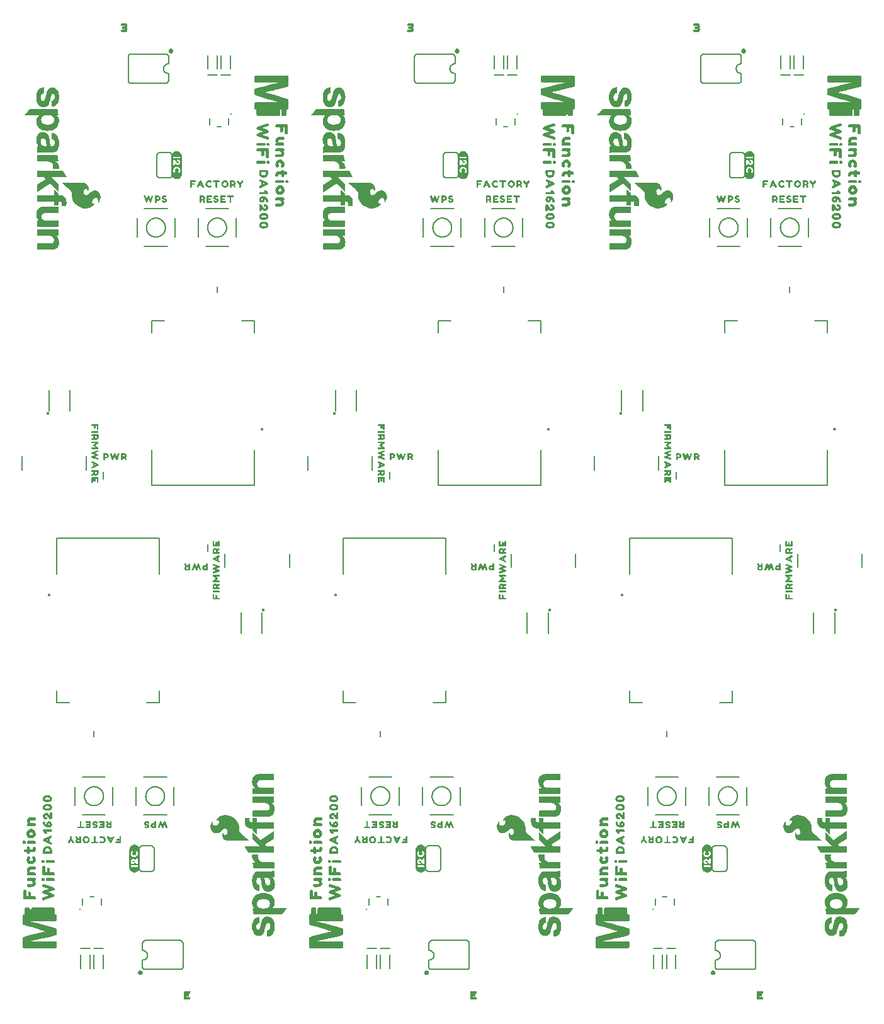
<source format=gto>
G04 EAGLE Gerber RS-274X export*
G75*
%MOMM*%
%FSLAX34Y34*%
%LPD*%
%INSilkscreen Top*%
%IPPOS*%
%AMOC8*
5,1,8,0,0,1.08239X$1,22.5*%
G01*
%ADD10R,0.640000X0.040000*%
%ADD11R,0.800000X0.040000*%
%ADD12R,0.840000X0.040000*%
%ADD13R,0.280000X0.040000*%
%ADD14R,0.600000X0.040000*%
%ADD15R,0.680000X0.040000*%
%ADD16R,0.760000X0.040000*%
%ADD17C,0.254000*%
%ADD18C,0.203200*%
%ADD19C,0.200000*%
%ADD20C,0.127000*%
%ADD21C,0.400000*%

G36*
X348672Y1213466D02*
X348672Y1213466D01*
X348712Y1213472D01*
X348729Y1213466D01*
X348759Y1213468D01*
X348798Y1213462D01*
X354613Y1213462D01*
X354617Y1213462D01*
X354621Y1213462D01*
X355150Y1213471D01*
X355191Y1213480D01*
X355255Y1213484D01*
X355768Y1213605D01*
X355807Y1213623D01*
X355898Y1213655D01*
X356357Y1213913D01*
X356390Y1213942D01*
X356468Y1213997D01*
X356838Y1214372D01*
X356862Y1214408D01*
X356921Y1214483D01*
X357174Y1214945D01*
X357187Y1214987D01*
X357223Y1215075D01*
X357338Y1215589D01*
X357339Y1215632D01*
X357350Y1215698D01*
X357358Y1221506D01*
X357368Y1221906D01*
X357486Y1222119D01*
X357709Y1222231D01*
X358545Y1222235D01*
X358783Y1222133D01*
X358907Y1221935D01*
X358925Y1221551D01*
X358931Y1215748D01*
X358938Y1215710D01*
X358940Y1215653D01*
X359041Y1215136D01*
X359058Y1215096D01*
X359086Y1215005D01*
X359326Y1214536D01*
X359353Y1214502D01*
X359406Y1214422D01*
X359765Y1214037D01*
X359801Y1214012D01*
X359873Y1213950D01*
X360326Y1213679D01*
X360366Y1213665D01*
X360456Y1213624D01*
X360966Y1213491D01*
X361009Y1213489D01*
X361078Y1213475D01*
X361606Y1213461D01*
X361612Y1213462D01*
X361620Y1213460D01*
X363734Y1213460D01*
X363750Y1213464D01*
X363770Y1213462D01*
X364296Y1213499D01*
X364339Y1213511D01*
X364428Y1213527D01*
X364924Y1213704D01*
X364962Y1213727D01*
X365047Y1213768D01*
X365475Y1214075D01*
X365504Y1214106D01*
X365513Y1214112D01*
X365516Y1214117D01*
X365576Y1214171D01*
X365903Y1214583D01*
X365923Y1214622D01*
X365973Y1214702D01*
X366175Y1215188D01*
X366183Y1215231D01*
X366210Y1215321D01*
X366271Y1215845D01*
X366269Y1215870D01*
X366274Y1215903D01*
X366276Y1221682D01*
X366324Y1222016D01*
X366465Y1222176D01*
X366789Y1222253D01*
X367282Y1222309D01*
X367287Y1222311D01*
X367293Y1222311D01*
X367452Y1222360D01*
X367920Y1222599D01*
X367926Y1222604D01*
X367933Y1222606D01*
X368063Y1222709D01*
X368415Y1223099D01*
X368420Y1223106D01*
X368426Y1223111D01*
X368511Y1223254D01*
X368700Y1223744D01*
X368703Y1223762D01*
X368733Y1223903D01*
X368755Y1224430D01*
X368754Y1224439D01*
X368756Y1224451D01*
X368756Y1234494D01*
X368755Y1234499D01*
X368756Y1234506D01*
X368743Y1235034D01*
X368736Y1235066D01*
X368716Y1235186D01*
X368543Y1235682D01*
X368539Y1235690D01*
X368537Y1235699D01*
X368452Y1235842D01*
X368111Y1236242D01*
X368104Y1236247D01*
X368100Y1236254D01*
X368057Y1236288D01*
X368051Y1236297D01*
X368032Y1236308D01*
X367969Y1236357D01*
X367508Y1236608D01*
X367470Y1236619D01*
X367419Y1236645D01*
X361368Y1238548D01*
X361367Y1238548D01*
X361366Y1238549D01*
X356821Y1239954D01*
X356819Y1239954D01*
X356817Y1239955D01*
X348719Y1242393D01*
X348638Y1242401D01*
X348597Y1242407D01*
X348584Y1242413D01*
X348479Y1242463D01*
X344926Y1243481D01*
X344923Y1243481D01*
X344920Y1243483D01*
X341355Y1244455D01*
X341350Y1244456D01*
X341344Y1244458D01*
X338271Y1245225D01*
X338265Y1245225D01*
X338259Y1245228D01*
X337808Y1245329D01*
X338405Y1245449D01*
X338409Y1245451D01*
X338415Y1245451D01*
X342021Y1246259D01*
X342025Y1246260D01*
X342029Y1246261D01*
X346136Y1247246D01*
X346137Y1247247D01*
X346139Y1247247D01*
X347676Y1247627D01*
X347681Y1247629D01*
X347688Y1247630D01*
X348707Y1247908D01*
X348732Y1247921D01*
X348771Y1247924D01*
X348785Y1247925D01*
X348787Y1247925D01*
X348789Y1247926D01*
X352373Y1248846D01*
X352375Y1248847D01*
X352378Y1248847D01*
X356466Y1249933D01*
X356467Y1249934D01*
X356469Y1249934D01*
X359019Y1250629D01*
X359021Y1250630D01*
X359023Y1250631D01*
X363094Y1251778D01*
X363097Y1251779D01*
X363100Y1251779D01*
X367158Y1252973D01*
X367170Y1252980D01*
X367186Y1252983D01*
X367682Y1253162D01*
X367695Y1253169D01*
X367824Y1253241D01*
X368235Y1253569D01*
X368242Y1253577D01*
X368251Y1253582D01*
X368357Y1253711D01*
X368618Y1254167D01*
X368621Y1254176D01*
X368628Y1254184D01*
X368637Y1254212D01*
X368642Y1254221D01*
X368646Y1254239D01*
X368679Y1254342D01*
X368756Y1254862D01*
X368754Y1254893D01*
X368761Y1254935D01*
X368766Y1266038D01*
X368759Y1266074D01*
X368758Y1266128D01*
X368664Y1266645D01*
X368661Y1266653D01*
X368661Y1266663D01*
X368598Y1266817D01*
X368323Y1267264D01*
X368318Y1267269D01*
X368315Y1267276D01*
X368202Y1267398D01*
X367786Y1267718D01*
X367778Y1267722D01*
X367772Y1267728D01*
X367623Y1267801D01*
X367119Y1267950D01*
X367077Y1267954D01*
X366978Y1267971D01*
X349001Y1267979D01*
X348958Y1267970D01*
X348883Y1267965D01*
X348769Y1267937D01*
X348755Y1267946D01*
X348746Y1267948D01*
X348739Y1267952D01*
X348575Y1267980D01*
X324761Y1267969D01*
X324724Y1267962D01*
X324615Y1267947D01*
X324112Y1267792D01*
X324105Y1267788D01*
X324096Y1267787D01*
X323950Y1267707D01*
X323537Y1267381D01*
X323532Y1267375D01*
X323525Y1267372D01*
X323417Y1267245D01*
X323148Y1266793D01*
X323145Y1266786D01*
X323140Y1266779D01*
X323085Y1266622D01*
X322996Y1266104D01*
X322997Y1266068D01*
X322988Y1266019D01*
X322988Y1260727D01*
X322992Y1260710D01*
X322990Y1260688D01*
X323031Y1260162D01*
X323032Y1260160D01*
X323032Y1260158D01*
X323074Y1259997D01*
X323289Y1259517D01*
X323294Y1259510D01*
X323296Y1259502D01*
X323393Y1259367D01*
X323767Y1258996D01*
X323774Y1258992D01*
X323779Y1258985D01*
X323918Y1258893D01*
X324400Y1258683D01*
X324401Y1258682D01*
X324402Y1258682D01*
X324563Y1258642D01*
X325089Y1258603D01*
X325106Y1258605D01*
X325126Y1258602D01*
X341002Y1258604D01*
X341004Y1258604D01*
X341005Y1258604D01*
X345239Y1258628D01*
X345241Y1258629D01*
X345243Y1258628D01*
X348416Y1258676D01*
X348417Y1258676D01*
X348418Y1258676D01*
X348511Y1258697D01*
X348611Y1258718D01*
X348612Y1258719D01*
X348634Y1258734D01*
X348655Y1258721D01*
X348672Y1258718D01*
X348686Y1258710D01*
X348851Y1258685D01*
X353080Y1258778D01*
X353082Y1258779D01*
X353084Y1258778D01*
X356255Y1258877D01*
X356258Y1258877D01*
X356262Y1258877D01*
X358040Y1258955D01*
X356159Y1258541D01*
X356157Y1258540D01*
X356153Y1258540D01*
X348944Y1256861D01*
X348930Y1256854D01*
X348910Y1256852D01*
X348575Y1256748D01*
X348509Y1256744D01*
X348466Y1256747D01*
X348443Y1256739D01*
X348412Y1256737D01*
X341743Y1255115D01*
X341742Y1255115D01*
X341740Y1255115D01*
X336106Y1253709D01*
X336105Y1253708D01*
X336103Y1253708D01*
X328943Y1251872D01*
X328942Y1251872D01*
X328939Y1251871D01*
X324346Y1250655D01*
X324307Y1250635D01*
X324235Y1250610D01*
X323775Y1250359D01*
X323767Y1250353D01*
X323759Y1250350D01*
X323632Y1250242D01*
X323294Y1249841D01*
X323291Y1249835D01*
X323286Y1249830D01*
X323205Y1249685D01*
X323031Y1249190D01*
X323026Y1249159D01*
X323003Y1249037D01*
X322989Y1248510D01*
X322990Y1248504D01*
X322989Y1248497D01*
X322989Y1243217D01*
X322993Y1243195D01*
X322991Y1243167D01*
X323045Y1242644D01*
X323046Y1242639D01*
X323046Y1242633D01*
X323094Y1242474D01*
X323326Y1242003D01*
X323331Y1241996D01*
X323334Y1241988D01*
X323436Y1241857D01*
X323822Y1241502D01*
X323827Y1241499D01*
X323830Y1241495D01*
X323971Y1241407D01*
X324458Y1241208D01*
X324479Y1241204D01*
X324503Y1241192D01*
X329559Y1239672D01*
X329561Y1239672D01*
X329563Y1239671D01*
X336660Y1237606D01*
X336662Y1237606D01*
X336664Y1237605D01*
X342255Y1236035D01*
X342257Y1236035D01*
X342260Y1236034D01*
X348374Y1234376D01*
X348409Y1234374D01*
X348442Y1234363D01*
X348508Y1234368D01*
X348573Y1234364D01*
X348585Y1234368D01*
X348611Y1234341D01*
X348684Y1234309D01*
X348722Y1234285D01*
X348741Y1234283D01*
X348763Y1234273D01*
X351831Y1233471D01*
X351833Y1233471D01*
X351835Y1233470D01*
X355936Y1232437D01*
X355938Y1232437D01*
X355941Y1232435D01*
X358511Y1231819D01*
X358514Y1231818D01*
X358517Y1231817D01*
X355151Y1231893D01*
X355149Y1231893D01*
X355147Y1231893D01*
X348805Y1231985D01*
X348751Y1231975D01*
X348696Y1231975D01*
X348654Y1231957D01*
X348609Y1231949D01*
X348563Y1231918D01*
X348513Y1231896D01*
X348511Y1231895D01*
X348303Y1231956D01*
X348260Y1231959D01*
X348167Y1231976D01*
X345002Y1232000D01*
X345000Y1232000D01*
X344998Y1232000D01*
X324950Y1232013D01*
X324915Y1232006D01*
X324865Y1232006D01*
X324348Y1231917D01*
X324341Y1231914D01*
X324334Y1231914D01*
X324257Y1231885D01*
X324228Y1231879D01*
X324211Y1231867D01*
X324178Y1231855D01*
X323727Y1231588D01*
X323721Y1231582D01*
X323714Y1231580D01*
X323590Y1231468D01*
X323264Y1231057D01*
X323260Y1231050D01*
X323254Y1231044D01*
X323178Y1230896D01*
X323022Y1230395D01*
X323018Y1230352D01*
X323000Y1230258D01*
X322988Y1229731D01*
X322989Y1229726D01*
X322988Y1229719D01*
X322988Y1224443D01*
X322990Y1224433D01*
X322989Y1224419D01*
X323014Y1223893D01*
X323020Y1223871D01*
X323048Y1223737D01*
X323237Y1223248D01*
X323241Y1223242D01*
X323243Y1223234D01*
X323247Y1223227D01*
X323249Y1223221D01*
X323266Y1223197D01*
X323332Y1223094D01*
X323684Y1222705D01*
X323690Y1222701D01*
X323694Y1222694D01*
X323828Y1222595D01*
X324295Y1222357D01*
X324301Y1222356D01*
X324306Y1222352D01*
X324466Y1222306D01*
X324988Y1222247D01*
X325005Y1222248D01*
X325027Y1222244D01*
X325428Y1222231D01*
X325635Y1222110D01*
X325744Y1221883D01*
X325761Y1215665D01*
X325770Y1215621D01*
X325775Y1215547D01*
X325901Y1215036D01*
X325919Y1214997D01*
X325952Y1214907D01*
X326214Y1214451D01*
X326243Y1214418D01*
X326299Y1214341D01*
X326676Y1213975D01*
X326713Y1213951D01*
X326787Y1213894D01*
X327249Y1213644D01*
X327290Y1213631D01*
X327381Y1213595D01*
X327894Y1213484D01*
X327936Y1213484D01*
X328000Y1213473D01*
X348039Y1213465D01*
X348557Y1213447D01*
X348574Y1213450D01*
X348592Y1213447D01*
X348672Y1213466D01*
G37*
G36*
X1118825Y1213466D02*
X1118825Y1213466D01*
X1118866Y1213472D01*
X1118883Y1213466D01*
X1118912Y1213468D01*
X1118952Y1213462D01*
X1124766Y1213462D01*
X1124770Y1213462D01*
X1124775Y1213462D01*
X1125303Y1213471D01*
X1125344Y1213480D01*
X1125409Y1213484D01*
X1125921Y1213605D01*
X1125961Y1213623D01*
X1126051Y1213655D01*
X1126511Y1213913D01*
X1126544Y1213942D01*
X1126621Y1213997D01*
X1126991Y1214372D01*
X1127015Y1214408D01*
X1127074Y1214483D01*
X1127327Y1214945D01*
X1127340Y1214987D01*
X1127376Y1215075D01*
X1127491Y1215589D01*
X1127492Y1215632D01*
X1127504Y1215698D01*
X1127512Y1221506D01*
X1127522Y1221906D01*
X1127640Y1222119D01*
X1127862Y1222231D01*
X1128698Y1222235D01*
X1128936Y1222133D01*
X1129060Y1221935D01*
X1129078Y1221551D01*
X1129084Y1215748D01*
X1129092Y1215710D01*
X1129093Y1215653D01*
X1129194Y1215136D01*
X1129211Y1215096D01*
X1129240Y1215005D01*
X1129479Y1214536D01*
X1129506Y1214502D01*
X1129559Y1214422D01*
X1129919Y1214037D01*
X1129954Y1214012D01*
X1130027Y1213950D01*
X1130479Y1213679D01*
X1130519Y1213665D01*
X1130609Y1213624D01*
X1131119Y1213491D01*
X1131163Y1213489D01*
X1131231Y1213475D01*
X1131759Y1213461D01*
X1131766Y1213462D01*
X1131773Y1213460D01*
X1133888Y1213460D01*
X1133903Y1213464D01*
X1133923Y1213462D01*
X1134449Y1213499D01*
X1134492Y1213511D01*
X1134582Y1213527D01*
X1135078Y1213704D01*
X1135115Y1213727D01*
X1135201Y1213768D01*
X1135629Y1214075D01*
X1135657Y1214106D01*
X1135666Y1214112D01*
X1135669Y1214117D01*
X1135729Y1214171D01*
X1136056Y1214583D01*
X1136076Y1214622D01*
X1136126Y1214702D01*
X1136328Y1215188D01*
X1136337Y1215231D01*
X1136363Y1215321D01*
X1136424Y1215845D01*
X1136422Y1215870D01*
X1136428Y1215903D01*
X1136430Y1221682D01*
X1136477Y1222016D01*
X1136619Y1222176D01*
X1136942Y1222253D01*
X1137435Y1222309D01*
X1137441Y1222311D01*
X1137447Y1222311D01*
X1137606Y1222360D01*
X1138073Y1222599D01*
X1138079Y1222604D01*
X1138086Y1222606D01*
X1138217Y1222709D01*
X1138569Y1223099D01*
X1138573Y1223106D01*
X1138579Y1223111D01*
X1138664Y1223254D01*
X1138853Y1223744D01*
X1138856Y1223762D01*
X1138886Y1223903D01*
X1138909Y1224430D01*
X1138907Y1224439D01*
X1138909Y1224451D01*
X1138909Y1234494D01*
X1138908Y1234499D01*
X1138909Y1234506D01*
X1138897Y1235034D01*
X1138889Y1235066D01*
X1138869Y1235186D01*
X1138697Y1235682D01*
X1138692Y1235690D01*
X1138690Y1235699D01*
X1138605Y1235842D01*
X1138264Y1236242D01*
X1138258Y1236247D01*
X1138254Y1236254D01*
X1138210Y1236288D01*
X1138204Y1236297D01*
X1138185Y1236308D01*
X1138123Y1236357D01*
X1137661Y1236608D01*
X1137624Y1236619D01*
X1137573Y1236645D01*
X1131522Y1238548D01*
X1131521Y1238548D01*
X1131519Y1238549D01*
X1126974Y1239954D01*
X1126973Y1239954D01*
X1126971Y1239955D01*
X1118872Y1242393D01*
X1118792Y1242401D01*
X1118751Y1242407D01*
X1118738Y1242413D01*
X1118632Y1242463D01*
X1115080Y1243481D01*
X1115077Y1243481D01*
X1115074Y1243483D01*
X1111508Y1244455D01*
X1111503Y1244456D01*
X1111498Y1244458D01*
X1108425Y1245225D01*
X1108419Y1245225D01*
X1108412Y1245228D01*
X1107962Y1245329D01*
X1108558Y1245449D01*
X1108563Y1245451D01*
X1108569Y1245451D01*
X1112175Y1246259D01*
X1112178Y1246260D01*
X1112182Y1246261D01*
X1116289Y1247246D01*
X1116290Y1247247D01*
X1116292Y1247247D01*
X1117830Y1247627D01*
X1117835Y1247629D01*
X1117842Y1247630D01*
X1118860Y1247908D01*
X1118886Y1247921D01*
X1118924Y1247924D01*
X1118939Y1247925D01*
X1118940Y1247925D01*
X1118942Y1247926D01*
X1122527Y1248846D01*
X1122529Y1248847D01*
X1122531Y1248847D01*
X1126619Y1249933D01*
X1126620Y1249934D01*
X1126622Y1249934D01*
X1129173Y1250629D01*
X1129174Y1250630D01*
X1129177Y1250631D01*
X1133248Y1251778D01*
X1133250Y1251779D01*
X1133253Y1251779D01*
X1137311Y1252973D01*
X1137323Y1252980D01*
X1137340Y1252983D01*
X1137836Y1253162D01*
X1137848Y1253169D01*
X1137978Y1253241D01*
X1138388Y1253569D01*
X1138395Y1253577D01*
X1138404Y1253582D01*
X1138510Y1253711D01*
X1138772Y1254167D01*
X1138775Y1254176D01*
X1138781Y1254184D01*
X1138790Y1254212D01*
X1138796Y1254221D01*
X1138799Y1254239D01*
X1138833Y1254342D01*
X1138909Y1254862D01*
X1138907Y1254893D01*
X1138915Y1254935D01*
X1138920Y1266038D01*
X1138912Y1266074D01*
X1138912Y1266128D01*
X1138818Y1266645D01*
X1138814Y1266653D01*
X1138814Y1266663D01*
X1138752Y1266817D01*
X1138476Y1267264D01*
X1138471Y1267269D01*
X1138469Y1267276D01*
X1138355Y1267398D01*
X1137939Y1267718D01*
X1137931Y1267722D01*
X1137926Y1267728D01*
X1137776Y1267801D01*
X1137272Y1267950D01*
X1137231Y1267954D01*
X1137131Y1267971D01*
X1119155Y1267979D01*
X1119111Y1267970D01*
X1119036Y1267965D01*
X1118922Y1267937D01*
X1118908Y1267946D01*
X1118900Y1267948D01*
X1118892Y1267952D01*
X1118728Y1267980D01*
X1094915Y1267969D01*
X1094877Y1267962D01*
X1094768Y1267947D01*
X1094266Y1267792D01*
X1094258Y1267788D01*
X1094249Y1267787D01*
X1094103Y1267707D01*
X1093690Y1267381D01*
X1093685Y1267375D01*
X1093679Y1267372D01*
X1093571Y1267245D01*
X1093301Y1266793D01*
X1093299Y1266786D01*
X1093294Y1266779D01*
X1093238Y1266622D01*
X1093149Y1266104D01*
X1093150Y1266068D01*
X1093142Y1266019D01*
X1093142Y1260727D01*
X1093145Y1260710D01*
X1093143Y1260688D01*
X1093185Y1260162D01*
X1093185Y1260160D01*
X1093185Y1260158D01*
X1093227Y1259997D01*
X1093443Y1259517D01*
X1093447Y1259510D01*
X1093449Y1259502D01*
X1093546Y1259367D01*
X1093920Y1258996D01*
X1093927Y1258992D01*
X1093932Y1258985D01*
X1094071Y1258893D01*
X1094554Y1258683D01*
X1094554Y1258682D01*
X1094555Y1258682D01*
X1094717Y1258642D01*
X1095243Y1258603D01*
X1095259Y1258605D01*
X1095280Y1258602D01*
X1111156Y1258604D01*
X1111157Y1258604D01*
X1111159Y1258604D01*
X1115392Y1258628D01*
X1115394Y1258629D01*
X1115397Y1258628D01*
X1118570Y1258676D01*
X1118572Y1258676D01*
X1118664Y1258697D01*
X1118764Y1258718D01*
X1118765Y1258719D01*
X1118766Y1258719D01*
X1118788Y1258734D01*
X1118809Y1258721D01*
X1118825Y1258718D01*
X1118840Y1258710D01*
X1119004Y1258685D01*
X1119005Y1258685D01*
X1123233Y1258778D01*
X1123235Y1258779D01*
X1123238Y1258778D01*
X1126408Y1258877D01*
X1126411Y1258877D01*
X1126415Y1258877D01*
X1128193Y1258955D01*
X1126313Y1258541D01*
X1126310Y1258540D01*
X1126307Y1258540D01*
X1119098Y1256861D01*
X1119083Y1256854D01*
X1119064Y1256852D01*
X1118728Y1256748D01*
X1118663Y1256744D01*
X1118620Y1256747D01*
X1118597Y1256739D01*
X1118566Y1256737D01*
X1111897Y1255115D01*
X1111896Y1255115D01*
X1111894Y1255115D01*
X1106259Y1253709D01*
X1106258Y1253708D01*
X1106256Y1253708D01*
X1099097Y1251872D01*
X1099095Y1251872D01*
X1099093Y1251871D01*
X1094500Y1250655D01*
X1094460Y1250635D01*
X1094388Y1250610D01*
X1093928Y1250359D01*
X1093921Y1250353D01*
X1093912Y1250350D01*
X1093785Y1250242D01*
X1093447Y1249841D01*
X1093444Y1249835D01*
X1093439Y1249830D01*
X1093358Y1249685D01*
X1093184Y1249190D01*
X1093180Y1249159D01*
X1093156Y1249037D01*
X1093142Y1248510D01*
X1093143Y1248504D01*
X1093142Y1248497D01*
X1093142Y1243217D01*
X1093147Y1243195D01*
X1093145Y1243167D01*
X1093198Y1242644D01*
X1093200Y1242639D01*
X1093199Y1242633D01*
X1093247Y1242474D01*
X1093479Y1242003D01*
X1093485Y1241996D01*
X1093487Y1241988D01*
X1093589Y1241857D01*
X1093976Y1241502D01*
X1093980Y1241499D01*
X1093983Y1241495D01*
X1094124Y1241407D01*
X1094611Y1241208D01*
X1094632Y1241204D01*
X1094656Y1241192D01*
X1099712Y1239672D01*
X1099714Y1239672D01*
X1099716Y1239671D01*
X1106813Y1237606D01*
X1106815Y1237606D01*
X1106818Y1237605D01*
X1112409Y1236035D01*
X1112411Y1236035D01*
X1112413Y1236034D01*
X1118528Y1234376D01*
X1118563Y1234374D01*
X1118596Y1234363D01*
X1118661Y1234368D01*
X1118726Y1234364D01*
X1118738Y1234368D01*
X1118764Y1234341D01*
X1118837Y1234309D01*
X1118876Y1234285D01*
X1118894Y1234283D01*
X1118916Y1234273D01*
X1121984Y1233471D01*
X1121986Y1233471D01*
X1121989Y1233470D01*
X1126089Y1232437D01*
X1126092Y1232437D01*
X1126095Y1232435D01*
X1128665Y1231819D01*
X1128668Y1231818D01*
X1128670Y1231817D01*
X1125304Y1231893D01*
X1125303Y1231893D01*
X1125300Y1231893D01*
X1118958Y1231985D01*
X1118904Y1231975D01*
X1118849Y1231975D01*
X1118807Y1231957D01*
X1118763Y1231949D01*
X1118717Y1231918D01*
X1118666Y1231896D01*
X1118665Y1231895D01*
X1118457Y1231956D01*
X1118413Y1231959D01*
X1118321Y1231976D01*
X1115155Y1232000D01*
X1115154Y1232000D01*
X1115152Y1232000D01*
X1095103Y1232013D01*
X1095068Y1232006D01*
X1095018Y1232006D01*
X1094501Y1231917D01*
X1094494Y1231914D01*
X1094487Y1231914D01*
X1094410Y1231885D01*
X1094381Y1231879D01*
X1094364Y1231867D01*
X1094332Y1231855D01*
X1093880Y1231588D01*
X1093874Y1231582D01*
X1093867Y1231580D01*
X1093743Y1231468D01*
X1093417Y1231057D01*
X1093413Y1231050D01*
X1093407Y1231044D01*
X1093332Y1230896D01*
X1093176Y1230395D01*
X1093171Y1230352D01*
X1093153Y1230258D01*
X1093141Y1229731D01*
X1093142Y1229726D01*
X1093141Y1229719D01*
X1093141Y1224443D01*
X1093144Y1224433D01*
X1093142Y1224419D01*
X1093168Y1223893D01*
X1093173Y1223871D01*
X1093201Y1223737D01*
X1093391Y1223248D01*
X1093395Y1223242D01*
X1093396Y1223234D01*
X1093401Y1223227D01*
X1093402Y1223221D01*
X1093420Y1223197D01*
X1093486Y1223094D01*
X1093838Y1222705D01*
X1093844Y1222701D01*
X1093848Y1222694D01*
X1093981Y1222595D01*
X1094449Y1222357D01*
X1094455Y1222356D01*
X1094459Y1222352D01*
X1094619Y1222306D01*
X1095141Y1222247D01*
X1095159Y1222248D01*
X1095181Y1222244D01*
X1095581Y1222231D01*
X1095789Y1222110D01*
X1095897Y1221883D01*
X1095914Y1215665D01*
X1095923Y1215621D01*
X1095929Y1215547D01*
X1096054Y1215036D01*
X1096073Y1214997D01*
X1096106Y1214907D01*
X1096367Y1214451D01*
X1096396Y1214418D01*
X1096452Y1214341D01*
X1096829Y1213975D01*
X1096866Y1213951D01*
X1096940Y1213894D01*
X1097402Y1213644D01*
X1097444Y1213631D01*
X1097534Y1213595D01*
X1098048Y1213484D01*
X1098089Y1213484D01*
X1098153Y1213473D01*
X1118192Y1213465D01*
X1118711Y1213447D01*
X1118728Y1213450D01*
X1118745Y1213447D01*
X1118825Y1213466D01*
G37*
G36*
X733736Y1213466D02*
X733736Y1213466D01*
X733776Y1213472D01*
X733793Y1213466D01*
X733823Y1213468D01*
X733862Y1213462D01*
X739677Y1213462D01*
X739681Y1213462D01*
X739685Y1213462D01*
X740214Y1213471D01*
X740255Y1213480D01*
X740319Y1213484D01*
X740832Y1213605D01*
X740871Y1213623D01*
X740962Y1213655D01*
X741421Y1213913D01*
X741454Y1213942D01*
X741532Y1213997D01*
X741902Y1214372D01*
X741926Y1214408D01*
X741985Y1214483D01*
X742238Y1214945D01*
X742251Y1214987D01*
X742287Y1215075D01*
X742402Y1215589D01*
X742403Y1215632D01*
X742414Y1215698D01*
X742422Y1221506D01*
X742432Y1221906D01*
X742550Y1222119D01*
X742773Y1222231D01*
X743609Y1222235D01*
X743847Y1222133D01*
X743971Y1221935D01*
X743989Y1221551D01*
X743995Y1215748D01*
X744002Y1215710D01*
X744004Y1215653D01*
X744105Y1215136D01*
X744122Y1215096D01*
X744150Y1215005D01*
X744390Y1214536D01*
X744417Y1214502D01*
X744470Y1214422D01*
X744829Y1214037D01*
X744865Y1214012D01*
X744937Y1213950D01*
X745390Y1213679D01*
X745430Y1213665D01*
X745520Y1213624D01*
X746030Y1213491D01*
X746073Y1213489D01*
X746142Y1213475D01*
X746670Y1213461D01*
X746676Y1213462D01*
X746684Y1213460D01*
X748798Y1213460D01*
X748814Y1213464D01*
X748834Y1213462D01*
X749360Y1213499D01*
X749403Y1213511D01*
X749492Y1213527D01*
X749988Y1213704D01*
X750026Y1213727D01*
X750111Y1213768D01*
X750539Y1214075D01*
X750568Y1214106D01*
X750577Y1214112D01*
X750580Y1214117D01*
X750640Y1214171D01*
X750967Y1214583D01*
X750987Y1214622D01*
X751037Y1214702D01*
X751239Y1215188D01*
X751247Y1215231D01*
X751274Y1215321D01*
X751335Y1215845D01*
X751333Y1215870D01*
X751338Y1215903D01*
X751340Y1221682D01*
X751388Y1222016D01*
X751529Y1222176D01*
X751853Y1222253D01*
X752346Y1222309D01*
X752351Y1222311D01*
X752357Y1222311D01*
X752516Y1222360D01*
X752984Y1222599D01*
X752990Y1222604D01*
X752997Y1222606D01*
X753127Y1222709D01*
X753479Y1223099D01*
X753484Y1223106D01*
X753490Y1223111D01*
X753575Y1223254D01*
X753764Y1223744D01*
X753767Y1223762D01*
X753797Y1223903D01*
X753819Y1224430D01*
X753818Y1224439D01*
X753820Y1224451D01*
X753820Y1234494D01*
X753819Y1234499D01*
X753820Y1234506D01*
X753807Y1235034D01*
X753800Y1235066D01*
X753780Y1235186D01*
X753607Y1235682D01*
X753603Y1235690D01*
X753601Y1235699D01*
X753516Y1235842D01*
X753175Y1236242D01*
X753168Y1236247D01*
X753164Y1236254D01*
X753121Y1236288D01*
X753115Y1236297D01*
X753096Y1236308D01*
X753033Y1236357D01*
X752572Y1236608D01*
X752534Y1236619D01*
X752483Y1236645D01*
X746432Y1238548D01*
X746431Y1238548D01*
X746430Y1238549D01*
X741885Y1239954D01*
X741883Y1239954D01*
X741881Y1239955D01*
X733783Y1242393D01*
X733702Y1242401D01*
X733661Y1242407D01*
X733648Y1242413D01*
X733543Y1242463D01*
X729990Y1243481D01*
X729987Y1243481D01*
X729984Y1243483D01*
X726419Y1244455D01*
X726414Y1244456D01*
X726408Y1244458D01*
X723335Y1245225D01*
X723329Y1245225D01*
X723323Y1245228D01*
X722872Y1245329D01*
X723469Y1245449D01*
X723473Y1245451D01*
X723479Y1245451D01*
X727085Y1246259D01*
X727089Y1246260D01*
X727093Y1246261D01*
X731200Y1247246D01*
X731201Y1247247D01*
X731203Y1247247D01*
X732740Y1247627D01*
X732745Y1247629D01*
X732752Y1247630D01*
X733771Y1247908D01*
X733796Y1247921D01*
X733835Y1247924D01*
X733849Y1247925D01*
X733851Y1247925D01*
X733853Y1247926D01*
X737437Y1248846D01*
X737439Y1248847D01*
X737442Y1248847D01*
X741530Y1249933D01*
X741531Y1249934D01*
X741533Y1249934D01*
X744083Y1250629D01*
X744085Y1250630D01*
X744087Y1250631D01*
X748158Y1251778D01*
X748161Y1251779D01*
X748164Y1251779D01*
X752222Y1252973D01*
X752234Y1252980D01*
X752250Y1252983D01*
X752746Y1253162D01*
X752759Y1253169D01*
X752888Y1253241D01*
X753299Y1253569D01*
X753306Y1253577D01*
X753315Y1253582D01*
X753421Y1253711D01*
X753682Y1254167D01*
X753685Y1254176D01*
X753692Y1254184D01*
X753701Y1254212D01*
X753706Y1254221D01*
X753710Y1254239D01*
X753743Y1254342D01*
X753820Y1254862D01*
X753818Y1254893D01*
X753825Y1254935D01*
X753830Y1266038D01*
X753823Y1266074D01*
X753822Y1266128D01*
X753728Y1266645D01*
X753725Y1266653D01*
X753725Y1266663D01*
X753662Y1266817D01*
X753387Y1267264D01*
X753382Y1267269D01*
X753379Y1267276D01*
X753266Y1267398D01*
X752850Y1267718D01*
X752842Y1267722D01*
X752836Y1267728D01*
X752687Y1267801D01*
X752183Y1267950D01*
X752141Y1267954D01*
X752042Y1267971D01*
X734065Y1267979D01*
X734022Y1267970D01*
X733947Y1267965D01*
X733833Y1267937D01*
X733819Y1267946D01*
X733810Y1267948D01*
X733803Y1267952D01*
X733639Y1267980D01*
X709825Y1267969D01*
X709788Y1267962D01*
X709679Y1267947D01*
X709176Y1267792D01*
X709169Y1267788D01*
X709160Y1267787D01*
X709014Y1267707D01*
X708601Y1267381D01*
X708596Y1267375D01*
X708589Y1267372D01*
X708481Y1267245D01*
X708212Y1266793D01*
X708209Y1266786D01*
X708204Y1266779D01*
X708149Y1266622D01*
X708060Y1266104D01*
X708061Y1266068D01*
X708052Y1266019D01*
X708052Y1260727D01*
X708056Y1260710D01*
X708054Y1260688D01*
X708095Y1260162D01*
X708096Y1260160D01*
X708096Y1260158D01*
X708138Y1259997D01*
X708353Y1259517D01*
X708358Y1259510D01*
X708360Y1259502D01*
X708457Y1259367D01*
X708831Y1258996D01*
X708838Y1258992D01*
X708843Y1258985D01*
X708982Y1258893D01*
X709464Y1258683D01*
X709465Y1258682D01*
X709466Y1258682D01*
X709627Y1258642D01*
X710153Y1258603D01*
X710170Y1258605D01*
X710190Y1258602D01*
X726066Y1258604D01*
X726068Y1258604D01*
X726069Y1258604D01*
X730303Y1258628D01*
X730305Y1258629D01*
X730307Y1258628D01*
X733480Y1258676D01*
X733481Y1258676D01*
X733482Y1258676D01*
X733575Y1258697D01*
X733675Y1258718D01*
X733676Y1258719D01*
X733698Y1258734D01*
X733719Y1258721D01*
X733736Y1258718D01*
X733750Y1258710D01*
X733915Y1258685D01*
X738144Y1258778D01*
X738146Y1258779D01*
X738148Y1258778D01*
X741319Y1258877D01*
X741322Y1258877D01*
X741326Y1258877D01*
X743104Y1258955D01*
X741223Y1258541D01*
X741221Y1258540D01*
X741217Y1258540D01*
X734008Y1256861D01*
X733994Y1256854D01*
X733974Y1256852D01*
X733639Y1256748D01*
X733573Y1256744D01*
X733530Y1256747D01*
X733507Y1256739D01*
X733476Y1256737D01*
X726807Y1255115D01*
X726806Y1255115D01*
X726804Y1255115D01*
X721170Y1253709D01*
X721169Y1253708D01*
X721167Y1253708D01*
X714007Y1251872D01*
X714006Y1251872D01*
X714003Y1251871D01*
X709410Y1250655D01*
X709371Y1250635D01*
X709299Y1250610D01*
X708839Y1250359D01*
X708831Y1250353D01*
X708823Y1250350D01*
X708696Y1250242D01*
X708358Y1249841D01*
X708355Y1249835D01*
X708350Y1249830D01*
X708269Y1249685D01*
X708095Y1249190D01*
X708090Y1249159D01*
X708067Y1249037D01*
X708053Y1248510D01*
X708054Y1248504D01*
X708053Y1248497D01*
X708053Y1243217D01*
X708057Y1243195D01*
X708055Y1243167D01*
X708109Y1242644D01*
X708110Y1242639D01*
X708110Y1242633D01*
X708158Y1242474D01*
X708390Y1242003D01*
X708395Y1241996D01*
X708398Y1241988D01*
X708500Y1241857D01*
X708886Y1241502D01*
X708891Y1241499D01*
X708894Y1241495D01*
X709035Y1241407D01*
X709522Y1241208D01*
X709543Y1241204D01*
X709567Y1241192D01*
X714623Y1239672D01*
X714625Y1239672D01*
X714627Y1239671D01*
X721724Y1237606D01*
X721726Y1237606D01*
X721728Y1237605D01*
X727319Y1236035D01*
X727321Y1236035D01*
X727324Y1236034D01*
X733438Y1234376D01*
X733473Y1234374D01*
X733506Y1234363D01*
X733572Y1234368D01*
X733637Y1234364D01*
X733649Y1234368D01*
X733675Y1234341D01*
X733748Y1234309D01*
X733786Y1234285D01*
X733805Y1234283D01*
X733827Y1234273D01*
X736895Y1233471D01*
X736897Y1233471D01*
X736899Y1233470D01*
X741000Y1232437D01*
X741002Y1232437D01*
X741005Y1232435D01*
X743575Y1231819D01*
X743578Y1231818D01*
X743581Y1231817D01*
X740215Y1231893D01*
X740213Y1231893D01*
X740211Y1231893D01*
X733869Y1231985D01*
X733815Y1231975D01*
X733760Y1231975D01*
X733718Y1231957D01*
X733673Y1231949D01*
X733627Y1231918D01*
X733577Y1231896D01*
X733575Y1231895D01*
X733367Y1231956D01*
X733324Y1231959D01*
X733231Y1231976D01*
X730066Y1232000D01*
X730064Y1232000D01*
X730062Y1232000D01*
X710014Y1232013D01*
X709979Y1232006D01*
X709929Y1232006D01*
X709412Y1231917D01*
X709405Y1231914D01*
X709398Y1231914D01*
X709321Y1231885D01*
X709292Y1231879D01*
X709275Y1231867D01*
X709242Y1231855D01*
X708791Y1231588D01*
X708785Y1231582D01*
X708778Y1231580D01*
X708654Y1231468D01*
X708328Y1231057D01*
X708324Y1231050D01*
X708318Y1231044D01*
X708242Y1230896D01*
X708086Y1230395D01*
X708082Y1230352D01*
X708064Y1230258D01*
X708052Y1229731D01*
X708053Y1229726D01*
X708052Y1229719D01*
X708052Y1224443D01*
X708054Y1224433D01*
X708053Y1224419D01*
X708078Y1223893D01*
X708084Y1223871D01*
X708112Y1223737D01*
X708301Y1223248D01*
X708305Y1223242D01*
X708307Y1223234D01*
X708311Y1223227D01*
X708313Y1223221D01*
X708330Y1223197D01*
X708396Y1223094D01*
X708748Y1222705D01*
X708754Y1222701D01*
X708758Y1222694D01*
X708892Y1222595D01*
X709359Y1222357D01*
X709365Y1222356D01*
X709370Y1222352D01*
X709530Y1222306D01*
X710052Y1222247D01*
X710069Y1222248D01*
X710091Y1222244D01*
X710492Y1222231D01*
X710699Y1222110D01*
X710808Y1221883D01*
X710825Y1215665D01*
X710834Y1215621D01*
X710839Y1215547D01*
X710965Y1215036D01*
X710983Y1214997D01*
X711016Y1214907D01*
X711278Y1214451D01*
X711307Y1214418D01*
X711363Y1214341D01*
X711740Y1213975D01*
X711777Y1213951D01*
X711851Y1213894D01*
X712313Y1213644D01*
X712354Y1213631D01*
X712445Y1213595D01*
X712958Y1213484D01*
X713000Y1213484D01*
X713064Y1213473D01*
X733103Y1213465D01*
X733621Y1213447D01*
X733638Y1213450D01*
X733656Y1213447D01*
X733736Y1213466D01*
G37*
G36*
X55248Y95528D02*
X55248Y95528D01*
X55286Y95536D01*
X55395Y95550D01*
X55897Y95705D01*
X55905Y95709D01*
X55913Y95711D01*
X56059Y95790D01*
X56472Y96116D01*
X56477Y96122D01*
X56484Y96126D01*
X56513Y96159D01*
X56527Y96169D01*
X56544Y96196D01*
X56592Y96252D01*
X56861Y96704D01*
X56864Y96712D01*
X56869Y96718D01*
X56925Y96875D01*
X57014Y97393D01*
X57013Y97429D01*
X57021Y97478D01*
X57021Y102770D01*
X57018Y102788D01*
X57020Y102810D01*
X56978Y103335D01*
X56977Y103338D01*
X56978Y103340D01*
X56936Y103501D01*
X56720Y103981D01*
X56715Y103987D01*
X56713Y103995D01*
X56616Y104130D01*
X56243Y104501D01*
X56236Y104506D01*
X56231Y104513D01*
X56091Y104604D01*
X55609Y104815D01*
X55608Y104815D01*
X55608Y104816D01*
X55446Y104855D01*
X54920Y104894D01*
X54904Y104892D01*
X54883Y104896D01*
X39007Y104893D01*
X39006Y104893D01*
X39004Y104893D01*
X34771Y104869D01*
X34769Y104869D01*
X34766Y104869D01*
X31593Y104821D01*
X31591Y104821D01*
X31499Y104801D01*
X31399Y104779D01*
X31398Y104779D01*
X31397Y104779D01*
X31375Y104763D01*
X31354Y104777D01*
X31338Y104780D01*
X31323Y104788D01*
X31158Y104812D01*
X26930Y104719D01*
X26928Y104719D01*
X26925Y104719D01*
X23754Y104621D01*
X23751Y104620D01*
X23748Y104620D01*
X21970Y104542D01*
X23850Y104957D01*
X23853Y104958D01*
X23856Y104958D01*
X31065Y106637D01*
X31080Y106643D01*
X31099Y106646D01*
X31434Y106749D01*
X31500Y106754D01*
X31543Y106751D01*
X31566Y106759D01*
X31597Y106761D01*
X38266Y108382D01*
X38267Y108383D01*
X38269Y108383D01*
X43904Y109789D01*
X43905Y109790D01*
X43907Y109790D01*
X51066Y111625D01*
X51068Y111626D01*
X51070Y111626D01*
X55663Y112842D01*
X55703Y112862D01*
X55775Y112887D01*
X56235Y113139D01*
X56242Y113145D01*
X56251Y113148D01*
X56377Y113255D01*
X56715Y113657D01*
X56719Y113663D01*
X56724Y113667D01*
X56804Y113813D01*
X56979Y114308D01*
X56983Y114338D01*
X57007Y114461D01*
X57020Y114988D01*
X57019Y114994D01*
X57021Y115001D01*
X57021Y120280D01*
X57016Y120302D01*
X57018Y120331D01*
X56965Y120853D01*
X56963Y120859D01*
X56963Y120864D01*
X56916Y121024D01*
X56684Y121494D01*
X56678Y121501D01*
X56676Y121509D01*
X56574Y121641D01*
X56187Y121996D01*
X56183Y121999D01*
X56180Y122003D01*
X56038Y122090D01*
X55552Y122289D01*
X55531Y122293D01*
X55506Y122305D01*
X50451Y123825D01*
X50449Y123826D01*
X50446Y123827D01*
X43350Y125891D01*
X43347Y125892D01*
X43345Y125893D01*
X37754Y127463D01*
X37752Y127463D01*
X37750Y127464D01*
X31635Y129121D01*
X31600Y129123D01*
X31567Y129135D01*
X31502Y129130D01*
X31437Y129134D01*
X31425Y129130D01*
X31398Y129156D01*
X31326Y129189D01*
X31287Y129212D01*
X31268Y129215D01*
X31247Y129224D01*
X28178Y130027D01*
X28176Y130027D01*
X28174Y130028D01*
X24074Y131061D01*
X24071Y131061D01*
X24068Y131062D01*
X21498Y131679D01*
X21495Y131679D01*
X21493Y131680D01*
X24858Y131604D01*
X24860Y131604D01*
X24862Y131604D01*
X31205Y131512D01*
X31259Y131522D01*
X31314Y131522D01*
X31355Y131540D01*
X31400Y131549D01*
X31446Y131579D01*
X31496Y131601D01*
X31498Y131602D01*
X31706Y131542D01*
X31750Y131538D01*
X31842Y131522D01*
X35008Y131497D01*
X35009Y131497D01*
X35011Y131497D01*
X55060Y131484D01*
X55095Y131491D01*
X55145Y131492D01*
X55662Y131580D01*
X55668Y131583D01*
X55676Y131583D01*
X55831Y131643D01*
X56283Y131910D01*
X56288Y131915D01*
X56296Y131918D01*
X56420Y132029D01*
X56745Y132440D01*
X56749Y132448D01*
X56756Y132453D01*
X56831Y132602D01*
X56987Y133102D01*
X56991Y133146D01*
X57009Y133240D01*
X57021Y133767D01*
X57020Y133772D01*
X57021Y133778D01*
X57021Y139054D01*
X57019Y139065D01*
X57021Y139078D01*
X56995Y139604D01*
X56990Y139626D01*
X56962Y139761D01*
X56772Y140249D01*
X56768Y140256D01*
X56766Y140263D01*
X56677Y140404D01*
X56325Y140792D01*
X56319Y140797D01*
X56315Y140803D01*
X56181Y140902D01*
X55714Y141140D01*
X55708Y141142D01*
X55704Y141145D01*
X55544Y141191D01*
X55022Y141251D01*
X55004Y141249D01*
X54982Y141254D01*
X54581Y141267D01*
X54374Y141387D01*
X54265Y141615D01*
X54248Y147833D01*
X54239Y147876D01*
X54234Y147950D01*
X54109Y148461D01*
X54090Y148500D01*
X54057Y148590D01*
X53796Y149046D01*
X53767Y149079D01*
X53711Y149156D01*
X53334Y149522D01*
X53297Y149546D01*
X53223Y149604D01*
X52760Y149854D01*
X52719Y149866D01*
X52629Y149902D01*
X52115Y150013D01*
X52073Y150014D01*
X52010Y150024D01*
X31971Y150032D01*
X31452Y150051D01*
X31435Y150048D01*
X31418Y150051D01*
X31338Y150032D01*
X31297Y150025D01*
X31280Y150031D01*
X31250Y150029D01*
X31211Y150036D01*
X25397Y150036D01*
X25393Y150035D01*
X25388Y150036D01*
X24860Y150026D01*
X24819Y150017D01*
X24754Y150013D01*
X24242Y149893D01*
X24202Y149875D01*
X24111Y149842D01*
X23652Y149584D01*
X23619Y149556D01*
X23542Y149500D01*
X23172Y149126D01*
X23148Y149089D01*
X23088Y149014D01*
X22836Y148552D01*
X22823Y148511D01*
X22787Y148422D01*
X22671Y147908D01*
X22671Y147866D01*
X22659Y147800D01*
X22651Y141991D01*
X22641Y141592D01*
X22523Y141379D01*
X22301Y141267D01*
X21465Y141262D01*
X21226Y141364D01*
X21103Y141562D01*
X21084Y141947D01*
X21079Y147749D01*
X21071Y147788D01*
X21070Y147845D01*
X20968Y148361D01*
X20952Y148402D01*
X20923Y148493D01*
X20684Y148962D01*
X20657Y148996D01*
X20604Y149075D01*
X20244Y149460D01*
X20209Y149486D01*
X20136Y149548D01*
X19684Y149818D01*
X19644Y149833D01*
X19553Y149873D01*
X19044Y150006D01*
X19000Y150009D01*
X18932Y150022D01*
X18404Y150037D01*
X18397Y150036D01*
X18390Y150037D01*
X16275Y150037D01*
X16260Y150034D01*
X16240Y150036D01*
X15714Y149998D01*
X15671Y149986D01*
X15581Y149970D01*
X15085Y149793D01*
X15048Y149771D01*
X14962Y149729D01*
X14534Y149422D01*
X14506Y149392D01*
X14500Y149388D01*
X14498Y149385D01*
X14434Y149327D01*
X14106Y148914D01*
X14087Y148875D01*
X14036Y148796D01*
X13835Y148309D01*
X13826Y148266D01*
X13800Y148176D01*
X13738Y147653D01*
X13741Y147627D01*
X13735Y147595D01*
X13733Y141816D01*
X13686Y141481D01*
X13544Y141322D01*
X13221Y141244D01*
X12728Y141188D01*
X12722Y141187D01*
X12716Y141187D01*
X12557Y141137D01*
X12089Y140898D01*
X12084Y140893D01*
X12077Y140891D01*
X11946Y140788D01*
X11594Y140398D01*
X11590Y140391D01*
X11583Y140386D01*
X11499Y140243D01*
X11310Y139753D01*
X11307Y139735D01*
X11277Y139595D01*
X11254Y139068D01*
X11256Y139058D01*
X11254Y139046D01*
X11254Y129003D01*
X11255Y128998D01*
X11254Y128992D01*
X11266Y128463D01*
X11273Y128432D01*
X11294Y128311D01*
X11466Y127815D01*
X11471Y127807D01*
X11472Y127798D01*
X11558Y127655D01*
X11898Y127255D01*
X11905Y127250D01*
X11909Y127243D01*
X11946Y127214D01*
X11954Y127203D01*
X11979Y127189D01*
X12040Y127140D01*
X12502Y126890D01*
X12539Y126878D01*
X12590Y126852D01*
X18641Y124949D01*
X18642Y124949D01*
X18643Y124949D01*
X23188Y123543D01*
X23190Y123543D01*
X23192Y123542D01*
X31290Y121104D01*
X31371Y121097D01*
X31412Y121090D01*
X31425Y121085D01*
X31531Y121034D01*
X35083Y120016D01*
X35086Y120016D01*
X35089Y120015D01*
X38655Y119042D01*
X38660Y119042D01*
X38665Y119040D01*
X41738Y118272D01*
X41744Y118272D01*
X41750Y118269D01*
X42201Y118169D01*
X41605Y118049D01*
X41600Y118047D01*
X41594Y118046D01*
X37988Y117238D01*
X37985Y117237D01*
X37981Y117237D01*
X33874Y116251D01*
X33872Y116251D01*
X33871Y116251D01*
X32333Y115871D01*
X32328Y115868D01*
X32321Y115868D01*
X31303Y115590D01*
X31277Y115577D01*
X31239Y115573D01*
X31224Y115573D01*
X31223Y115572D01*
X31221Y115572D01*
X27636Y114652D01*
X27634Y114651D01*
X27632Y114651D01*
X23544Y113564D01*
X23543Y113564D01*
X23541Y113564D01*
X20990Y112868D01*
X20989Y112867D01*
X20986Y112867D01*
X16915Y111720D01*
X16913Y111719D01*
X16909Y111718D01*
X12852Y110524D01*
X12840Y110518D01*
X12823Y110515D01*
X12327Y110336D01*
X12314Y110328D01*
X12185Y110256D01*
X11774Y109928D01*
X11768Y109920D01*
X11758Y109915D01*
X11653Y109787D01*
X11391Y109331D01*
X11388Y109321D01*
X11382Y109313D01*
X11330Y109155D01*
X11254Y108635D01*
X11255Y108604D01*
X11248Y108563D01*
X11243Y97459D01*
X11250Y97423D01*
X11251Y97370D01*
X11345Y96853D01*
X11349Y96844D01*
X11349Y96835D01*
X11411Y96680D01*
X11687Y96233D01*
X11692Y96228D01*
X11694Y96221D01*
X11763Y96148D01*
X11763Y96147D01*
X11764Y96146D01*
X11807Y96099D01*
X12224Y95779D01*
X12231Y95775D01*
X12237Y95769D01*
X12387Y95696D01*
X12890Y95547D01*
X12932Y95543D01*
X13032Y95527D01*
X31008Y95518D01*
X31052Y95527D01*
X31127Y95532D01*
X31240Y95560D01*
X31255Y95551D01*
X31263Y95550D01*
X31270Y95545D01*
X31435Y95518D01*
X55248Y95528D01*
G37*
G36*
X440337Y95528D02*
X440337Y95528D01*
X440375Y95536D01*
X440484Y95550D01*
X440987Y95705D01*
X440994Y95709D01*
X441003Y95711D01*
X441149Y95790D01*
X441562Y96116D01*
X441567Y96122D01*
X441574Y96126D01*
X441602Y96159D01*
X441616Y96169D01*
X441634Y96196D01*
X441682Y96252D01*
X441951Y96704D01*
X441953Y96712D01*
X441959Y96718D01*
X442014Y96875D01*
X442103Y97393D01*
X442102Y97429D01*
X442111Y97478D01*
X442111Y102770D01*
X442107Y102788D01*
X442109Y102810D01*
X442067Y103335D01*
X442067Y103338D01*
X442067Y103340D01*
X442025Y103501D01*
X441810Y103981D01*
X441805Y103987D01*
X441803Y103995D01*
X441706Y104130D01*
X441332Y104501D01*
X441325Y104506D01*
X441320Y104513D01*
X441181Y104604D01*
X440699Y104815D01*
X440698Y104815D01*
X440697Y104816D01*
X440536Y104855D01*
X440009Y104894D01*
X439993Y104892D01*
X439972Y104896D01*
X424096Y104893D01*
X424095Y104893D01*
X424094Y104893D01*
X419860Y104869D01*
X419858Y104869D01*
X419855Y104869D01*
X416682Y104821D01*
X416681Y104821D01*
X416588Y104801D01*
X416488Y104779D01*
X416487Y104779D01*
X416486Y104779D01*
X416464Y104763D01*
X416443Y104777D01*
X416427Y104780D01*
X416412Y104788D01*
X416248Y104812D01*
X412019Y104719D01*
X412017Y104719D01*
X412015Y104719D01*
X408844Y104621D01*
X408841Y104620D01*
X408837Y104620D01*
X407059Y104542D01*
X408940Y104957D01*
X408942Y104958D01*
X408945Y104958D01*
X416155Y106637D01*
X416169Y106643D01*
X416188Y106646D01*
X416524Y106749D01*
X416589Y106754D01*
X416632Y106751D01*
X416655Y106759D01*
X416687Y106761D01*
X423355Y108382D01*
X423357Y108383D01*
X423358Y108383D01*
X428993Y109789D01*
X428994Y109790D01*
X428996Y109790D01*
X436156Y111625D01*
X436157Y111626D01*
X436159Y111626D01*
X440752Y112842D01*
X440792Y112862D01*
X440864Y112887D01*
X441324Y113139D01*
X441331Y113145D01*
X441340Y113148D01*
X441467Y113255D01*
X441805Y113657D01*
X441808Y113663D01*
X441813Y113667D01*
X441894Y113813D01*
X442068Y114308D01*
X442072Y114338D01*
X442096Y114461D01*
X442110Y114988D01*
X442109Y114994D01*
X442110Y115001D01*
X442110Y120280D01*
X442106Y120302D01*
X442107Y120331D01*
X442054Y120853D01*
X442052Y120859D01*
X442053Y120864D01*
X442005Y121024D01*
X441773Y121494D01*
X441768Y121501D01*
X441765Y121509D01*
X441663Y121641D01*
X441277Y121996D01*
X441272Y121999D01*
X441269Y122003D01*
X441128Y122090D01*
X440641Y122289D01*
X440620Y122293D01*
X440596Y122305D01*
X435540Y123825D01*
X435538Y123826D01*
X435536Y123827D01*
X428439Y125891D01*
X428437Y125892D01*
X428434Y125893D01*
X422843Y127463D01*
X422841Y127463D01*
X422839Y127464D01*
X416724Y129121D01*
X416689Y129123D01*
X416656Y129135D01*
X416591Y129130D01*
X416526Y129134D01*
X416514Y129130D01*
X416488Y129156D01*
X416415Y129189D01*
X416377Y129212D01*
X416358Y129215D01*
X416336Y129224D01*
X413268Y130027D01*
X413266Y130027D01*
X413263Y130028D01*
X409163Y131061D01*
X409160Y131061D01*
X409157Y131062D01*
X406588Y131679D01*
X406585Y131679D01*
X406582Y131680D01*
X409948Y131604D01*
X409950Y131604D01*
X409952Y131604D01*
X416294Y131512D01*
X416348Y131522D01*
X416403Y131522D01*
X416445Y131540D01*
X416490Y131549D01*
X416535Y131579D01*
X416586Y131601D01*
X416587Y131602D01*
X416795Y131542D01*
X416839Y131538D01*
X416932Y131522D01*
X420097Y131497D01*
X420099Y131497D01*
X420101Y131497D01*
X440149Y131484D01*
X440184Y131491D01*
X440234Y131492D01*
X440751Y131580D01*
X440758Y131583D01*
X440765Y131583D01*
X440921Y131643D01*
X441372Y131910D01*
X441378Y131915D01*
X441385Y131918D01*
X441509Y132029D01*
X441835Y132440D01*
X441839Y132448D01*
X441845Y132453D01*
X441920Y132602D01*
X442076Y133102D01*
X442081Y133146D01*
X442099Y133240D01*
X442111Y133767D01*
X442110Y133772D01*
X442111Y133778D01*
X442111Y139054D01*
X442109Y139065D01*
X442110Y139078D01*
X442085Y139604D01*
X442079Y139626D01*
X442051Y139761D01*
X441862Y140249D01*
X441857Y140256D01*
X441856Y140263D01*
X441766Y140404D01*
X441415Y140792D01*
X441409Y140797D01*
X441405Y140803D01*
X441271Y140902D01*
X440803Y141140D01*
X440798Y141142D01*
X440793Y141145D01*
X440633Y141191D01*
X440111Y141251D01*
X440093Y141249D01*
X440072Y141254D01*
X439671Y141267D01*
X439464Y141387D01*
X439355Y141615D01*
X439338Y147833D01*
X439329Y147876D01*
X439323Y147950D01*
X439198Y148461D01*
X439180Y148500D01*
X439146Y148590D01*
X438885Y149046D01*
X438856Y149079D01*
X438800Y149156D01*
X438423Y149522D01*
X438386Y149546D01*
X438312Y149604D01*
X437850Y149854D01*
X437809Y149866D01*
X437718Y149902D01*
X437205Y150013D01*
X437163Y150014D01*
X437099Y150024D01*
X417060Y150032D01*
X416542Y150051D01*
X416524Y150048D01*
X416507Y150051D01*
X416427Y150032D01*
X416387Y150025D01*
X416369Y150031D01*
X416340Y150029D01*
X416301Y150036D01*
X410486Y150036D01*
X410482Y150035D01*
X410477Y150036D01*
X409949Y150026D01*
X409908Y150017D01*
X409844Y150013D01*
X409331Y149893D01*
X409292Y149875D01*
X409201Y149842D01*
X408742Y149584D01*
X408709Y149556D01*
X408631Y149500D01*
X408261Y149126D01*
X408237Y149089D01*
X408178Y149014D01*
X407925Y148552D01*
X407912Y148511D01*
X407876Y148422D01*
X407761Y147908D01*
X407760Y147866D01*
X407749Y147800D01*
X407740Y141991D01*
X407731Y141592D01*
X407613Y141379D01*
X407390Y141267D01*
X406554Y141262D01*
X406316Y141364D01*
X406192Y141562D01*
X406174Y141947D01*
X406168Y147749D01*
X406160Y147788D01*
X406159Y147845D01*
X406058Y148361D01*
X406041Y148402D01*
X406013Y148493D01*
X405773Y148962D01*
X405746Y148996D01*
X405693Y149075D01*
X405334Y149460D01*
X405298Y149486D01*
X405225Y149548D01*
X404773Y149818D01*
X404733Y149833D01*
X404643Y149873D01*
X404133Y150006D01*
X404090Y150009D01*
X404021Y150022D01*
X403493Y150037D01*
X403487Y150036D01*
X403479Y150037D01*
X401365Y150037D01*
X401349Y150034D01*
X401329Y150036D01*
X400803Y149998D01*
X400760Y149986D01*
X400671Y149970D01*
X400175Y149793D01*
X400137Y149771D01*
X400052Y149729D01*
X399624Y149422D01*
X399595Y149392D01*
X399590Y149388D01*
X399588Y149385D01*
X399523Y149327D01*
X399196Y148914D01*
X399176Y148875D01*
X399126Y148796D01*
X398924Y148309D01*
X398916Y148266D01*
X398889Y148176D01*
X398828Y147653D01*
X398830Y147627D01*
X398824Y147595D01*
X398822Y141816D01*
X398775Y141481D01*
X398634Y141322D01*
X398310Y141244D01*
X397817Y141188D01*
X397812Y141187D01*
X397805Y141187D01*
X397647Y141137D01*
X397179Y140898D01*
X397173Y140893D01*
X397166Y140891D01*
X397036Y140788D01*
X396683Y140398D01*
X396679Y140391D01*
X396673Y140386D01*
X396588Y140243D01*
X396399Y139753D01*
X396396Y139735D01*
X396366Y139595D01*
X396344Y139068D01*
X396345Y139058D01*
X396343Y139046D01*
X396343Y129003D01*
X396344Y128998D01*
X396343Y128992D01*
X396356Y128463D01*
X396363Y128432D01*
X396383Y128311D01*
X396556Y127815D01*
X396560Y127807D01*
X396562Y127798D01*
X396647Y127655D01*
X396988Y127255D01*
X396994Y127250D01*
X396999Y127243D01*
X397035Y127214D01*
X397043Y127203D01*
X397068Y127189D01*
X397130Y127140D01*
X397591Y126890D01*
X397629Y126878D01*
X397680Y126852D01*
X403731Y124949D01*
X403732Y124949D01*
X403733Y124949D01*
X408278Y123543D01*
X408280Y123543D01*
X408281Y123542D01*
X416380Y121104D01*
X416461Y121097D01*
X416501Y121090D01*
X416514Y121085D01*
X416620Y121034D01*
X420172Y120016D01*
X420175Y120016D01*
X420179Y120015D01*
X423744Y119042D01*
X423749Y119042D01*
X423754Y119040D01*
X426828Y118272D01*
X426833Y118272D01*
X426840Y118269D01*
X427291Y118169D01*
X426694Y118049D01*
X426690Y118047D01*
X426684Y118046D01*
X423078Y117238D01*
X423074Y117237D01*
X423070Y117237D01*
X418963Y116251D01*
X418962Y116251D01*
X418960Y116251D01*
X417422Y115871D01*
X417417Y115868D01*
X417411Y115868D01*
X416392Y115590D01*
X416366Y115577D01*
X416328Y115573D01*
X416314Y115573D01*
X416312Y115572D01*
X416310Y115572D01*
X412725Y114652D01*
X412724Y114651D01*
X412721Y114651D01*
X408633Y113564D01*
X408632Y113564D01*
X408630Y113564D01*
X406080Y112868D01*
X406078Y112867D01*
X406076Y112867D01*
X402004Y111720D01*
X402002Y111719D01*
X401999Y111718D01*
X397941Y110524D01*
X397929Y110518D01*
X397913Y110515D01*
X397417Y110336D01*
X397404Y110328D01*
X397275Y110256D01*
X396864Y109928D01*
X396857Y109920D01*
X396848Y109915D01*
X396742Y109787D01*
X396481Y109331D01*
X396477Y109321D01*
X396471Y109313D01*
X396420Y109155D01*
X396343Y108635D01*
X396345Y108604D01*
X396338Y108563D01*
X396332Y97459D01*
X396340Y97423D01*
X396341Y97370D01*
X396435Y96853D01*
X396438Y96844D01*
X396438Y96835D01*
X396501Y96680D01*
X396776Y96233D01*
X396781Y96228D01*
X396784Y96221D01*
X396852Y96148D01*
X396853Y96147D01*
X396853Y96146D01*
X396897Y96099D01*
X397313Y95779D01*
X397321Y95775D01*
X397327Y95769D01*
X397476Y95696D01*
X397980Y95547D01*
X398022Y95543D01*
X398121Y95527D01*
X416097Y95518D01*
X416141Y95527D01*
X416216Y95532D01*
X416330Y95560D01*
X416344Y95551D01*
X416353Y95550D01*
X416360Y95545D01*
X416524Y95518D01*
X440337Y95528D01*
G37*
G36*
X825401Y95528D02*
X825401Y95528D01*
X825439Y95536D01*
X825548Y95550D01*
X826051Y95705D01*
X826058Y95709D01*
X826067Y95711D01*
X826213Y95790D01*
X826626Y96116D01*
X826631Y96122D01*
X826638Y96126D01*
X826666Y96159D01*
X826680Y96169D01*
X826698Y96196D01*
X826746Y96252D01*
X827015Y96704D01*
X827017Y96712D01*
X827023Y96718D01*
X827078Y96875D01*
X827167Y97393D01*
X827166Y97429D01*
X827175Y97478D01*
X827175Y102770D01*
X827171Y102788D01*
X827173Y102810D01*
X827131Y103335D01*
X827131Y103338D01*
X827131Y103340D01*
X827089Y103501D01*
X826874Y103981D01*
X826869Y103987D01*
X826867Y103995D01*
X826770Y104130D01*
X826396Y104501D01*
X826389Y104506D01*
X826384Y104513D01*
X826245Y104604D01*
X825763Y104815D01*
X825762Y104815D01*
X825761Y104816D01*
X825600Y104855D01*
X825073Y104894D01*
X825057Y104892D01*
X825036Y104896D01*
X809160Y104893D01*
X809159Y104893D01*
X809158Y104893D01*
X804924Y104869D01*
X804922Y104869D01*
X804919Y104869D01*
X801746Y104821D01*
X801745Y104821D01*
X801652Y104801D01*
X801552Y104779D01*
X801551Y104779D01*
X801550Y104779D01*
X801528Y104763D01*
X801507Y104777D01*
X801491Y104780D01*
X801476Y104788D01*
X801312Y104812D01*
X797083Y104719D01*
X797081Y104719D01*
X797079Y104719D01*
X793908Y104621D01*
X793905Y104620D01*
X793901Y104620D01*
X792123Y104542D01*
X794004Y104957D01*
X794006Y104958D01*
X794009Y104958D01*
X801219Y106637D01*
X801233Y106643D01*
X801252Y106646D01*
X801588Y106749D01*
X801653Y106754D01*
X801696Y106751D01*
X801719Y106759D01*
X801751Y106761D01*
X808419Y108382D01*
X808421Y108383D01*
X808422Y108383D01*
X814057Y109789D01*
X814058Y109790D01*
X814060Y109790D01*
X821220Y111625D01*
X821221Y111626D01*
X821223Y111626D01*
X825816Y112842D01*
X825856Y112862D01*
X825928Y112887D01*
X826388Y113139D01*
X826395Y113145D01*
X826404Y113148D01*
X826531Y113255D01*
X826869Y113657D01*
X826872Y113663D01*
X826877Y113667D01*
X826958Y113813D01*
X827132Y114308D01*
X827136Y114338D01*
X827160Y114461D01*
X827174Y114988D01*
X827173Y114994D01*
X827174Y115001D01*
X827174Y120280D01*
X827170Y120302D01*
X827171Y120331D01*
X827118Y120853D01*
X827116Y120859D01*
X827117Y120864D01*
X827069Y121024D01*
X826837Y121494D01*
X826832Y121501D01*
X826829Y121509D01*
X826727Y121641D01*
X826341Y121996D01*
X826336Y121999D01*
X826333Y122003D01*
X826192Y122090D01*
X825705Y122289D01*
X825684Y122293D01*
X825660Y122305D01*
X820604Y123825D01*
X820602Y123826D01*
X820600Y123827D01*
X813503Y125891D01*
X813501Y125892D01*
X813498Y125893D01*
X807907Y127463D01*
X807905Y127463D01*
X807903Y127464D01*
X801788Y129121D01*
X801753Y129123D01*
X801720Y129135D01*
X801655Y129130D01*
X801590Y129134D01*
X801578Y129130D01*
X801552Y129156D01*
X801479Y129189D01*
X801441Y129212D01*
X801422Y129215D01*
X801400Y129224D01*
X798332Y130027D01*
X798330Y130027D01*
X798327Y130028D01*
X794227Y131061D01*
X794224Y131061D01*
X794221Y131062D01*
X791652Y131679D01*
X791649Y131679D01*
X791646Y131680D01*
X795012Y131604D01*
X795014Y131604D01*
X795016Y131604D01*
X801358Y131512D01*
X801412Y131522D01*
X801467Y131522D01*
X801509Y131540D01*
X801554Y131549D01*
X801599Y131579D01*
X801650Y131601D01*
X801651Y131602D01*
X801859Y131542D01*
X801903Y131538D01*
X801996Y131522D01*
X805161Y131497D01*
X805163Y131497D01*
X805165Y131497D01*
X825213Y131484D01*
X825248Y131491D01*
X825298Y131492D01*
X825815Y131580D01*
X825822Y131583D01*
X825829Y131583D01*
X825985Y131643D01*
X826436Y131910D01*
X826442Y131915D01*
X826449Y131918D01*
X826573Y132029D01*
X826899Y132440D01*
X826903Y132448D01*
X826909Y132453D01*
X826984Y132602D01*
X827140Y133102D01*
X827145Y133146D01*
X827163Y133240D01*
X827175Y133767D01*
X827174Y133772D01*
X827175Y133778D01*
X827175Y139054D01*
X827173Y139065D01*
X827174Y139078D01*
X827149Y139604D01*
X827143Y139626D01*
X827115Y139761D01*
X826926Y140249D01*
X826921Y140256D01*
X826920Y140263D01*
X826830Y140404D01*
X826479Y140792D01*
X826473Y140797D01*
X826469Y140803D01*
X826335Y140902D01*
X825867Y141140D01*
X825862Y141142D01*
X825857Y141145D01*
X825697Y141191D01*
X825175Y141251D01*
X825157Y141249D01*
X825136Y141254D01*
X824735Y141267D01*
X824528Y141387D01*
X824419Y141615D01*
X824402Y147833D01*
X824393Y147876D01*
X824387Y147950D01*
X824262Y148461D01*
X824244Y148500D01*
X824210Y148590D01*
X823949Y149046D01*
X823920Y149079D01*
X823864Y149156D01*
X823487Y149522D01*
X823450Y149546D01*
X823376Y149604D01*
X822914Y149854D01*
X822873Y149866D01*
X822782Y149902D01*
X822269Y150013D01*
X822227Y150014D01*
X822163Y150024D01*
X802124Y150032D01*
X801606Y150051D01*
X801588Y150048D01*
X801571Y150051D01*
X801491Y150032D01*
X801451Y150025D01*
X801433Y150031D01*
X801404Y150029D01*
X801365Y150036D01*
X795550Y150036D01*
X795546Y150035D01*
X795541Y150036D01*
X795013Y150026D01*
X794972Y150017D01*
X794908Y150013D01*
X794395Y149893D01*
X794356Y149875D01*
X794265Y149842D01*
X793806Y149584D01*
X793773Y149556D01*
X793695Y149500D01*
X793325Y149126D01*
X793301Y149089D01*
X793242Y149014D01*
X792989Y148552D01*
X792976Y148511D01*
X792940Y148422D01*
X792825Y147908D01*
X792824Y147866D01*
X792813Y147800D01*
X792804Y141991D01*
X792795Y141592D01*
X792677Y141379D01*
X792454Y141267D01*
X791618Y141262D01*
X791380Y141364D01*
X791256Y141562D01*
X791238Y141947D01*
X791232Y147749D01*
X791224Y147788D01*
X791223Y147845D01*
X791122Y148361D01*
X791105Y148402D01*
X791077Y148493D01*
X790837Y148962D01*
X790810Y148996D01*
X790757Y149075D01*
X790398Y149460D01*
X790362Y149486D01*
X790289Y149548D01*
X789837Y149818D01*
X789797Y149833D01*
X789707Y149873D01*
X789197Y150006D01*
X789154Y150009D01*
X789085Y150022D01*
X788557Y150037D01*
X788551Y150036D01*
X788543Y150037D01*
X786429Y150037D01*
X786413Y150034D01*
X786393Y150036D01*
X785867Y149998D01*
X785824Y149986D01*
X785735Y149970D01*
X785239Y149793D01*
X785201Y149771D01*
X785116Y149729D01*
X784688Y149422D01*
X784659Y149392D01*
X784654Y149388D01*
X784652Y149385D01*
X784587Y149327D01*
X784260Y148914D01*
X784240Y148875D01*
X784190Y148796D01*
X783988Y148309D01*
X783980Y148266D01*
X783953Y148176D01*
X783892Y147653D01*
X783894Y147627D01*
X783888Y147595D01*
X783886Y141816D01*
X783839Y141481D01*
X783698Y141322D01*
X783374Y141244D01*
X782881Y141188D01*
X782876Y141187D01*
X782869Y141187D01*
X782711Y141137D01*
X782243Y140898D01*
X782237Y140893D01*
X782230Y140891D01*
X782100Y140788D01*
X781747Y140398D01*
X781743Y140391D01*
X781737Y140386D01*
X781652Y140243D01*
X781463Y139753D01*
X781460Y139735D01*
X781430Y139595D01*
X781408Y139068D01*
X781409Y139058D01*
X781407Y139046D01*
X781407Y129003D01*
X781408Y128998D01*
X781407Y128992D01*
X781420Y128463D01*
X781427Y128432D01*
X781447Y128311D01*
X781620Y127815D01*
X781624Y127807D01*
X781626Y127798D01*
X781711Y127655D01*
X782052Y127255D01*
X782058Y127250D01*
X782063Y127243D01*
X782099Y127214D01*
X782107Y127203D01*
X782132Y127189D01*
X782194Y127140D01*
X782655Y126890D01*
X782693Y126878D01*
X782744Y126852D01*
X788795Y124949D01*
X788796Y124949D01*
X788797Y124949D01*
X793342Y123543D01*
X793344Y123543D01*
X793345Y123542D01*
X801444Y121104D01*
X801525Y121097D01*
X801565Y121090D01*
X801578Y121085D01*
X801684Y121034D01*
X805236Y120016D01*
X805239Y120016D01*
X805243Y120015D01*
X808808Y119042D01*
X808813Y119042D01*
X808818Y119040D01*
X811892Y118272D01*
X811897Y118272D01*
X811904Y118269D01*
X812355Y118169D01*
X811758Y118049D01*
X811754Y118047D01*
X811748Y118046D01*
X808142Y117238D01*
X808138Y117237D01*
X808134Y117237D01*
X804027Y116251D01*
X804026Y116251D01*
X804024Y116251D01*
X802486Y115871D01*
X802481Y115868D01*
X802475Y115868D01*
X801456Y115590D01*
X801430Y115577D01*
X801392Y115573D01*
X801378Y115573D01*
X801376Y115572D01*
X801374Y115572D01*
X797789Y114652D01*
X797788Y114651D01*
X797785Y114651D01*
X793697Y113564D01*
X793696Y113564D01*
X793694Y113564D01*
X791144Y112868D01*
X791142Y112867D01*
X791140Y112867D01*
X787068Y111720D01*
X787066Y111719D01*
X787063Y111718D01*
X783005Y110524D01*
X782993Y110518D01*
X782977Y110515D01*
X782481Y110336D01*
X782468Y110328D01*
X782339Y110256D01*
X781928Y109928D01*
X781921Y109920D01*
X781912Y109915D01*
X781806Y109787D01*
X781545Y109331D01*
X781541Y109321D01*
X781535Y109313D01*
X781484Y109155D01*
X781407Y108635D01*
X781409Y108604D01*
X781402Y108563D01*
X781396Y97459D01*
X781404Y97423D01*
X781405Y97370D01*
X781499Y96853D01*
X781502Y96844D01*
X781502Y96835D01*
X781565Y96680D01*
X781840Y96233D01*
X781845Y96228D01*
X781848Y96221D01*
X781916Y96148D01*
X781917Y96147D01*
X781917Y96146D01*
X781961Y96099D01*
X782377Y95779D01*
X782385Y95775D01*
X782391Y95769D01*
X782540Y95696D01*
X783044Y95547D01*
X783086Y95543D01*
X783185Y95527D01*
X801161Y95518D01*
X801205Y95527D01*
X801280Y95532D01*
X801394Y95560D01*
X801408Y95551D01*
X801417Y95550D01*
X801424Y95545D01*
X801588Y95518D01*
X825401Y95528D01*
G37*
G36*
X315240Y239734D02*
X315240Y239734D01*
X315323Y239753D01*
X315324Y239753D01*
X315393Y239810D01*
X315457Y239862D01*
X315457Y239863D01*
X315458Y239863D01*
X315492Y239941D01*
X315528Y240020D01*
X315528Y240021D01*
X315529Y240022D01*
X315525Y240109D01*
X315522Y240193D01*
X315522Y240194D01*
X315522Y240195D01*
X315480Y240273D01*
X315440Y240346D01*
X315439Y240347D01*
X315434Y240351D01*
X315325Y240434D01*
X315156Y240519D01*
X314794Y240791D01*
X314103Y241383D01*
X314096Y241387D01*
X314089Y241394D01*
X313200Y242086D01*
X312212Y242974D01*
X309812Y245174D01*
X308513Y246373D01*
X308508Y246377D01*
X308503Y246383D01*
X307108Y247579D01*
X305813Y248773D01*
X305812Y248774D01*
X305811Y248775D01*
X304725Y249763D01*
X303859Y250725D01*
X303187Y251782D01*
X302714Y252727D01*
X302436Y253841D01*
X302436Y257594D01*
X302431Y257614D01*
X302433Y257641D01*
X302133Y260041D01*
X302122Y260069D01*
X302118Y260109D01*
X301418Y262309D01*
X301411Y262320D01*
X301408Y262335D01*
X300608Y264335D01*
X300592Y264359D01*
X300577Y264397D01*
X299377Y266297D01*
X299362Y266312D01*
X299349Y266336D01*
X297949Y268036D01*
X297932Y268049D01*
X297915Y268071D01*
X296315Y269571D01*
X296302Y269579D01*
X296289Y269594D01*
X294489Y270994D01*
X294466Y271005D01*
X294440Y271026D01*
X290840Y273026D01*
X290805Y273036D01*
X290755Y273061D01*
X287055Y274061D01*
X287022Y274062D01*
X286977Y274074D01*
X283477Y274274D01*
X283444Y274268D01*
X283397Y274270D01*
X280197Y273770D01*
X280170Y273759D01*
X280131Y273753D01*
X277231Y272753D01*
X277203Y272736D01*
X277158Y272719D01*
X274858Y271319D01*
X274834Y271296D01*
X274795Y271271D01*
X273095Y269671D01*
X273073Y269638D01*
X273048Y269609D01*
X273041Y269604D01*
X273039Y269600D01*
X273028Y269587D01*
X272028Y267887D01*
X272009Y267825D01*
X271982Y267766D01*
X271983Y267743D01*
X271976Y267721D01*
X271986Y267658D01*
X271989Y267593D01*
X272000Y267573D01*
X272003Y267550D01*
X272041Y267498D01*
X272071Y267441D01*
X272090Y267428D01*
X272104Y267409D01*
X272161Y267378D01*
X272213Y267341D01*
X272239Y267336D01*
X272256Y267327D01*
X272294Y267326D01*
X272355Y267314D01*
X272555Y267314D01*
X272592Y267322D01*
X272676Y267333D01*
X272917Y267414D01*
X273894Y267414D01*
X274410Y267242D01*
X274911Y266991D01*
X275226Y266597D01*
X275475Y266016D01*
X275475Y265521D01*
X275385Y264889D01*
X275106Y264146D01*
X274720Y263374D01*
X274335Y262700D01*
X273864Y262041D01*
X272709Y260885D01*
X272050Y260415D01*
X271399Y260043D01*
X270894Y259874D01*
X269817Y259874D01*
X269315Y260042D01*
X268876Y260305D01*
X268323Y260766D01*
X267775Y261406D01*
X267408Y262140D01*
X267128Y262979D01*
X267036Y263718D01*
X267036Y264363D01*
X267128Y264916D01*
X267224Y265302D01*
X267225Y265338D01*
X267236Y265394D01*
X267236Y265494D01*
X267230Y265519D01*
X267232Y265545D01*
X267210Y265603D01*
X267196Y265663D01*
X267180Y265683D01*
X267171Y265707D01*
X267125Y265749D01*
X267086Y265796D01*
X267062Y265807D01*
X267044Y265824D01*
X266984Y265842D01*
X266928Y265867D01*
X266902Y265866D01*
X266877Y265874D01*
X266816Y265863D01*
X266755Y265861D01*
X266732Y265848D01*
X266707Y265844D01*
X266635Y265796D01*
X266603Y265778D01*
X266597Y265770D01*
X266587Y265763D01*
X266387Y265563D01*
X266374Y265543D01*
X266351Y265522D01*
X265751Y264722D01*
X265740Y264696D01*
X265715Y264664D01*
X265115Y263464D01*
X265114Y263459D01*
X265111Y263455D01*
X264411Y261955D01*
X264404Y261922D01*
X264384Y261877D01*
X263984Y260077D01*
X263985Y260049D01*
X263976Y260013D01*
X263876Y258013D01*
X263883Y257975D01*
X263885Y257910D01*
X264385Y255710D01*
X264400Y255679D01*
X264412Y255630D01*
X265512Y253330D01*
X265537Y253300D01*
X265570Y253242D01*
X267070Y251542D01*
X267100Y251521D01*
X267140Y251481D01*
X268740Y250381D01*
X268776Y250366D01*
X268842Y250331D01*
X270442Y249831D01*
X270481Y249828D01*
X270555Y249814D01*
X272255Y249814D01*
X272288Y249821D01*
X272338Y249823D01*
X274138Y250223D01*
X274173Y250240D01*
X274248Y250266D01*
X275948Y251266D01*
X275960Y251277D01*
X275978Y251286D01*
X277778Y252586D01*
X277795Y252606D01*
X277824Y252625D01*
X279515Y254316D01*
X280956Y255565D01*
X282342Y256119D01*
X283592Y256208D01*
X284668Y255760D01*
X285667Y255033D01*
X286301Y253947D01*
X286473Y253302D01*
X286574Y252922D01*
X286575Y252922D01*
X286676Y252542D01*
X286676Y252541D01*
X286678Y252533D01*
X286772Y251033D01*
X286496Y250022D01*
X286124Y249184D01*
X285674Y248555D01*
X285138Y248108D01*
X284499Y247743D01*
X283994Y247574D01*
X283417Y247574D01*
X282915Y247742D01*
X282491Y247996D01*
X282157Y248330D01*
X281581Y249290D01*
X281569Y249302D01*
X281560Y249322D01*
X281306Y249661D01*
X281224Y249986D01*
X281209Y250016D01*
X281172Y250105D01*
X281030Y250317D01*
X280996Y250463D01*
X280886Y250596D01*
X280728Y250667D01*
X280555Y250661D01*
X280403Y250578D01*
X280303Y250436D01*
X280275Y250294D01*
X280275Y250156D01*
X280198Y249925D01*
X280002Y249435D01*
X279997Y249400D01*
X279979Y249348D01*
X279879Y248648D01*
X279881Y248624D01*
X279875Y248594D01*
X279875Y246894D01*
X279882Y246866D01*
X279881Y246826D01*
X280081Y245726D01*
X280087Y245712D01*
X280088Y245697D01*
X280090Y245693D01*
X280091Y245685D01*
X280391Y244685D01*
X280399Y244672D01*
X280402Y244653D01*
X280802Y243653D01*
X280821Y243626D01*
X280839Y243583D01*
X281439Y242683D01*
X281448Y242674D01*
X281455Y242661D01*
X282155Y241761D01*
X282165Y241753D01*
X282171Y241742D01*
X282199Y241722D01*
X282237Y241683D01*
X283237Y240983D01*
X283265Y240972D01*
X283298Y240948D01*
X284398Y240448D01*
X284412Y240445D01*
X284428Y240436D01*
X285828Y239936D01*
X285861Y239932D01*
X285908Y239917D01*
X287508Y239717D01*
X287529Y239719D01*
X287555Y239714D01*
X315155Y239714D01*
X315240Y239734D01*
G37*
G36*
X700330Y239734D02*
X700330Y239734D01*
X700412Y239753D01*
X700413Y239753D01*
X700414Y239753D01*
X700482Y239810D01*
X700546Y239862D01*
X700547Y239863D01*
X700582Y239941D01*
X700618Y240020D01*
X700618Y240021D01*
X700618Y240022D01*
X700615Y240109D01*
X700612Y240193D01*
X700612Y240194D01*
X700612Y240195D01*
X700569Y240273D01*
X700530Y240346D01*
X700529Y240346D01*
X700529Y240347D01*
X700523Y240351D01*
X700415Y240434D01*
X700246Y240519D01*
X699883Y240791D01*
X699192Y241383D01*
X699185Y241387D01*
X699178Y241394D01*
X698289Y242086D01*
X697302Y242974D01*
X694902Y245174D01*
X693603Y246373D01*
X693597Y246377D01*
X693592Y246383D01*
X692197Y247579D01*
X690903Y248773D01*
X690902Y248774D01*
X690901Y248775D01*
X689815Y249763D01*
X688949Y250725D01*
X688276Y251782D01*
X687804Y252727D01*
X687525Y253841D01*
X687525Y257594D01*
X687520Y257614D01*
X687522Y257641D01*
X687222Y260041D01*
X687212Y260069D01*
X687207Y260109D01*
X686507Y262309D01*
X686501Y262320D01*
X686498Y262335D01*
X685698Y264335D01*
X685681Y264359D01*
X685666Y264397D01*
X684466Y266297D01*
X684451Y266312D01*
X684438Y266336D01*
X683038Y268036D01*
X683021Y268049D01*
X683005Y268071D01*
X681405Y269571D01*
X681391Y269579D01*
X681378Y269594D01*
X679578Y270994D01*
X679555Y271005D01*
X679529Y271026D01*
X675929Y273026D01*
X675895Y273036D01*
X675844Y273061D01*
X672144Y274061D01*
X672111Y274062D01*
X672067Y274074D01*
X668567Y274274D01*
X668534Y274268D01*
X668486Y274270D01*
X665286Y273770D01*
X665260Y273759D01*
X665221Y273753D01*
X662321Y272753D01*
X662293Y272736D01*
X662247Y272719D01*
X659947Y271319D01*
X659924Y271296D01*
X659884Y271271D01*
X658184Y269671D01*
X658163Y269638D01*
X658137Y269609D01*
X658130Y269604D01*
X658128Y269600D01*
X658117Y269587D01*
X657117Y267887D01*
X657098Y267825D01*
X657072Y267766D01*
X657072Y267743D01*
X657066Y267721D01*
X657076Y267658D01*
X657078Y267593D01*
X657089Y267573D01*
X657093Y267550D01*
X657130Y267498D01*
X657161Y267441D01*
X657180Y267428D01*
X657193Y267409D01*
X657250Y267378D01*
X657303Y267341D01*
X657328Y267336D01*
X657346Y267327D01*
X657384Y267326D01*
X657445Y267314D01*
X657645Y267314D01*
X657681Y267322D01*
X657765Y267333D01*
X658007Y267414D01*
X658983Y267414D01*
X659499Y267242D01*
X660000Y266991D01*
X660316Y266597D01*
X660565Y266016D01*
X660565Y265521D01*
X660474Y264889D01*
X660196Y264146D01*
X659810Y263374D01*
X659424Y262700D01*
X658954Y262041D01*
X657798Y260885D01*
X657139Y260415D01*
X656489Y260043D01*
X655983Y259874D01*
X654907Y259874D01*
X654405Y260042D01*
X653966Y260305D01*
X653413Y260766D01*
X652864Y261406D01*
X652497Y262140D01*
X652217Y262979D01*
X652125Y263718D01*
X652125Y264363D01*
X652217Y264916D01*
X652314Y265302D01*
X652314Y265338D01*
X652325Y265394D01*
X652325Y265494D01*
X652319Y265519D01*
X652322Y265545D01*
X652300Y265603D01*
X652286Y265663D01*
X652269Y265683D01*
X652260Y265707D01*
X652215Y265749D01*
X652175Y265796D01*
X652152Y265807D01*
X652133Y265824D01*
X652074Y265842D01*
X652017Y265867D01*
X651992Y265866D01*
X651967Y265874D01*
X651906Y265863D01*
X651844Y265861D01*
X651821Y265848D01*
X651796Y265844D01*
X651725Y265796D01*
X651692Y265778D01*
X651686Y265770D01*
X651676Y265763D01*
X651476Y265563D01*
X651464Y265543D01*
X651441Y265522D01*
X650841Y264722D01*
X650829Y264696D01*
X650805Y264664D01*
X650205Y263464D01*
X650204Y263459D01*
X650200Y263455D01*
X649500Y261955D01*
X649493Y261922D01*
X649474Y261877D01*
X649074Y260077D01*
X649074Y260049D01*
X649065Y260013D01*
X648965Y258013D01*
X648972Y257975D01*
X648974Y257910D01*
X649474Y255710D01*
X649489Y255679D01*
X649502Y255630D01*
X650602Y253330D01*
X650626Y253300D01*
X650660Y253242D01*
X652160Y251542D01*
X652190Y251521D01*
X652229Y251481D01*
X653829Y250381D01*
X653866Y250366D01*
X653931Y250331D01*
X655531Y249831D01*
X655570Y249828D01*
X655645Y249814D01*
X657345Y249814D01*
X657378Y249821D01*
X657427Y249823D01*
X659227Y250223D01*
X659262Y250240D01*
X659338Y250266D01*
X661038Y251266D01*
X661049Y251277D01*
X661067Y251286D01*
X662867Y252586D01*
X662885Y252606D01*
X662914Y252625D01*
X664604Y254316D01*
X666045Y255565D01*
X667431Y256119D01*
X668682Y256208D01*
X669757Y255760D01*
X670757Y255033D01*
X671391Y253947D01*
X671562Y253302D01*
X671563Y253302D01*
X671664Y252922D01*
X671765Y252542D01*
X671765Y252541D01*
X671768Y252533D01*
X671861Y251033D01*
X671586Y250022D01*
X671213Y249184D01*
X670764Y248555D01*
X670227Y248108D01*
X669589Y247743D01*
X669083Y247574D01*
X668507Y247574D01*
X668005Y247742D01*
X667581Y247996D01*
X667247Y248330D01*
X666671Y249290D01*
X666659Y249302D01*
X666649Y249322D01*
X666395Y249661D01*
X666314Y249986D01*
X666298Y250016D01*
X666261Y250105D01*
X666120Y250317D01*
X666086Y250463D01*
X665975Y250596D01*
X665817Y250667D01*
X665644Y250661D01*
X665492Y250578D01*
X665392Y250436D01*
X665365Y250294D01*
X665365Y250156D01*
X665288Y249925D01*
X665092Y249435D01*
X665086Y249400D01*
X665068Y249348D01*
X664968Y248648D01*
X664970Y248624D01*
X664965Y248594D01*
X664965Y246894D01*
X664971Y246866D01*
X664971Y246826D01*
X665171Y245726D01*
X665177Y245712D01*
X665177Y245697D01*
X665180Y245693D01*
X665181Y245685D01*
X665481Y244685D01*
X665488Y244672D01*
X665492Y244653D01*
X665892Y243653D01*
X665910Y243626D01*
X665928Y243583D01*
X666528Y242683D01*
X666538Y242674D01*
X666545Y242661D01*
X667245Y241761D01*
X667254Y241753D01*
X667260Y241742D01*
X667288Y241722D01*
X667327Y241683D01*
X668327Y240983D01*
X668354Y240972D01*
X668387Y240948D01*
X669487Y240448D01*
X669501Y240445D01*
X669517Y240436D01*
X670917Y239936D01*
X670951Y239932D01*
X670998Y239917D01*
X672598Y239717D01*
X672618Y239719D01*
X672645Y239714D01*
X700245Y239714D01*
X700330Y239734D01*
G37*
G36*
X1085394Y239734D02*
X1085394Y239734D01*
X1085476Y239753D01*
X1085477Y239753D01*
X1085478Y239753D01*
X1085546Y239810D01*
X1085610Y239862D01*
X1085611Y239863D01*
X1085646Y239941D01*
X1085682Y240020D01*
X1085682Y240021D01*
X1085682Y240022D01*
X1085679Y240109D01*
X1085676Y240193D01*
X1085676Y240194D01*
X1085676Y240195D01*
X1085633Y240273D01*
X1085594Y240346D01*
X1085593Y240346D01*
X1085593Y240347D01*
X1085587Y240351D01*
X1085479Y240434D01*
X1085310Y240519D01*
X1084947Y240791D01*
X1084256Y241383D01*
X1084249Y241387D01*
X1084242Y241394D01*
X1083353Y242086D01*
X1082366Y242974D01*
X1079966Y245174D01*
X1078667Y246373D01*
X1078661Y246377D01*
X1078656Y246383D01*
X1077261Y247579D01*
X1075967Y248773D01*
X1075966Y248774D01*
X1075965Y248775D01*
X1074879Y249763D01*
X1074013Y250725D01*
X1073340Y251782D01*
X1072868Y252727D01*
X1072589Y253841D01*
X1072589Y257594D01*
X1072584Y257614D01*
X1072586Y257641D01*
X1072286Y260041D01*
X1072276Y260069D01*
X1072271Y260109D01*
X1071571Y262309D01*
X1071565Y262320D01*
X1071562Y262335D01*
X1070762Y264335D01*
X1070745Y264359D01*
X1070730Y264397D01*
X1069530Y266297D01*
X1069515Y266312D01*
X1069502Y266336D01*
X1068102Y268036D01*
X1068085Y268049D01*
X1068069Y268071D01*
X1066469Y269571D01*
X1066455Y269579D01*
X1066442Y269594D01*
X1064642Y270994D01*
X1064619Y271005D01*
X1064593Y271026D01*
X1060993Y273026D01*
X1060959Y273036D01*
X1060908Y273061D01*
X1057208Y274061D01*
X1057175Y274062D01*
X1057131Y274074D01*
X1053631Y274274D01*
X1053598Y274268D01*
X1053550Y274270D01*
X1050350Y273770D01*
X1050324Y273759D01*
X1050285Y273753D01*
X1047385Y272753D01*
X1047357Y272736D01*
X1047311Y272719D01*
X1045011Y271319D01*
X1044988Y271296D01*
X1044948Y271271D01*
X1043248Y269671D01*
X1043227Y269638D01*
X1043201Y269609D01*
X1043194Y269604D01*
X1043192Y269600D01*
X1043181Y269587D01*
X1042181Y267887D01*
X1042162Y267825D01*
X1042136Y267766D01*
X1042136Y267743D01*
X1042130Y267721D01*
X1042140Y267658D01*
X1042142Y267593D01*
X1042153Y267573D01*
X1042157Y267550D01*
X1042194Y267498D01*
X1042225Y267441D01*
X1042244Y267428D01*
X1042257Y267409D01*
X1042314Y267378D01*
X1042367Y267341D01*
X1042392Y267336D01*
X1042410Y267327D01*
X1042448Y267326D01*
X1042509Y267314D01*
X1042709Y267314D01*
X1042745Y267322D01*
X1042829Y267333D01*
X1043071Y267414D01*
X1044047Y267414D01*
X1044563Y267242D01*
X1045064Y266991D01*
X1045380Y266597D01*
X1045629Y266016D01*
X1045629Y265521D01*
X1045538Y264889D01*
X1045260Y264146D01*
X1044874Y263374D01*
X1044488Y262700D01*
X1044018Y262041D01*
X1042862Y260885D01*
X1042203Y260415D01*
X1041553Y260043D01*
X1041047Y259874D01*
X1039971Y259874D01*
X1039469Y260042D01*
X1039030Y260305D01*
X1038477Y260766D01*
X1037928Y261406D01*
X1037561Y262140D01*
X1037281Y262979D01*
X1037189Y263718D01*
X1037189Y264363D01*
X1037281Y264916D01*
X1037378Y265302D01*
X1037378Y265338D01*
X1037389Y265394D01*
X1037389Y265494D01*
X1037383Y265519D01*
X1037386Y265545D01*
X1037364Y265603D01*
X1037350Y265663D01*
X1037333Y265683D01*
X1037324Y265707D01*
X1037279Y265749D01*
X1037239Y265796D01*
X1037216Y265807D01*
X1037197Y265824D01*
X1037138Y265842D01*
X1037081Y265867D01*
X1037056Y265866D01*
X1037031Y265874D01*
X1036970Y265863D01*
X1036908Y265861D01*
X1036885Y265848D01*
X1036860Y265844D01*
X1036789Y265796D01*
X1036756Y265778D01*
X1036750Y265770D01*
X1036740Y265763D01*
X1036540Y265563D01*
X1036528Y265543D01*
X1036505Y265522D01*
X1035905Y264722D01*
X1035893Y264696D01*
X1035869Y264664D01*
X1035269Y263464D01*
X1035268Y263459D01*
X1035264Y263455D01*
X1034564Y261955D01*
X1034557Y261922D01*
X1034538Y261877D01*
X1034138Y260077D01*
X1034138Y260049D01*
X1034129Y260013D01*
X1034029Y258013D01*
X1034036Y257975D01*
X1034038Y257910D01*
X1034538Y255710D01*
X1034553Y255679D01*
X1034566Y255630D01*
X1035666Y253330D01*
X1035690Y253300D01*
X1035724Y253242D01*
X1037224Y251542D01*
X1037254Y251521D01*
X1037293Y251481D01*
X1038893Y250381D01*
X1038930Y250366D01*
X1038995Y250331D01*
X1040595Y249831D01*
X1040634Y249828D01*
X1040709Y249814D01*
X1042409Y249814D01*
X1042442Y249821D01*
X1042491Y249823D01*
X1044291Y250223D01*
X1044326Y250240D01*
X1044402Y250266D01*
X1046102Y251266D01*
X1046113Y251277D01*
X1046131Y251286D01*
X1047931Y252586D01*
X1047949Y252606D01*
X1047978Y252625D01*
X1049668Y254316D01*
X1051109Y255565D01*
X1052495Y256119D01*
X1053746Y256208D01*
X1054821Y255760D01*
X1055821Y255033D01*
X1056455Y253947D01*
X1056626Y253302D01*
X1056627Y253302D01*
X1056728Y252922D01*
X1056829Y252542D01*
X1056829Y252541D01*
X1056832Y252533D01*
X1056925Y251033D01*
X1056650Y250022D01*
X1056277Y249184D01*
X1055828Y248555D01*
X1055291Y248108D01*
X1054653Y247743D01*
X1054147Y247574D01*
X1053571Y247574D01*
X1053069Y247742D01*
X1052645Y247996D01*
X1052311Y248330D01*
X1051735Y249290D01*
X1051723Y249302D01*
X1051713Y249322D01*
X1051459Y249661D01*
X1051378Y249986D01*
X1051362Y250016D01*
X1051325Y250105D01*
X1051184Y250317D01*
X1051150Y250463D01*
X1051039Y250596D01*
X1050881Y250667D01*
X1050708Y250661D01*
X1050556Y250578D01*
X1050456Y250436D01*
X1050429Y250294D01*
X1050429Y250156D01*
X1050352Y249925D01*
X1050156Y249435D01*
X1050150Y249400D01*
X1050132Y249348D01*
X1050032Y248648D01*
X1050034Y248624D01*
X1050029Y248594D01*
X1050029Y246894D01*
X1050035Y246866D01*
X1050035Y246826D01*
X1050235Y245726D01*
X1050241Y245712D01*
X1050241Y245697D01*
X1050244Y245693D01*
X1050245Y245685D01*
X1050545Y244685D01*
X1050552Y244672D01*
X1050556Y244653D01*
X1050956Y243653D01*
X1050974Y243626D01*
X1050992Y243583D01*
X1051592Y242683D01*
X1051602Y242674D01*
X1051609Y242661D01*
X1052309Y241761D01*
X1052318Y241753D01*
X1052324Y241742D01*
X1052352Y241722D01*
X1052391Y241683D01*
X1053391Y240983D01*
X1053418Y240972D01*
X1053451Y240948D01*
X1054551Y240448D01*
X1054565Y240445D01*
X1054581Y240436D01*
X1055981Y239936D01*
X1056015Y239932D01*
X1056062Y239917D01*
X1057662Y239717D01*
X1057682Y239719D01*
X1057709Y239714D01*
X1085309Y239714D01*
X1085394Y239734D01*
G37*
G36*
X866718Y1089229D02*
X866718Y1089229D01*
X866766Y1089228D01*
X869966Y1089728D01*
X869993Y1089738D01*
X870031Y1089744D01*
X872931Y1090744D01*
X872960Y1090762D01*
X873005Y1090779D01*
X875305Y1092179D01*
X875328Y1092201D01*
X875368Y1092227D01*
X877068Y1093827D01*
X877090Y1093859D01*
X877135Y1093911D01*
X878135Y1095611D01*
X878154Y1095672D01*
X878181Y1095731D01*
X878180Y1095754D01*
X878187Y1095776D01*
X878177Y1095840D01*
X878174Y1095904D01*
X878163Y1095924D01*
X878159Y1095947D01*
X878122Y1096000D01*
X878091Y1096056D01*
X878073Y1096070D01*
X878059Y1096088D01*
X878002Y1096119D01*
X877950Y1096156D01*
X877924Y1096161D01*
X877907Y1096171D01*
X877869Y1096172D01*
X877807Y1096184D01*
X877607Y1096184D01*
X877571Y1096175D01*
X877487Y1096164D01*
X877246Y1096084D01*
X876269Y1096084D01*
X875753Y1096256D01*
X875252Y1096506D01*
X874937Y1096901D01*
X874688Y1097481D01*
X874688Y1097976D01*
X874778Y1098609D01*
X875056Y1099351D01*
X875443Y1100124D01*
X875828Y1100798D01*
X876299Y1101457D01*
X877454Y1102612D01*
X878113Y1103083D01*
X878763Y1103455D01*
X879269Y1103623D01*
X880346Y1103623D01*
X880848Y1103456D01*
X881286Y1103193D01*
X881839Y1102732D01*
X882388Y1102091D01*
X882755Y1101358D01*
X883035Y1100519D01*
X883127Y1099780D01*
X883127Y1099135D01*
X883035Y1098581D01*
X882939Y1098196D01*
X882938Y1098159D01*
X882927Y1098103D01*
X882927Y1098003D01*
X882933Y1097978D01*
X882931Y1097953D01*
X882953Y1097895D01*
X882967Y1097835D01*
X882983Y1097815D01*
X882992Y1097791D01*
X883038Y1097749D01*
X883077Y1097701D01*
X883100Y1097690D01*
X883119Y1097673D01*
X883179Y1097655D01*
X883235Y1097630D01*
X883261Y1097631D01*
X883285Y1097624D01*
X883346Y1097634D01*
X883408Y1097637D01*
X883431Y1097649D01*
X883456Y1097653D01*
X883528Y1097702D01*
X883560Y1097719D01*
X883566Y1097728D01*
X883576Y1097735D01*
X883776Y1097935D01*
X883789Y1097955D01*
X883812Y1097975D01*
X884412Y1098775D01*
X884423Y1098802D01*
X884448Y1098833D01*
X885048Y1100033D01*
X885049Y1100038D01*
X885052Y1100043D01*
X885752Y1101543D01*
X885759Y1101576D01*
X885779Y1101621D01*
X886179Y1103421D01*
X886178Y1103448D01*
X886187Y1103484D01*
X886287Y1105484D01*
X886280Y1105522D01*
X886278Y1105588D01*
X885778Y1107788D01*
X885763Y1107819D01*
X885750Y1107867D01*
X884650Y1110167D01*
X884626Y1110198D01*
X884593Y1110255D01*
X883093Y1111955D01*
X883063Y1111976D01*
X883023Y1112017D01*
X881423Y1113117D01*
X881386Y1113131D01*
X881382Y1113133D01*
X881357Y1113151D01*
X881344Y1113154D01*
X881321Y1113166D01*
X879721Y1113666D01*
X879682Y1113669D01*
X879607Y1113684D01*
X877907Y1113684D01*
X877874Y1113676D01*
X877825Y1113675D01*
X876025Y1113275D01*
X875990Y1113258D01*
X875915Y1113231D01*
X874215Y1112231D01*
X874203Y1112220D01*
X874185Y1112212D01*
X872385Y1110912D01*
X872368Y1110892D01*
X872339Y1110872D01*
X870648Y1109182D01*
X869207Y1107933D01*
X867821Y1107378D01*
X866570Y1107289D01*
X865495Y1107737D01*
X864496Y1108464D01*
X863862Y1109551D01*
X863780Y1109857D01*
X863485Y1110965D01*
X863391Y1112464D01*
X863667Y1113475D01*
X864039Y1114314D01*
X864488Y1114943D01*
X865025Y1115390D01*
X865663Y1115755D01*
X866169Y1115923D01*
X866746Y1115923D01*
X867248Y1115756D01*
X867672Y1115501D01*
X868005Y1115168D01*
X868581Y1114208D01*
X868594Y1114195D01*
X868603Y1114175D01*
X868857Y1113837D01*
X868939Y1113511D01*
X868954Y1113481D01*
X868991Y1113392D01*
X869133Y1113180D01*
X869167Y1113035D01*
X869277Y1112901D01*
X869435Y1112830D01*
X869608Y1112837D01*
X869760Y1112919D01*
X869860Y1113061D01*
X869888Y1113203D01*
X869888Y1113342D01*
X869965Y1113573D01*
X870160Y1114062D01*
X870166Y1114098D01*
X870184Y1114150D01*
X870284Y1114850D01*
X870282Y1114873D01*
X870288Y1114903D01*
X870288Y1116603D01*
X870281Y1116632D01*
X870282Y1116671D01*
X870082Y1117771D01*
X870074Y1117789D01*
X870072Y1117813D01*
X869772Y1118813D01*
X869764Y1118826D01*
X869760Y1118845D01*
X869360Y1119845D01*
X869342Y1119871D01*
X869324Y1119914D01*
X868724Y1120814D01*
X868715Y1120823D01*
X868708Y1120837D01*
X868008Y1121737D01*
X867977Y1121761D01*
X867925Y1121815D01*
X866925Y1122515D01*
X866898Y1122526D01*
X866865Y1122550D01*
X865765Y1123050D01*
X865751Y1123052D01*
X865735Y1123062D01*
X864335Y1123562D01*
X864302Y1123565D01*
X864255Y1123581D01*
X862655Y1123781D01*
X862634Y1123779D01*
X862607Y1123784D01*
X835007Y1123784D01*
X834922Y1123764D01*
X834840Y1123745D01*
X834840Y1123744D01*
X834839Y1123744D01*
X834770Y1123688D01*
X834706Y1123635D01*
X834706Y1123634D01*
X834705Y1123634D01*
X834670Y1123555D01*
X834634Y1123477D01*
X834634Y1123476D01*
X834637Y1123388D01*
X834640Y1123304D01*
X834641Y1123304D01*
X834641Y1123303D01*
X834683Y1123225D01*
X834722Y1123152D01*
X834723Y1123151D01*
X834729Y1123147D01*
X834837Y1123063D01*
X835007Y1122979D01*
X835369Y1122707D01*
X836060Y1122115D01*
X836067Y1122111D01*
X836074Y1122103D01*
X836963Y1121412D01*
X837951Y1120523D01*
X840350Y1118323D01*
X840351Y1118323D01*
X841650Y1117124D01*
X841655Y1117121D01*
X841660Y1117115D01*
X843055Y1115919D01*
X844350Y1114724D01*
X844351Y1114723D01*
X844352Y1114722D01*
X845438Y1113735D01*
X846304Y1112773D01*
X846976Y1111716D01*
X847449Y1110771D01*
X847727Y1109657D01*
X847727Y1105903D01*
X847732Y1105883D01*
X847730Y1105856D01*
X848030Y1103456D01*
X848040Y1103429D01*
X848045Y1103388D01*
X848745Y1101188D01*
X848751Y1101177D01*
X848754Y1101162D01*
X849554Y1099162D01*
X849571Y1099138D01*
X849586Y1099100D01*
X850786Y1097200D01*
X850801Y1097186D01*
X850814Y1097162D01*
X852214Y1095462D01*
X852231Y1095449D01*
X852239Y1095438D01*
X852241Y1095435D01*
X852242Y1095434D01*
X852247Y1095426D01*
X853847Y1093926D01*
X853861Y1093918D01*
X853874Y1093903D01*
X855674Y1092503D01*
X855697Y1092493D01*
X855723Y1092471D01*
X859323Y1090471D01*
X859358Y1090461D01*
X859408Y1090436D01*
X863108Y1089436D01*
X863141Y1089435D01*
X863186Y1089424D01*
X866686Y1089224D01*
X866718Y1089229D01*
G37*
G36*
X481629Y1089229D02*
X481629Y1089229D01*
X481677Y1089228D01*
X484877Y1089728D01*
X484903Y1089738D01*
X484942Y1089744D01*
X487842Y1090744D01*
X487870Y1090762D01*
X487916Y1090779D01*
X490216Y1092179D01*
X490239Y1092201D01*
X490279Y1092227D01*
X491979Y1093827D01*
X492000Y1093859D01*
X492046Y1093911D01*
X493046Y1095611D01*
X493065Y1095672D01*
X493091Y1095731D01*
X493090Y1095754D01*
X493097Y1095776D01*
X493087Y1095840D01*
X493085Y1095904D01*
X493074Y1095924D01*
X493070Y1095947D01*
X493033Y1096000D01*
X493002Y1096056D01*
X492983Y1096070D01*
X492970Y1096088D01*
X492913Y1096119D01*
X492860Y1096156D01*
X492835Y1096161D01*
X492817Y1096171D01*
X492779Y1096172D01*
X492718Y1096184D01*
X492518Y1096184D01*
X492481Y1096175D01*
X492398Y1096164D01*
X492156Y1096084D01*
X491180Y1096084D01*
X490664Y1096256D01*
X490163Y1096506D01*
X489847Y1096901D01*
X489598Y1097481D01*
X489598Y1097976D01*
X489689Y1098609D01*
X489967Y1099351D01*
X490353Y1100124D01*
X490739Y1100798D01*
X491209Y1101457D01*
X492365Y1102612D01*
X493024Y1103083D01*
X493674Y1103455D01*
X494180Y1103623D01*
X495256Y1103623D01*
X495758Y1103456D01*
X496197Y1103193D01*
X496750Y1102732D01*
X497299Y1102091D01*
X497666Y1101358D01*
X497945Y1100519D01*
X498038Y1099780D01*
X498038Y1099135D01*
X497946Y1098581D01*
X497849Y1098196D01*
X497849Y1098159D01*
X497838Y1098103D01*
X497838Y1098003D01*
X497844Y1097978D01*
X497841Y1097953D01*
X497863Y1097895D01*
X497877Y1097835D01*
X497894Y1097815D01*
X497903Y1097791D01*
X497948Y1097749D01*
X497987Y1097701D01*
X498011Y1097690D01*
X498030Y1097673D01*
X498089Y1097655D01*
X498146Y1097630D01*
X498171Y1097631D01*
X498196Y1097624D01*
X498257Y1097634D01*
X498319Y1097637D01*
X498341Y1097649D01*
X498367Y1097653D01*
X498438Y1097702D01*
X498471Y1097719D01*
X498477Y1097728D01*
X498487Y1097735D01*
X498687Y1097935D01*
X498699Y1097955D01*
X498722Y1097975D01*
X499322Y1098775D01*
X499334Y1098802D01*
X499358Y1098833D01*
X499958Y1100033D01*
X499959Y1100038D01*
X499963Y1100043D01*
X500663Y1101543D01*
X500670Y1101576D01*
X500689Y1101621D01*
X501089Y1103421D01*
X501089Y1103448D01*
X501098Y1103484D01*
X501198Y1105484D01*
X501191Y1105522D01*
X501189Y1105588D01*
X500689Y1107788D01*
X500674Y1107819D01*
X500661Y1107867D01*
X499561Y1110167D01*
X499537Y1110198D01*
X499503Y1110255D01*
X498003Y1111955D01*
X497973Y1111976D01*
X497933Y1112017D01*
X496333Y1113117D01*
X496297Y1113131D01*
X496293Y1113133D01*
X496267Y1113151D01*
X496255Y1113154D01*
X496231Y1113166D01*
X494631Y1113666D01*
X494592Y1113669D01*
X494518Y1113684D01*
X492818Y1113684D01*
X492785Y1113676D01*
X492736Y1113675D01*
X490936Y1113275D01*
X490901Y1113258D01*
X490825Y1113231D01*
X489125Y1112231D01*
X489114Y1112220D01*
X489095Y1112212D01*
X487295Y1110912D01*
X487278Y1110892D01*
X487249Y1110872D01*
X485559Y1109182D01*
X484117Y1107933D01*
X482732Y1107378D01*
X481481Y1107289D01*
X480406Y1107737D01*
X479406Y1108464D01*
X478772Y1109551D01*
X478691Y1109857D01*
X478690Y1109857D01*
X478395Y1110965D01*
X478301Y1112464D01*
X478577Y1113475D01*
X478950Y1114314D01*
X479399Y1114943D01*
X479936Y1115390D01*
X480574Y1115755D01*
X481080Y1115923D01*
X481656Y1115923D01*
X482158Y1115756D01*
X482582Y1115501D01*
X482916Y1115168D01*
X483492Y1114208D01*
X483504Y1114195D01*
X483514Y1114175D01*
X483768Y1113837D01*
X483849Y1113511D01*
X483865Y1113481D01*
X483902Y1113392D01*
X484043Y1113180D01*
X484077Y1113035D01*
X484187Y1112901D01*
X484346Y1112830D01*
X484519Y1112837D01*
X484671Y1112919D01*
X484771Y1113061D01*
X484798Y1113203D01*
X484798Y1113342D01*
X484875Y1113573D01*
X485071Y1114062D01*
X485076Y1114098D01*
X485094Y1114150D01*
X485194Y1114850D01*
X485192Y1114873D01*
X485198Y1114903D01*
X485198Y1116603D01*
X485192Y1116632D01*
X485192Y1116671D01*
X484992Y1117771D01*
X484985Y1117789D01*
X484982Y1117813D01*
X484682Y1118813D01*
X484675Y1118826D01*
X484671Y1118845D01*
X484271Y1119845D01*
X484252Y1119871D01*
X484234Y1119914D01*
X483634Y1120814D01*
X483625Y1120823D01*
X483618Y1120837D01*
X482918Y1121737D01*
X482888Y1121761D01*
X482836Y1121815D01*
X481836Y1122515D01*
X481809Y1122526D01*
X481775Y1122550D01*
X480675Y1123050D01*
X480661Y1123052D01*
X480646Y1123062D01*
X479246Y1123562D01*
X479212Y1123565D01*
X479165Y1123581D01*
X477565Y1123781D01*
X477544Y1123779D01*
X477518Y1123784D01*
X449918Y1123784D01*
X449833Y1123764D01*
X449751Y1123745D01*
X449750Y1123744D01*
X449749Y1123744D01*
X449681Y1123688D01*
X449617Y1123635D01*
X449616Y1123634D01*
X449580Y1123555D01*
X449545Y1123477D01*
X449545Y1123476D01*
X449548Y1123388D01*
X449551Y1123304D01*
X449551Y1123303D01*
X449594Y1123225D01*
X449633Y1123152D01*
X449634Y1123151D01*
X449640Y1123147D01*
X449748Y1123063D01*
X449917Y1122979D01*
X450280Y1122707D01*
X450971Y1122115D01*
X450978Y1122111D01*
X450985Y1122103D01*
X451874Y1121412D01*
X452861Y1120523D01*
X455261Y1118323D01*
X456560Y1117124D01*
X456566Y1117121D01*
X456571Y1117115D01*
X457966Y1115919D01*
X459260Y1114724D01*
X459261Y1114723D01*
X459262Y1114722D01*
X460348Y1113735D01*
X461214Y1112773D01*
X461887Y1111716D01*
X462359Y1110771D01*
X462638Y1109657D01*
X462638Y1105903D01*
X462643Y1105883D01*
X462641Y1105856D01*
X462941Y1103456D01*
X462951Y1103429D01*
X462956Y1103388D01*
X463656Y1101188D01*
X463662Y1101177D01*
X463665Y1101162D01*
X464465Y1099162D01*
X464482Y1099138D01*
X464497Y1099100D01*
X465697Y1097200D01*
X465712Y1097186D01*
X465724Y1097162D01*
X467124Y1095462D01*
X467142Y1095449D01*
X467149Y1095438D01*
X467151Y1095435D01*
X467152Y1095434D01*
X467158Y1095426D01*
X468758Y1093926D01*
X468772Y1093918D01*
X468785Y1093903D01*
X470585Y1092503D01*
X470608Y1092493D01*
X470633Y1092471D01*
X474233Y1090471D01*
X474268Y1090461D01*
X474319Y1090436D01*
X478019Y1089436D01*
X478051Y1089435D01*
X478096Y1089424D01*
X481596Y1089224D01*
X481629Y1089229D01*
G37*
G36*
X96565Y1089229D02*
X96565Y1089229D01*
X96613Y1089228D01*
X99813Y1089728D01*
X99839Y1089738D01*
X99878Y1089744D01*
X102778Y1090744D01*
X102806Y1090762D01*
X102852Y1090779D01*
X105152Y1092179D01*
X105175Y1092201D01*
X105215Y1092227D01*
X106915Y1093827D01*
X106936Y1093859D01*
X106982Y1093911D01*
X107982Y1095611D01*
X108001Y1095672D01*
X108027Y1095731D01*
X108026Y1095754D01*
X108033Y1095776D01*
X108023Y1095840D01*
X108021Y1095904D01*
X108010Y1095924D01*
X108006Y1095947D01*
X107969Y1096000D01*
X107938Y1096056D01*
X107919Y1096070D01*
X107906Y1096088D01*
X107849Y1096119D01*
X107796Y1096156D01*
X107771Y1096161D01*
X107753Y1096171D01*
X107715Y1096172D01*
X107654Y1096184D01*
X107454Y1096184D01*
X107417Y1096175D01*
X107334Y1096164D01*
X107092Y1096084D01*
X106116Y1096084D01*
X105600Y1096256D01*
X105099Y1096506D01*
X104783Y1096901D01*
X104534Y1097481D01*
X104534Y1097976D01*
X104625Y1098609D01*
X104903Y1099351D01*
X105289Y1100124D01*
X105675Y1100798D01*
X106145Y1101457D01*
X107301Y1102612D01*
X107960Y1103083D01*
X108610Y1103455D01*
X109116Y1103623D01*
X110192Y1103623D01*
X110694Y1103456D01*
X111133Y1103193D01*
X111686Y1102732D01*
X112235Y1102091D01*
X112602Y1101358D01*
X112881Y1100519D01*
X112974Y1099780D01*
X112974Y1099135D01*
X112882Y1098581D01*
X112785Y1098196D01*
X112785Y1098159D01*
X112774Y1098103D01*
X112774Y1098003D01*
X112780Y1097978D01*
X112777Y1097953D01*
X112799Y1097895D01*
X112813Y1097835D01*
X112830Y1097815D01*
X112839Y1097791D01*
X112884Y1097749D01*
X112923Y1097701D01*
X112947Y1097690D01*
X112966Y1097673D01*
X113025Y1097655D01*
X113082Y1097630D01*
X113107Y1097631D01*
X113132Y1097624D01*
X113193Y1097634D01*
X113255Y1097637D01*
X113277Y1097649D01*
X113303Y1097653D01*
X113374Y1097702D01*
X113407Y1097719D01*
X113413Y1097728D01*
X113423Y1097735D01*
X113623Y1097935D01*
X113635Y1097955D01*
X113658Y1097975D01*
X114258Y1098775D01*
X114270Y1098802D01*
X114294Y1098833D01*
X114894Y1100033D01*
X114895Y1100038D01*
X114899Y1100043D01*
X115599Y1101543D01*
X115606Y1101576D01*
X115625Y1101621D01*
X116025Y1103421D01*
X116025Y1103448D01*
X116034Y1103484D01*
X116134Y1105484D01*
X116127Y1105522D01*
X116125Y1105588D01*
X115625Y1107788D01*
X115610Y1107819D01*
X115597Y1107867D01*
X114497Y1110167D01*
X114473Y1110198D01*
X114439Y1110255D01*
X112939Y1111955D01*
X112909Y1111976D01*
X112869Y1112017D01*
X111269Y1113117D01*
X111233Y1113131D01*
X111229Y1113133D01*
X111203Y1113151D01*
X111191Y1113154D01*
X111167Y1113166D01*
X109567Y1113666D01*
X109528Y1113669D01*
X109454Y1113684D01*
X107754Y1113684D01*
X107721Y1113676D01*
X107672Y1113675D01*
X105872Y1113275D01*
X105837Y1113258D01*
X105761Y1113231D01*
X104061Y1112231D01*
X104050Y1112220D01*
X104031Y1112212D01*
X102231Y1110912D01*
X102214Y1110892D01*
X102185Y1110872D01*
X100495Y1109182D01*
X99053Y1107933D01*
X97668Y1107378D01*
X96417Y1107289D01*
X95342Y1107737D01*
X94342Y1108464D01*
X93708Y1109551D01*
X93627Y1109857D01*
X93626Y1109857D01*
X93331Y1110965D01*
X93237Y1112464D01*
X93513Y1113475D01*
X93886Y1114314D01*
X94335Y1114943D01*
X94872Y1115390D01*
X95510Y1115755D01*
X96016Y1115923D01*
X96592Y1115923D01*
X97094Y1115756D01*
X97518Y1115501D01*
X97852Y1115168D01*
X98428Y1114208D01*
X98440Y1114195D01*
X98450Y1114175D01*
X98704Y1113837D01*
X98785Y1113511D01*
X98801Y1113481D01*
X98838Y1113392D01*
X98979Y1113180D01*
X99013Y1113035D01*
X99123Y1112901D01*
X99282Y1112830D01*
X99455Y1112837D01*
X99607Y1112919D01*
X99707Y1113061D01*
X99734Y1113203D01*
X99734Y1113342D01*
X99811Y1113573D01*
X100007Y1114062D01*
X100012Y1114098D01*
X100030Y1114150D01*
X100130Y1114850D01*
X100128Y1114873D01*
X100134Y1114903D01*
X100134Y1116603D01*
X100128Y1116632D01*
X100128Y1116671D01*
X99928Y1117771D01*
X99921Y1117789D01*
X99918Y1117813D01*
X99618Y1118813D01*
X99611Y1118826D01*
X99607Y1118845D01*
X99207Y1119845D01*
X99188Y1119871D01*
X99170Y1119914D01*
X98570Y1120814D01*
X98561Y1120823D01*
X98554Y1120837D01*
X97854Y1121737D01*
X97824Y1121761D01*
X97772Y1121815D01*
X96772Y1122515D01*
X96745Y1122526D01*
X96711Y1122550D01*
X95611Y1123050D01*
X95597Y1123052D01*
X95582Y1123062D01*
X94182Y1123562D01*
X94148Y1123565D01*
X94101Y1123581D01*
X92501Y1123781D01*
X92480Y1123779D01*
X92454Y1123784D01*
X64854Y1123784D01*
X64769Y1123764D01*
X64687Y1123745D01*
X64686Y1123744D01*
X64685Y1123744D01*
X64617Y1123688D01*
X64553Y1123635D01*
X64552Y1123634D01*
X64516Y1123555D01*
X64481Y1123477D01*
X64481Y1123476D01*
X64484Y1123388D01*
X64487Y1123304D01*
X64487Y1123303D01*
X64530Y1123225D01*
X64569Y1123152D01*
X64570Y1123151D01*
X64576Y1123147D01*
X64684Y1123063D01*
X64853Y1122979D01*
X65216Y1122707D01*
X65907Y1122115D01*
X65914Y1122111D01*
X65921Y1122103D01*
X66810Y1121412D01*
X67797Y1120523D01*
X70197Y1118323D01*
X71496Y1117124D01*
X71502Y1117121D01*
X71507Y1117115D01*
X72902Y1115919D01*
X74196Y1114724D01*
X74197Y1114723D01*
X74198Y1114722D01*
X75284Y1113735D01*
X76150Y1112773D01*
X76823Y1111716D01*
X77295Y1110771D01*
X77574Y1109657D01*
X77574Y1105903D01*
X77579Y1105883D01*
X77577Y1105856D01*
X77877Y1103456D01*
X77887Y1103429D01*
X77892Y1103388D01*
X78592Y1101188D01*
X78598Y1101177D01*
X78601Y1101162D01*
X79401Y1099162D01*
X79418Y1099138D01*
X79433Y1099100D01*
X80633Y1097200D01*
X80648Y1097186D01*
X80660Y1097162D01*
X82060Y1095462D01*
X82078Y1095449D01*
X82085Y1095438D01*
X82087Y1095435D01*
X82088Y1095434D01*
X82094Y1095426D01*
X83694Y1093926D01*
X83708Y1093918D01*
X83721Y1093903D01*
X85521Y1092503D01*
X85544Y1092493D01*
X85569Y1092471D01*
X89169Y1090471D01*
X89204Y1090461D01*
X89255Y1090436D01*
X92955Y1089436D01*
X92987Y1089435D01*
X93032Y1089424D01*
X96532Y1089224D01*
X96565Y1089229D01*
G37*
G36*
X744328Y140533D02*
X744328Y140533D01*
X744412Y140552D01*
X744413Y140553D01*
X744414Y140553D01*
X744420Y140559D01*
X744527Y140640D01*
X745427Y141640D01*
X745428Y141641D01*
X745429Y141641D01*
X746227Y142540D01*
X747127Y143540D01*
X747132Y143548D01*
X747142Y143556D01*
X747929Y144540D01*
X748814Y145425D01*
X748819Y145433D01*
X748827Y145440D01*
X749727Y146440D01*
X749732Y146448D01*
X749742Y146456D01*
X750535Y147448D01*
X751427Y148440D01*
X751435Y148453D01*
X751447Y148463D01*
X751477Y148529D01*
X751511Y148591D01*
X751512Y148607D01*
X751518Y148622D01*
X751515Y148693D01*
X751518Y148765D01*
X751512Y148779D01*
X751512Y148795D01*
X751477Y148858D01*
X751448Y148923D01*
X751436Y148933D01*
X751429Y148947D01*
X751370Y148988D01*
X751315Y149034D01*
X751300Y149038D01*
X751287Y149047D01*
X751155Y149072D01*
X751147Y149074D01*
X751146Y149074D01*
X751145Y149074D01*
X731829Y149074D01*
X731982Y149197D01*
X731988Y149204D01*
X731997Y149210D01*
X732897Y150010D01*
X732918Y150039D01*
X732956Y150076D01*
X733656Y151076D01*
X733663Y151093D01*
X733679Y151112D01*
X734279Y152212D01*
X734282Y152224D01*
X734291Y152237D01*
X734791Y153337D01*
X734797Y153365D01*
X734814Y153402D01*
X735114Y154602D01*
X735114Y154616D01*
X735120Y154632D01*
X735320Y155832D01*
X735319Y155847D01*
X735324Y155865D01*
X735424Y157165D01*
X735420Y157194D01*
X735423Y157233D01*
X735123Y160133D01*
X735111Y160167D01*
X735103Y160223D01*
X734203Y162723D01*
X734184Y162752D01*
X734166Y162798D01*
X732766Y164998D01*
X732738Y165025D01*
X732698Y165077D01*
X730798Y166777D01*
X730775Y166790D01*
X730749Y166815D01*
X728549Y168215D01*
X728518Y168226D01*
X728511Y168230D01*
X728491Y168244D01*
X728486Y168245D01*
X728478Y168250D01*
X726078Y169150D01*
X726055Y169153D01*
X726027Y169165D01*
X723327Y169765D01*
X723303Y169765D01*
X723272Y169773D01*
X720472Y169973D01*
X720449Y169970D01*
X720420Y169973D01*
X717420Y169773D01*
X717397Y169766D01*
X717365Y169766D01*
X714565Y169166D01*
X714545Y169156D01*
X714516Y169152D01*
X712016Y168252D01*
X711994Y168238D01*
X711972Y168233D01*
X711963Y168225D01*
X711947Y168219D01*
X709647Y166819D01*
X709623Y166796D01*
X709583Y166770D01*
X707683Y164970D01*
X707665Y164942D01*
X707631Y164908D01*
X706131Y162708D01*
X706117Y162672D01*
X706084Y162614D01*
X705184Y159914D01*
X705181Y159880D01*
X705166Y159831D01*
X704866Y156731D01*
X704870Y156702D01*
X704866Y156662D01*
X704966Y155462D01*
X705066Y154165D01*
X705076Y154131D01*
X705077Y154102D01*
X705081Y154095D01*
X705084Y154074D01*
X705484Y152874D01*
X705487Y152870D01*
X705487Y152864D01*
X705887Y151764D01*
X705904Y151739D01*
X705919Y151698D01*
X706519Y150698D01*
X706540Y150677D01*
X706561Y150641D01*
X707361Y149741D01*
X707369Y149736D01*
X707376Y149725D01*
X708276Y148825D01*
X708298Y148812D01*
X708321Y148786D01*
X708475Y148674D01*
X706045Y148674D01*
X705975Y148658D01*
X705904Y148647D01*
X705891Y148638D01*
X705876Y148635D01*
X705821Y148589D01*
X705762Y148548D01*
X705755Y148535D01*
X705742Y148525D01*
X705713Y148459D01*
X705679Y148396D01*
X705677Y148379D01*
X705672Y148366D01*
X705673Y148328D01*
X705667Y148252D01*
X705767Y147352D01*
X705772Y147338D01*
X705772Y147319D01*
X705972Y146319D01*
X705974Y146316D01*
X705974Y146312D01*
X706169Y145432D01*
X706267Y144552D01*
X706273Y144535D01*
X706274Y144512D01*
X706469Y143634D01*
X706566Y142656D01*
X706573Y142637D01*
X706574Y142612D01*
X706974Y140812D01*
X706978Y140803D01*
X706978Y140793D01*
X707015Y140725D01*
X707049Y140655D01*
X707056Y140649D01*
X707061Y140641D01*
X707124Y140597D01*
X707185Y140549D01*
X707195Y140547D01*
X707203Y140541D01*
X707345Y140514D01*
X744245Y140514D01*
X744328Y140533D01*
G37*
G36*
X1129392Y140533D02*
X1129392Y140533D01*
X1129476Y140552D01*
X1129477Y140553D01*
X1129478Y140553D01*
X1129484Y140559D01*
X1129591Y140640D01*
X1130491Y141640D01*
X1130492Y141641D01*
X1130493Y141641D01*
X1131291Y142540D01*
X1132191Y143540D01*
X1132196Y143548D01*
X1132206Y143556D01*
X1132993Y144540D01*
X1133878Y145425D01*
X1133883Y145433D01*
X1133891Y145440D01*
X1134791Y146440D01*
X1134796Y146448D01*
X1134806Y146456D01*
X1135599Y147448D01*
X1136491Y148440D01*
X1136499Y148453D01*
X1136511Y148463D01*
X1136541Y148529D01*
X1136575Y148591D01*
X1136576Y148607D01*
X1136582Y148622D01*
X1136579Y148693D01*
X1136582Y148765D01*
X1136576Y148779D01*
X1136576Y148795D01*
X1136541Y148858D01*
X1136512Y148923D01*
X1136500Y148933D01*
X1136493Y148947D01*
X1136434Y148988D01*
X1136379Y149034D01*
X1136364Y149038D01*
X1136351Y149047D01*
X1136219Y149072D01*
X1136211Y149074D01*
X1136210Y149074D01*
X1136209Y149074D01*
X1116893Y149074D01*
X1117046Y149197D01*
X1117052Y149204D01*
X1117061Y149210D01*
X1117961Y150010D01*
X1117982Y150039D01*
X1118020Y150076D01*
X1118720Y151076D01*
X1118727Y151093D01*
X1118743Y151112D01*
X1119343Y152212D01*
X1119346Y152224D01*
X1119355Y152237D01*
X1119855Y153337D01*
X1119861Y153365D01*
X1119878Y153402D01*
X1120178Y154602D01*
X1120178Y154616D01*
X1120184Y154632D01*
X1120384Y155832D01*
X1120383Y155847D01*
X1120388Y155865D01*
X1120488Y157165D01*
X1120484Y157194D01*
X1120487Y157233D01*
X1120187Y160133D01*
X1120175Y160167D01*
X1120167Y160223D01*
X1119267Y162723D01*
X1119248Y162752D01*
X1119230Y162798D01*
X1117830Y164998D01*
X1117802Y165025D01*
X1117762Y165077D01*
X1115862Y166777D01*
X1115839Y166790D01*
X1115813Y166815D01*
X1113613Y168215D01*
X1113582Y168226D01*
X1113575Y168230D01*
X1113555Y168244D01*
X1113550Y168245D01*
X1113542Y168250D01*
X1111142Y169150D01*
X1111119Y169153D01*
X1111091Y169165D01*
X1108391Y169765D01*
X1108367Y169765D01*
X1108336Y169773D01*
X1105536Y169973D01*
X1105513Y169970D01*
X1105484Y169973D01*
X1102484Y169773D01*
X1102461Y169766D01*
X1102429Y169766D01*
X1099629Y169166D01*
X1099609Y169156D01*
X1099580Y169152D01*
X1097080Y168252D01*
X1097058Y168238D01*
X1097036Y168233D01*
X1097027Y168225D01*
X1097011Y168219D01*
X1094711Y166819D01*
X1094687Y166796D01*
X1094647Y166770D01*
X1092747Y164970D01*
X1092729Y164942D01*
X1092695Y164908D01*
X1091195Y162708D01*
X1091181Y162672D01*
X1091148Y162614D01*
X1090248Y159914D01*
X1090245Y159880D01*
X1090230Y159831D01*
X1089930Y156731D01*
X1089934Y156702D01*
X1089930Y156662D01*
X1090030Y155462D01*
X1090130Y154165D01*
X1090140Y154131D01*
X1090141Y154102D01*
X1090145Y154095D01*
X1090148Y154074D01*
X1090548Y152874D01*
X1090551Y152870D01*
X1090551Y152864D01*
X1090951Y151764D01*
X1090968Y151739D01*
X1090983Y151698D01*
X1091583Y150698D01*
X1091604Y150677D01*
X1091625Y150641D01*
X1092425Y149741D01*
X1092433Y149736D01*
X1092440Y149725D01*
X1093340Y148825D01*
X1093362Y148812D01*
X1093385Y148786D01*
X1093539Y148674D01*
X1091109Y148674D01*
X1091039Y148658D01*
X1090968Y148647D01*
X1090955Y148638D01*
X1090940Y148635D01*
X1090885Y148589D01*
X1090826Y148548D01*
X1090819Y148535D01*
X1090806Y148525D01*
X1090777Y148459D01*
X1090743Y148396D01*
X1090741Y148379D01*
X1090736Y148366D01*
X1090737Y148328D01*
X1090731Y148252D01*
X1090831Y147352D01*
X1090836Y147338D01*
X1090836Y147319D01*
X1091036Y146319D01*
X1091038Y146316D01*
X1091038Y146312D01*
X1091233Y145432D01*
X1091331Y144552D01*
X1091337Y144535D01*
X1091338Y144512D01*
X1091533Y143634D01*
X1091630Y142656D01*
X1091637Y142637D01*
X1091638Y142612D01*
X1092038Y140812D01*
X1092042Y140803D01*
X1092042Y140793D01*
X1092079Y140725D01*
X1092113Y140655D01*
X1092120Y140649D01*
X1092125Y140641D01*
X1092188Y140597D01*
X1092249Y140549D01*
X1092259Y140547D01*
X1092267Y140541D01*
X1092409Y140514D01*
X1129309Y140514D01*
X1129392Y140533D01*
G37*
G36*
X359238Y140533D02*
X359238Y140533D01*
X359322Y140552D01*
X359323Y140553D01*
X359324Y140553D01*
X359331Y140559D01*
X359438Y140640D01*
X360338Y141640D01*
X360339Y141641D01*
X360340Y141641D01*
X361138Y142540D01*
X362038Y143540D01*
X362043Y143548D01*
X362052Y143556D01*
X362839Y144540D01*
X363724Y145425D01*
X363729Y145433D01*
X363738Y145440D01*
X364638Y146440D01*
X364643Y146448D01*
X364652Y146456D01*
X365446Y147448D01*
X366338Y148440D01*
X366346Y148453D01*
X366358Y148463D01*
X366387Y148529D01*
X366422Y148591D01*
X366422Y148607D01*
X366429Y148622D01*
X366426Y148693D01*
X366429Y148765D01*
X366423Y148779D01*
X366422Y148795D01*
X366388Y148858D01*
X366359Y148923D01*
X366347Y148933D01*
X366339Y148947D01*
X366281Y148988D01*
X366226Y149034D01*
X366211Y149038D01*
X366198Y149047D01*
X366066Y149072D01*
X366057Y149074D01*
X366056Y149074D01*
X366055Y149074D01*
X346739Y149074D01*
X346893Y149197D01*
X346899Y149204D01*
X346908Y149210D01*
X347808Y150010D01*
X347828Y150039D01*
X347867Y150076D01*
X348567Y151076D01*
X348574Y151093D01*
X348589Y151112D01*
X349189Y152212D01*
X349193Y152224D01*
X349202Y152237D01*
X349702Y153337D01*
X349707Y153365D01*
X349724Y153402D01*
X350024Y154602D01*
X350025Y154616D01*
X350030Y154632D01*
X350230Y155832D01*
X350230Y155847D01*
X350235Y155865D01*
X350335Y157165D01*
X350330Y157194D01*
X350334Y157233D01*
X350034Y160133D01*
X350022Y160167D01*
X350013Y160223D01*
X349113Y162723D01*
X349095Y162752D01*
X349076Y162798D01*
X347676Y164998D01*
X347649Y165025D01*
X347609Y165077D01*
X345709Y166777D01*
X345686Y166790D01*
X345660Y166815D01*
X343460Y168215D01*
X343429Y168226D01*
X343422Y168230D01*
X343401Y168244D01*
X343397Y168245D01*
X343389Y168250D01*
X340989Y169150D01*
X340966Y169153D01*
X340938Y169165D01*
X338238Y169765D01*
X338214Y169765D01*
X338183Y169773D01*
X335383Y169973D01*
X335360Y169970D01*
X335330Y169973D01*
X332330Y169773D01*
X332307Y169766D01*
X332276Y169766D01*
X329476Y169166D01*
X329455Y169156D01*
X329427Y169152D01*
X326927Y168252D01*
X326905Y168238D01*
X326883Y168233D01*
X326873Y168225D01*
X326858Y168219D01*
X324558Y166819D01*
X324534Y166796D01*
X324494Y166770D01*
X322594Y164970D01*
X322576Y164942D01*
X322541Y164908D01*
X321041Y162708D01*
X321027Y162672D01*
X320995Y162614D01*
X320095Y159914D01*
X320091Y159880D01*
X320077Y159831D01*
X319777Y156731D01*
X319781Y156702D01*
X319776Y156662D01*
X319876Y155462D01*
X319976Y154165D01*
X319987Y154131D01*
X319988Y154102D01*
X319992Y154095D01*
X319995Y154074D01*
X320395Y152874D01*
X320397Y152870D01*
X320398Y152864D01*
X320798Y151764D01*
X320815Y151739D01*
X320829Y151698D01*
X321429Y150698D01*
X321450Y150677D01*
X321471Y150641D01*
X322271Y149741D01*
X322280Y149736D01*
X322287Y149725D01*
X323187Y148825D01*
X323208Y148812D01*
X323232Y148786D01*
X323386Y148674D01*
X320955Y148674D01*
X320886Y148658D01*
X320815Y148647D01*
X320802Y148638D01*
X320787Y148635D01*
X320731Y148589D01*
X320673Y148548D01*
X320665Y148535D01*
X320653Y148525D01*
X320624Y148459D01*
X320589Y148396D01*
X320588Y148379D01*
X320582Y148366D01*
X320584Y148328D01*
X320577Y148252D01*
X320677Y147352D01*
X320682Y147338D01*
X320683Y147319D01*
X320883Y146319D01*
X320884Y146316D01*
X320884Y146312D01*
X321080Y145432D01*
X321177Y144552D01*
X321184Y144535D01*
X321184Y144512D01*
X321379Y143634D01*
X321477Y142656D01*
X321484Y142637D01*
X321484Y142612D01*
X321884Y140812D01*
X321888Y140803D01*
X321889Y140793D01*
X321926Y140725D01*
X321959Y140655D01*
X321967Y140649D01*
X321971Y140641D01*
X322035Y140597D01*
X322096Y140549D01*
X322105Y140547D01*
X322113Y140541D01*
X322255Y140514D01*
X359155Y140514D01*
X359238Y140533D01*
G37*
G36*
X432743Y1193724D02*
X432743Y1193724D01*
X432766Y1193731D01*
X432798Y1193732D01*
X435598Y1194332D01*
X435618Y1194341D01*
X435647Y1194346D01*
X438147Y1195246D01*
X438174Y1195263D01*
X438216Y1195279D01*
X440516Y1196679D01*
X440539Y1196702D01*
X440580Y1196727D01*
X442480Y1198527D01*
X442498Y1198555D01*
X442532Y1198589D01*
X444032Y1200789D01*
X444046Y1200825D01*
X444079Y1200883D01*
X444979Y1203583D01*
X444982Y1203618D01*
X444996Y1203667D01*
X445296Y1206767D01*
X445293Y1206795D01*
X445297Y1206835D01*
X445197Y1208033D01*
X445097Y1209333D01*
X445086Y1209367D01*
X445079Y1209424D01*
X444679Y1210624D01*
X444676Y1210628D01*
X444675Y1210633D01*
X444275Y1211733D01*
X444259Y1211759D01*
X444244Y1211799D01*
X443644Y1212799D01*
X443623Y1212820D01*
X443602Y1212856D01*
X442802Y1213756D01*
X442794Y1213762D01*
X442787Y1213772D01*
X441887Y1214672D01*
X441865Y1214686D01*
X441842Y1214711D01*
X441687Y1214823D01*
X444118Y1214823D01*
X444188Y1214840D01*
X444259Y1214850D01*
X444271Y1214859D01*
X444287Y1214863D01*
X444342Y1214908D01*
X444401Y1214949D01*
X444408Y1214963D01*
X444420Y1214973D01*
X444450Y1215038D01*
X444484Y1215101D01*
X444486Y1215118D01*
X444491Y1215131D01*
X444490Y1215170D01*
X444496Y1215245D01*
X444396Y1216145D01*
X444391Y1216159D01*
X444391Y1216178D01*
X444191Y1217178D01*
X444189Y1217181D01*
X444189Y1217186D01*
X443994Y1218066D01*
X443896Y1218945D01*
X443890Y1218963D01*
X443889Y1218986D01*
X443694Y1219864D01*
X443596Y1220841D01*
X443590Y1220860D01*
X443589Y1220886D01*
X443189Y1222686D01*
X443185Y1222695D01*
X443185Y1222704D01*
X443148Y1222772D01*
X443114Y1222842D01*
X443107Y1222848D01*
X443102Y1222856D01*
X443039Y1222901D01*
X442977Y1222949D01*
X442968Y1222951D01*
X442960Y1222956D01*
X442818Y1222984D01*
X405918Y1222984D01*
X405835Y1222964D01*
X405751Y1222945D01*
X405750Y1222944D01*
X405749Y1222944D01*
X405743Y1222939D01*
X405635Y1222858D01*
X404735Y1221858D01*
X404735Y1221857D01*
X404734Y1221856D01*
X403934Y1220956D01*
X403035Y1219958D01*
X403031Y1219949D01*
X403021Y1219941D01*
X402234Y1218957D01*
X401349Y1218072D01*
X401344Y1218065D01*
X401335Y1218058D01*
X400435Y1217058D01*
X400431Y1217049D01*
X400421Y1217041D01*
X399628Y1216049D01*
X398735Y1215058D01*
X398731Y1215051D01*
X398728Y1215048D01*
X398725Y1215042D01*
X398716Y1215034D01*
X398686Y1214969D01*
X398652Y1214906D01*
X398651Y1214890D01*
X398645Y1214876D01*
X398647Y1214804D01*
X398644Y1214733D01*
X398651Y1214718D01*
X398651Y1214703D01*
X398686Y1214640D01*
X398714Y1214574D01*
X398727Y1214564D01*
X398734Y1214551D01*
X398792Y1214509D01*
X398848Y1214464D01*
X398863Y1214460D01*
X398876Y1214451D01*
X399008Y1214425D01*
X399016Y1214423D01*
X399017Y1214423D01*
X399018Y1214423D01*
X418334Y1214423D01*
X418180Y1214300D01*
X418175Y1214293D01*
X418165Y1214288D01*
X417265Y1213488D01*
X417245Y1213459D01*
X417207Y1213421D01*
X416507Y1212421D01*
X416500Y1212404D01*
X416484Y1212386D01*
X415884Y1211286D01*
X415881Y1211273D01*
X415872Y1211261D01*
X415372Y1210161D01*
X415366Y1210132D01*
X415349Y1210096D01*
X415049Y1208896D01*
X415049Y1208882D01*
X415043Y1208866D01*
X414843Y1207666D01*
X414844Y1207651D01*
X414839Y1207633D01*
X414739Y1206333D01*
X414743Y1206304D01*
X414740Y1206264D01*
X415040Y1203364D01*
X415050Y1203336D01*
X415051Y1203309D01*
X415057Y1203298D01*
X415060Y1203275D01*
X415960Y1200775D01*
X415979Y1200746D01*
X415997Y1200699D01*
X417397Y1198499D01*
X417425Y1198472D01*
X417464Y1198420D01*
X419364Y1196720D01*
X419388Y1196707D01*
X419414Y1196683D01*
X421614Y1195283D01*
X421645Y1195272D01*
X421685Y1195247D01*
X424085Y1194347D01*
X424108Y1194344D01*
X424136Y1194332D01*
X426836Y1193732D01*
X426860Y1193733D01*
X426891Y1193724D01*
X429691Y1193524D01*
X429714Y1193528D01*
X429743Y1193524D01*
X432743Y1193724D01*
G37*
G36*
X817833Y1193724D02*
X817833Y1193724D01*
X817856Y1193731D01*
X817887Y1193732D01*
X820687Y1194332D01*
X820707Y1194341D01*
X820736Y1194346D01*
X823236Y1195246D01*
X823263Y1195263D01*
X823305Y1195279D01*
X825605Y1196679D01*
X825629Y1196702D01*
X825669Y1196727D01*
X827569Y1198527D01*
X827587Y1198555D01*
X827622Y1198589D01*
X829122Y1200789D01*
X829136Y1200825D01*
X829168Y1200883D01*
X830068Y1203583D01*
X830071Y1203618D01*
X830086Y1203667D01*
X830386Y1206767D01*
X830382Y1206795D01*
X830386Y1206835D01*
X830287Y1208033D01*
X830187Y1209333D01*
X830176Y1209367D01*
X830168Y1209424D01*
X829768Y1210624D01*
X829766Y1210628D01*
X829765Y1210633D01*
X829365Y1211733D01*
X829348Y1211759D01*
X829333Y1211799D01*
X828733Y1212799D01*
X828713Y1212820D01*
X828692Y1212856D01*
X827892Y1213756D01*
X827883Y1213762D01*
X827876Y1213772D01*
X826976Y1214672D01*
X826955Y1214686D01*
X826931Y1214711D01*
X826777Y1214823D01*
X829207Y1214823D01*
X829277Y1214840D01*
X829348Y1214850D01*
X829361Y1214859D01*
X829376Y1214863D01*
X829431Y1214908D01*
X829490Y1214949D01*
X829498Y1214963D01*
X829510Y1214973D01*
X829539Y1215038D01*
X829574Y1215101D01*
X829575Y1215118D01*
X829581Y1215131D01*
X829579Y1215170D01*
X829585Y1215245D01*
X829485Y1216145D01*
X829480Y1216159D01*
X829480Y1216178D01*
X829280Y1217178D01*
X829279Y1217181D01*
X829279Y1217186D01*
X829083Y1218066D01*
X828985Y1218945D01*
X828979Y1218963D01*
X828979Y1218986D01*
X828784Y1219864D01*
X828686Y1220841D01*
X828679Y1220860D01*
X828679Y1220886D01*
X828279Y1222686D01*
X828274Y1222695D01*
X828274Y1222704D01*
X828237Y1222772D01*
X828203Y1222842D01*
X828196Y1222848D01*
X828191Y1222856D01*
X828128Y1222901D01*
X828067Y1222949D01*
X828057Y1222951D01*
X828050Y1222956D01*
X827907Y1222984D01*
X791007Y1222984D01*
X790925Y1222964D01*
X790840Y1222945D01*
X790840Y1222944D01*
X790839Y1222944D01*
X790832Y1222939D01*
X790725Y1222858D01*
X789825Y1221858D01*
X789824Y1221857D01*
X789823Y1221856D01*
X789023Y1220956D01*
X788125Y1219958D01*
X788120Y1219949D01*
X788110Y1219941D01*
X787324Y1218957D01*
X786439Y1218072D01*
X786434Y1218065D01*
X786425Y1218058D01*
X785525Y1217058D01*
X785520Y1217049D01*
X785510Y1217041D01*
X784717Y1216049D01*
X783825Y1215058D01*
X783821Y1215051D01*
X783817Y1215048D01*
X783815Y1215042D01*
X783805Y1215034D01*
X783776Y1214969D01*
X783741Y1214906D01*
X783741Y1214890D01*
X783734Y1214876D01*
X783737Y1214804D01*
X783734Y1214733D01*
X783740Y1214718D01*
X783741Y1214703D01*
X783775Y1214640D01*
X783804Y1214574D01*
X783816Y1214564D01*
X783823Y1214551D01*
X783882Y1214509D01*
X783937Y1214464D01*
X783952Y1214460D01*
X783965Y1214451D01*
X784097Y1214425D01*
X784105Y1214423D01*
X784106Y1214423D01*
X784107Y1214423D01*
X803423Y1214423D01*
X803270Y1214300D01*
X803264Y1214293D01*
X803255Y1214288D01*
X802355Y1213488D01*
X802334Y1213459D01*
X802296Y1213421D01*
X801596Y1212421D01*
X801589Y1212404D01*
X801574Y1212386D01*
X800974Y1211286D01*
X800970Y1211273D01*
X800961Y1211261D01*
X800461Y1210161D01*
X800456Y1210132D01*
X800439Y1210096D01*
X800139Y1208896D01*
X800138Y1208882D01*
X800132Y1208866D01*
X799932Y1207666D01*
X799933Y1207651D01*
X799928Y1207633D01*
X799828Y1206333D01*
X799833Y1206304D01*
X799829Y1206264D01*
X800129Y1203364D01*
X800139Y1203336D01*
X800140Y1203309D01*
X800146Y1203298D01*
X800150Y1203275D01*
X801050Y1200775D01*
X801068Y1200746D01*
X801087Y1200699D01*
X802487Y1198499D01*
X802514Y1198472D01*
X802554Y1198420D01*
X804454Y1196720D01*
X804477Y1196707D01*
X804503Y1196683D01*
X806703Y1195283D01*
X806734Y1195272D01*
X806774Y1195247D01*
X809174Y1194347D01*
X809197Y1194344D01*
X809225Y1194332D01*
X811925Y1193732D01*
X811949Y1193733D01*
X811980Y1193724D01*
X814780Y1193524D01*
X814803Y1193528D01*
X814833Y1193524D01*
X817833Y1193724D01*
G37*
G36*
X47679Y1193724D02*
X47679Y1193724D01*
X47702Y1193731D01*
X47734Y1193732D01*
X50534Y1194332D01*
X50554Y1194341D01*
X50583Y1194346D01*
X53083Y1195246D01*
X53110Y1195263D01*
X53152Y1195279D01*
X55452Y1196679D01*
X55475Y1196702D01*
X55516Y1196727D01*
X57416Y1198527D01*
X57434Y1198555D01*
X57468Y1198589D01*
X58968Y1200789D01*
X58982Y1200825D01*
X59015Y1200883D01*
X59915Y1203583D01*
X59918Y1203618D01*
X59932Y1203667D01*
X60232Y1206767D01*
X60229Y1206795D01*
X60233Y1206835D01*
X60133Y1208033D01*
X60033Y1209333D01*
X60022Y1209367D01*
X60015Y1209424D01*
X59615Y1210624D01*
X59612Y1210628D01*
X59611Y1210633D01*
X59211Y1211733D01*
X59195Y1211759D01*
X59180Y1211799D01*
X58580Y1212799D01*
X58559Y1212820D01*
X58538Y1212856D01*
X57738Y1213756D01*
X57730Y1213762D01*
X57723Y1213772D01*
X56823Y1214672D01*
X56801Y1214686D01*
X56778Y1214711D01*
X56623Y1214823D01*
X59054Y1214823D01*
X59124Y1214840D01*
X59195Y1214850D01*
X59207Y1214859D01*
X59223Y1214863D01*
X59278Y1214908D01*
X59337Y1214949D01*
X59344Y1214963D01*
X59356Y1214973D01*
X59386Y1215038D01*
X59420Y1215101D01*
X59422Y1215118D01*
X59427Y1215131D01*
X59426Y1215170D01*
X59432Y1215245D01*
X59332Y1216145D01*
X59327Y1216159D01*
X59327Y1216178D01*
X59127Y1217178D01*
X59125Y1217181D01*
X59125Y1217186D01*
X58930Y1218066D01*
X58832Y1218945D01*
X58826Y1218963D01*
X58825Y1218986D01*
X58630Y1219864D01*
X58532Y1220841D01*
X58526Y1220860D01*
X58525Y1220886D01*
X58125Y1222686D01*
X58121Y1222695D01*
X58121Y1222704D01*
X58084Y1222772D01*
X58050Y1222842D01*
X58043Y1222848D01*
X58038Y1222856D01*
X57975Y1222901D01*
X57913Y1222949D01*
X57904Y1222951D01*
X57896Y1222956D01*
X57754Y1222984D01*
X20854Y1222984D01*
X20771Y1222964D01*
X20687Y1222945D01*
X20686Y1222944D01*
X20685Y1222944D01*
X20679Y1222939D01*
X20571Y1222858D01*
X19671Y1221858D01*
X19671Y1221857D01*
X19670Y1221856D01*
X18870Y1220956D01*
X17971Y1219958D01*
X17967Y1219949D01*
X17957Y1219941D01*
X17170Y1218957D01*
X16285Y1218072D01*
X16280Y1218065D01*
X16271Y1218058D01*
X15371Y1217058D01*
X15367Y1217049D01*
X15357Y1217041D01*
X14564Y1216049D01*
X13671Y1215058D01*
X13667Y1215051D01*
X13664Y1215048D01*
X13661Y1215042D01*
X13652Y1215034D01*
X13622Y1214969D01*
X13588Y1214906D01*
X13587Y1214890D01*
X13581Y1214876D01*
X13583Y1214804D01*
X13580Y1214733D01*
X13587Y1214718D01*
X13587Y1214703D01*
X13622Y1214640D01*
X13650Y1214574D01*
X13663Y1214564D01*
X13670Y1214551D01*
X13728Y1214509D01*
X13784Y1214464D01*
X13799Y1214460D01*
X13812Y1214451D01*
X13944Y1214425D01*
X13952Y1214423D01*
X13953Y1214423D01*
X13954Y1214423D01*
X33270Y1214423D01*
X33116Y1214300D01*
X33111Y1214293D01*
X33101Y1214288D01*
X32201Y1213488D01*
X32181Y1213459D01*
X32143Y1213421D01*
X31443Y1212421D01*
X31436Y1212404D01*
X31420Y1212386D01*
X30820Y1211286D01*
X30817Y1211273D01*
X30808Y1211261D01*
X30308Y1210161D01*
X30302Y1210132D01*
X30285Y1210096D01*
X29985Y1208896D01*
X29985Y1208882D01*
X29979Y1208866D01*
X29779Y1207666D01*
X29780Y1207651D01*
X29775Y1207633D01*
X29675Y1206333D01*
X29679Y1206304D01*
X29676Y1206264D01*
X29976Y1203364D01*
X29986Y1203336D01*
X29987Y1203309D01*
X29993Y1203298D01*
X29996Y1203275D01*
X30896Y1200775D01*
X30915Y1200746D01*
X30933Y1200699D01*
X32333Y1198499D01*
X32361Y1198472D01*
X32400Y1198420D01*
X34300Y1196720D01*
X34324Y1196707D01*
X34350Y1196683D01*
X36550Y1195283D01*
X36581Y1195272D01*
X36621Y1195247D01*
X39021Y1194347D01*
X39044Y1194344D01*
X39072Y1194332D01*
X41772Y1193732D01*
X41796Y1193733D01*
X41827Y1193724D01*
X44627Y1193524D01*
X44650Y1193528D01*
X44679Y1193524D01*
X47679Y1193724D01*
G37*
G36*
X415889Y1163736D02*
X415889Y1163736D01*
X415919Y1163737D01*
X415946Y1163752D01*
X415988Y1163763D01*
X416164Y1163851D01*
X416438Y1163943D01*
X416471Y1163963D01*
X416529Y1163987D01*
X416787Y1164159D01*
X416980Y1164223D01*
X417218Y1164223D01*
X417254Y1164231D01*
X417310Y1164235D01*
X418465Y1164523D01*
X418818Y1164523D01*
X418848Y1164530D01*
X418893Y1164531D01*
X419356Y1164623D01*
X420618Y1164623D01*
X420648Y1164630D01*
X420693Y1164631D01*
X421156Y1164723D01*
X438018Y1164723D01*
X438055Y1164732D01*
X438118Y1164737D01*
X439218Y1165037D01*
X439222Y1165039D01*
X439227Y1165039D01*
X440227Y1165339D01*
X440260Y1165358D01*
X440320Y1165381D01*
X441120Y1165881D01*
X441130Y1165891D01*
X441146Y1165899D01*
X441946Y1166499D01*
X441968Y1166525D01*
X442007Y1166556D01*
X442607Y1167256D01*
X442612Y1167266D01*
X442622Y1167275D01*
X443222Y1168075D01*
X443231Y1168096D01*
X443250Y1168119D01*
X443750Y1169019D01*
X443755Y1169033D01*
X443765Y1169049D01*
X444165Y1169949D01*
X444169Y1169970D01*
X444182Y1169994D01*
X444482Y1170994D01*
X444483Y1171010D01*
X444491Y1171029D01*
X444691Y1172029D01*
X444691Y1172032D01*
X444692Y1172035D01*
X445092Y1174235D01*
X445091Y1174249D01*
X445096Y1174266D01*
X445196Y1175266D01*
X445194Y1175282D01*
X445198Y1175303D01*
X445198Y1178703D01*
X445195Y1178717D01*
X445197Y1178735D01*
X445097Y1179935D01*
X445097Y1179936D01*
X445097Y1179938D01*
X444997Y1181038D01*
X444993Y1181050D01*
X444993Y1181066D01*
X444793Y1182266D01*
X444786Y1182282D01*
X444785Y1182303D01*
X444185Y1184503D01*
X444170Y1184531D01*
X444158Y1184573D01*
X443658Y1185573D01*
X443653Y1185579D01*
X443650Y1185588D01*
X443150Y1186488D01*
X443141Y1186498D01*
X443134Y1186514D01*
X441934Y1188314D01*
X441907Y1188340D01*
X441868Y1188390D01*
X441068Y1189090D01*
X441049Y1189100D01*
X441029Y1189120D01*
X440129Y1189720D01*
X440109Y1189727D01*
X440088Y1189744D01*
X439088Y1190244D01*
X439074Y1190247D01*
X439059Y1190256D01*
X438059Y1190656D01*
X438037Y1190660D01*
X438010Y1190672D01*
X436810Y1190972D01*
X436795Y1190973D01*
X436776Y1190979D01*
X435476Y1191179D01*
X435397Y1191173D01*
X435317Y1191170D01*
X435311Y1191166D01*
X435303Y1191166D01*
X435235Y1191125D01*
X435165Y1191087D01*
X435161Y1191081D01*
X435154Y1191077D01*
X435111Y1191010D01*
X435065Y1190946D01*
X435064Y1190938D01*
X435060Y1190932D01*
X435056Y1190899D01*
X435038Y1190803D01*
X435038Y1183003D01*
X435049Y1182954D01*
X435051Y1182903D01*
X435069Y1182870D01*
X435077Y1182835D01*
X435110Y1182795D01*
X435134Y1182751D01*
X435164Y1182729D01*
X435187Y1182701D01*
X435234Y1182680D01*
X435276Y1182651D01*
X435318Y1182643D01*
X435346Y1182630D01*
X435376Y1182631D01*
X435418Y1182623D01*
X435845Y1182623D01*
X436277Y1182450D01*
X436306Y1182446D01*
X436343Y1182431D01*
X436794Y1182341D01*
X437893Y1181791D01*
X438406Y1181278D01*
X438578Y1180933D01*
X438591Y1180917D01*
X438602Y1180892D01*
X438789Y1180612D01*
X438955Y1180279D01*
X439045Y1179829D01*
X439049Y1179821D01*
X439049Y1179811D01*
X439147Y1179420D01*
X439244Y1178934D01*
X439338Y1178372D01*
X439338Y1176941D01*
X439145Y1175978D01*
X439146Y1175965D01*
X439145Y1175964D01*
X439146Y1175943D01*
X439138Y1175903D01*
X439138Y1175593D01*
X438978Y1175273D01*
X438970Y1175241D01*
X438949Y1175196D01*
X438859Y1174836D01*
X438689Y1174495D01*
X438523Y1174246D01*
X438276Y1173999D01*
X438027Y1173833D01*
X437501Y1173570D01*
X437285Y1173462D01*
X436940Y1173376D01*
X436387Y1173284D01*
X435837Y1173284D01*
X434961Y1173371D01*
X434311Y1173859D01*
X433868Y1174657D01*
X433480Y1175820D01*
X433091Y1177084D01*
X432896Y1178648D01*
X432696Y1180345D01*
X432496Y1182145D01*
X432494Y1182150D01*
X432495Y1182155D01*
X432493Y1182160D01*
X432493Y1182166D01*
X432193Y1183966D01*
X432189Y1183975D01*
X432189Y1183977D01*
X432189Y1183978D01*
X432188Y1183991D01*
X431788Y1185691D01*
X431779Y1185710D01*
X431774Y1185737D01*
X431174Y1187337D01*
X431156Y1187365D01*
X431138Y1187409D01*
X430238Y1188809D01*
X430222Y1188824D01*
X430208Y1188849D01*
X429108Y1190149D01*
X429077Y1190172D01*
X429024Y1190223D01*
X427624Y1191123D01*
X427590Y1191135D01*
X427545Y1191162D01*
X425845Y1191762D01*
X425813Y1191765D01*
X425769Y1191780D01*
X423569Y1192080D01*
X423535Y1192077D01*
X423484Y1192082D01*
X422384Y1191982D01*
X422380Y1191981D01*
X422376Y1191981D01*
X421476Y1191881D01*
X421449Y1191872D01*
X421409Y1191868D01*
X420409Y1191568D01*
X420399Y1191562D01*
X420385Y1191559D01*
X419585Y1191259D01*
X419570Y1191250D01*
X419548Y1191244D01*
X419184Y1191062D01*
X418748Y1190844D01*
X418721Y1190821D01*
X418675Y1190796D01*
X418086Y1190305D01*
X417397Y1189813D01*
X417372Y1189785D01*
X417326Y1189747D01*
X416826Y1189147D01*
X416820Y1189135D01*
X416809Y1189124D01*
X416309Y1188424D01*
X416302Y1188409D01*
X416288Y1188392D01*
X415888Y1187692D01*
X415885Y1187683D01*
X415878Y1187673D01*
X415478Y1186873D01*
X415472Y1186851D01*
X415457Y1186824D01*
X415157Y1185924D01*
X415156Y1185906D01*
X415147Y1185886D01*
X414747Y1184086D01*
X414747Y1184066D01*
X414740Y1184041D01*
X414640Y1183041D01*
X414642Y1183024D01*
X414638Y1183003D01*
X414638Y1181403D01*
X414643Y1181381D01*
X414642Y1181350D01*
X414738Y1180676D01*
X414738Y1180103D01*
X414743Y1180081D01*
X414742Y1180050D01*
X414842Y1179350D01*
X414843Y1179346D01*
X414843Y1179341D01*
X414943Y1178741D01*
X414950Y1178723D01*
X414952Y1178699D01*
X415147Y1178019D01*
X415243Y1177441D01*
X415253Y1177417D01*
X415257Y1177383D01*
X415657Y1176183D01*
X415670Y1176163D01*
X415678Y1176133D01*
X416578Y1174333D01*
X416586Y1174323D01*
X416592Y1174308D01*
X416892Y1173808D01*
X416908Y1173792D01*
X416921Y1173766D01*
X417321Y1173266D01*
X417336Y1173254D01*
X417349Y1173235D01*
X417703Y1172880D01*
X417688Y1172882D01*
X417556Y1172846D01*
X417549Y1172844D01*
X417548Y1172844D01*
X417480Y1172810D01*
X417428Y1172784D01*
X417118Y1172784D01*
X417044Y1172766D01*
X416969Y1172753D01*
X416959Y1172746D01*
X416949Y1172744D01*
X416920Y1172720D01*
X416866Y1172684D01*
X416618Y1172684D01*
X416544Y1172666D01*
X416469Y1172653D01*
X416459Y1172646D01*
X416449Y1172644D01*
X416420Y1172620D01*
X416349Y1172572D01*
X416293Y1172516D01*
X416228Y1172484D01*
X416118Y1172484D01*
X416044Y1172466D01*
X415969Y1172453D01*
X415959Y1172446D01*
X415949Y1172444D01*
X415920Y1172420D01*
X415866Y1172384D01*
X415818Y1172384D01*
X415768Y1172372D01*
X415717Y1172370D01*
X415685Y1172353D01*
X415649Y1172344D01*
X415610Y1172312D01*
X415565Y1172287D01*
X415544Y1172257D01*
X415516Y1172234D01*
X415495Y1172187D01*
X415465Y1172146D01*
X415457Y1172104D01*
X415445Y1172076D01*
X415446Y1172045D01*
X415438Y1172003D01*
X415438Y1164103D01*
X415450Y1164053D01*
X415452Y1164001D01*
X415469Y1163970D01*
X415477Y1163935D01*
X415510Y1163895D01*
X415535Y1163849D01*
X415565Y1163829D01*
X415587Y1163801D01*
X415635Y1163780D01*
X415677Y1163750D01*
X415713Y1163745D01*
X415746Y1163730D01*
X415797Y1163732D01*
X415848Y1163724D01*
X415889Y1163736D01*
G37*
G36*
X30825Y1163736D02*
X30825Y1163736D01*
X30855Y1163737D01*
X30882Y1163752D01*
X30924Y1163763D01*
X31100Y1163851D01*
X31374Y1163943D01*
X31407Y1163963D01*
X31465Y1163987D01*
X31723Y1164159D01*
X31916Y1164223D01*
X32154Y1164223D01*
X32190Y1164231D01*
X32246Y1164235D01*
X33401Y1164523D01*
X33754Y1164523D01*
X33784Y1164530D01*
X33829Y1164531D01*
X34292Y1164623D01*
X35554Y1164623D01*
X35584Y1164630D01*
X35629Y1164631D01*
X36092Y1164723D01*
X52954Y1164723D01*
X52991Y1164732D01*
X53054Y1164737D01*
X54154Y1165037D01*
X54158Y1165039D01*
X54163Y1165039D01*
X55163Y1165339D01*
X55196Y1165358D01*
X55256Y1165381D01*
X56056Y1165881D01*
X56066Y1165891D01*
X56082Y1165899D01*
X56882Y1166499D01*
X56904Y1166525D01*
X56943Y1166556D01*
X57543Y1167256D01*
X57548Y1167266D01*
X57558Y1167275D01*
X58158Y1168075D01*
X58167Y1168096D01*
X58186Y1168119D01*
X58686Y1169019D01*
X58691Y1169033D01*
X58701Y1169049D01*
X59101Y1169949D01*
X59105Y1169970D01*
X59118Y1169994D01*
X59418Y1170994D01*
X59419Y1171010D01*
X59427Y1171029D01*
X59627Y1172029D01*
X59627Y1172032D01*
X59628Y1172035D01*
X60028Y1174235D01*
X60027Y1174249D01*
X60032Y1174266D01*
X60132Y1175266D01*
X60130Y1175282D01*
X60134Y1175303D01*
X60134Y1178703D01*
X60131Y1178717D01*
X60133Y1178735D01*
X60033Y1179935D01*
X60033Y1179936D01*
X60033Y1179938D01*
X59933Y1181038D01*
X59929Y1181050D01*
X59929Y1181066D01*
X59729Y1182266D01*
X59722Y1182282D01*
X59721Y1182303D01*
X59121Y1184503D01*
X59106Y1184531D01*
X59094Y1184573D01*
X58594Y1185573D01*
X58589Y1185579D01*
X58586Y1185588D01*
X58086Y1186488D01*
X58077Y1186498D01*
X58070Y1186514D01*
X56870Y1188314D01*
X56843Y1188340D01*
X56804Y1188390D01*
X56004Y1189090D01*
X55985Y1189100D01*
X55965Y1189120D01*
X55065Y1189720D01*
X55045Y1189727D01*
X55024Y1189744D01*
X54024Y1190244D01*
X54010Y1190247D01*
X53995Y1190256D01*
X52995Y1190656D01*
X52973Y1190660D01*
X52946Y1190672D01*
X51746Y1190972D01*
X51731Y1190973D01*
X51712Y1190979D01*
X50412Y1191179D01*
X50333Y1191173D01*
X50253Y1191170D01*
X50247Y1191166D01*
X50239Y1191166D01*
X50171Y1191125D01*
X50101Y1191087D01*
X50097Y1191081D01*
X50090Y1191077D01*
X50047Y1191010D01*
X50001Y1190946D01*
X50000Y1190938D01*
X49996Y1190932D01*
X49992Y1190899D01*
X49974Y1190803D01*
X49974Y1183003D01*
X49985Y1182954D01*
X49987Y1182903D01*
X50005Y1182870D01*
X50013Y1182835D01*
X50046Y1182795D01*
X50070Y1182751D01*
X50100Y1182729D01*
X50123Y1182701D01*
X50170Y1182680D01*
X50212Y1182651D01*
X50254Y1182643D01*
X50282Y1182630D01*
X50312Y1182631D01*
X50354Y1182623D01*
X50781Y1182623D01*
X51213Y1182450D01*
X51242Y1182446D01*
X51279Y1182431D01*
X51730Y1182341D01*
X52829Y1181791D01*
X53342Y1181278D01*
X53514Y1180933D01*
X53527Y1180917D01*
X53538Y1180892D01*
X53725Y1180612D01*
X53891Y1180279D01*
X53981Y1179829D01*
X53985Y1179821D01*
X53985Y1179811D01*
X54083Y1179420D01*
X54180Y1178934D01*
X54274Y1178372D01*
X54274Y1176941D01*
X54081Y1175978D01*
X54082Y1175965D01*
X54081Y1175964D01*
X54082Y1175943D01*
X54074Y1175903D01*
X54074Y1175593D01*
X53914Y1175273D01*
X53906Y1175241D01*
X53885Y1175196D01*
X53795Y1174836D01*
X53625Y1174495D01*
X53459Y1174246D01*
X53212Y1173999D01*
X52963Y1173833D01*
X52437Y1173570D01*
X52221Y1173462D01*
X51876Y1173376D01*
X51323Y1173284D01*
X50773Y1173284D01*
X49897Y1173371D01*
X49247Y1173859D01*
X48804Y1174657D01*
X48416Y1175820D01*
X48027Y1177084D01*
X47832Y1178648D01*
X47632Y1180345D01*
X47432Y1182145D01*
X47430Y1182150D01*
X47431Y1182155D01*
X47429Y1182160D01*
X47429Y1182166D01*
X47129Y1183966D01*
X47125Y1183975D01*
X47125Y1183977D01*
X47125Y1183978D01*
X47124Y1183991D01*
X46724Y1185691D01*
X46715Y1185710D01*
X46710Y1185737D01*
X46110Y1187337D01*
X46092Y1187365D01*
X46074Y1187409D01*
X45174Y1188809D01*
X45158Y1188824D01*
X45144Y1188849D01*
X44044Y1190149D01*
X44013Y1190172D01*
X43960Y1190223D01*
X42560Y1191123D01*
X42526Y1191135D01*
X42481Y1191162D01*
X40781Y1191762D01*
X40749Y1191765D01*
X40705Y1191780D01*
X38505Y1192080D01*
X38471Y1192077D01*
X38420Y1192082D01*
X37320Y1191982D01*
X37316Y1191981D01*
X37312Y1191981D01*
X36412Y1191881D01*
X36385Y1191872D01*
X36345Y1191868D01*
X35345Y1191568D01*
X35335Y1191562D01*
X35321Y1191559D01*
X34521Y1191259D01*
X34506Y1191250D01*
X34484Y1191244D01*
X34120Y1191062D01*
X33684Y1190844D01*
X33657Y1190821D01*
X33611Y1190796D01*
X33022Y1190305D01*
X32333Y1189813D01*
X32308Y1189785D01*
X32262Y1189747D01*
X31762Y1189147D01*
X31756Y1189135D01*
X31745Y1189124D01*
X31245Y1188424D01*
X31238Y1188409D01*
X31224Y1188392D01*
X30824Y1187692D01*
X30821Y1187683D01*
X30814Y1187673D01*
X30414Y1186873D01*
X30408Y1186851D01*
X30393Y1186824D01*
X30093Y1185924D01*
X30092Y1185906D01*
X30083Y1185886D01*
X29683Y1184086D01*
X29683Y1184066D01*
X29676Y1184041D01*
X29576Y1183041D01*
X29578Y1183024D01*
X29574Y1183003D01*
X29574Y1181403D01*
X29579Y1181381D01*
X29578Y1181350D01*
X29674Y1180676D01*
X29674Y1180103D01*
X29679Y1180081D01*
X29678Y1180050D01*
X29778Y1179350D01*
X29779Y1179346D01*
X29779Y1179341D01*
X29879Y1178741D01*
X29886Y1178723D01*
X29888Y1178699D01*
X30083Y1178019D01*
X30179Y1177441D01*
X30189Y1177417D01*
X30193Y1177383D01*
X30593Y1176183D01*
X30606Y1176163D01*
X30614Y1176133D01*
X31514Y1174333D01*
X31522Y1174323D01*
X31528Y1174308D01*
X31828Y1173808D01*
X31844Y1173792D01*
X31857Y1173766D01*
X32257Y1173266D01*
X32272Y1173254D01*
X32285Y1173235D01*
X32639Y1172880D01*
X32624Y1172882D01*
X32492Y1172846D01*
X32485Y1172844D01*
X32484Y1172844D01*
X32416Y1172810D01*
X32364Y1172784D01*
X32054Y1172784D01*
X31980Y1172766D01*
X31905Y1172753D01*
X31895Y1172746D01*
X31885Y1172744D01*
X31856Y1172720D01*
X31802Y1172684D01*
X31554Y1172684D01*
X31480Y1172666D01*
X31405Y1172653D01*
X31395Y1172646D01*
X31385Y1172644D01*
X31356Y1172620D01*
X31285Y1172572D01*
X31229Y1172516D01*
X31164Y1172484D01*
X31054Y1172484D01*
X30980Y1172466D01*
X30905Y1172453D01*
X30895Y1172446D01*
X30885Y1172444D01*
X30856Y1172420D01*
X30802Y1172384D01*
X30754Y1172384D01*
X30704Y1172372D01*
X30653Y1172370D01*
X30621Y1172353D01*
X30585Y1172344D01*
X30546Y1172312D01*
X30501Y1172287D01*
X30480Y1172257D01*
X30452Y1172234D01*
X30431Y1172187D01*
X30401Y1172146D01*
X30393Y1172104D01*
X30381Y1172076D01*
X30382Y1172045D01*
X30374Y1172003D01*
X30374Y1164103D01*
X30386Y1164053D01*
X30388Y1164001D01*
X30405Y1163970D01*
X30413Y1163935D01*
X30446Y1163895D01*
X30471Y1163849D01*
X30501Y1163829D01*
X30523Y1163801D01*
X30571Y1163780D01*
X30613Y1163750D01*
X30649Y1163745D01*
X30682Y1163730D01*
X30733Y1163732D01*
X30784Y1163724D01*
X30825Y1163736D01*
G37*
G36*
X800978Y1163736D02*
X800978Y1163736D01*
X801008Y1163737D01*
X801035Y1163752D01*
X801077Y1163763D01*
X801253Y1163851D01*
X801528Y1163943D01*
X801560Y1163963D01*
X801618Y1163987D01*
X801876Y1164159D01*
X802069Y1164223D01*
X802307Y1164223D01*
X802343Y1164231D01*
X802400Y1164235D01*
X803554Y1164523D01*
X803907Y1164523D01*
X803938Y1164530D01*
X803982Y1164531D01*
X804445Y1164623D01*
X805707Y1164623D01*
X805738Y1164630D01*
X805782Y1164631D01*
X806245Y1164723D01*
X823107Y1164723D01*
X823145Y1164732D01*
X823207Y1164737D01*
X824307Y1165037D01*
X824311Y1165039D01*
X824317Y1165039D01*
X825317Y1165339D01*
X825350Y1165358D01*
X825409Y1165381D01*
X826209Y1165881D01*
X826219Y1165891D01*
X826236Y1165899D01*
X827036Y1166499D01*
X827057Y1166525D01*
X827096Y1166556D01*
X827696Y1167256D01*
X827701Y1167266D01*
X827712Y1167275D01*
X828312Y1168075D01*
X828321Y1168096D01*
X828340Y1168119D01*
X828840Y1169019D01*
X828844Y1169033D01*
X828855Y1169049D01*
X829255Y1169949D01*
X829259Y1169970D01*
X829272Y1169994D01*
X829572Y1170994D01*
X829573Y1171010D01*
X829580Y1171029D01*
X829780Y1172029D01*
X829780Y1172032D01*
X829782Y1172035D01*
X830182Y1174235D01*
X830181Y1174249D01*
X830186Y1174266D01*
X830286Y1175266D01*
X830284Y1175282D01*
X830288Y1175303D01*
X830288Y1178703D01*
X830284Y1178717D01*
X830286Y1178735D01*
X830186Y1179935D01*
X830186Y1179936D01*
X830186Y1179938D01*
X830086Y1181038D01*
X830082Y1181050D01*
X830082Y1181066D01*
X829882Y1182266D01*
X829876Y1182282D01*
X829874Y1182303D01*
X829274Y1184503D01*
X829259Y1184531D01*
X829248Y1184573D01*
X828748Y1185573D01*
X828743Y1185579D01*
X828740Y1185588D01*
X828240Y1186488D01*
X828230Y1186498D01*
X828224Y1186514D01*
X827024Y1188314D01*
X826996Y1188340D01*
X826958Y1188390D01*
X826158Y1189090D01*
X826139Y1189100D01*
X826118Y1189120D01*
X825218Y1189720D01*
X825199Y1189727D01*
X825177Y1189744D01*
X824177Y1190244D01*
X824164Y1190247D01*
X824149Y1190256D01*
X823149Y1190656D01*
X823126Y1190660D01*
X823100Y1190672D01*
X821900Y1190972D01*
X821884Y1190973D01*
X821865Y1190979D01*
X820565Y1191179D01*
X820486Y1191173D01*
X820407Y1191170D01*
X820400Y1191166D01*
X820392Y1191166D01*
X820324Y1191125D01*
X820255Y1191087D01*
X820250Y1191081D01*
X820244Y1191077D01*
X820200Y1191010D01*
X820155Y1190946D01*
X820153Y1190938D01*
X820149Y1190932D01*
X820146Y1190899D01*
X820127Y1190803D01*
X820127Y1183003D01*
X820139Y1182954D01*
X820141Y1182903D01*
X820158Y1182870D01*
X820167Y1182835D01*
X820199Y1182795D01*
X820223Y1182751D01*
X820253Y1182729D01*
X820277Y1182701D01*
X820323Y1182680D01*
X820365Y1182651D01*
X820407Y1182643D01*
X820435Y1182630D01*
X820466Y1182631D01*
X820507Y1182623D01*
X820934Y1182623D01*
X821366Y1182450D01*
X821395Y1182446D01*
X821433Y1182431D01*
X821883Y1182341D01*
X822982Y1181791D01*
X823495Y1181278D01*
X823667Y1180933D01*
X823681Y1180917D01*
X823691Y1180892D01*
X823878Y1180612D01*
X824045Y1180279D01*
X824135Y1179829D01*
X824138Y1179821D01*
X824139Y1179811D01*
X824236Y1179420D01*
X824333Y1178934D01*
X824427Y1178372D01*
X824427Y1176941D01*
X824235Y1175978D01*
X824235Y1175965D01*
X824234Y1175964D01*
X824235Y1175943D01*
X824227Y1175903D01*
X824227Y1175593D01*
X824067Y1175273D01*
X824059Y1175241D01*
X824039Y1175196D01*
X823949Y1174836D01*
X823778Y1174495D01*
X823612Y1174246D01*
X823365Y1173999D01*
X823116Y1173833D01*
X822591Y1173570D01*
X822375Y1173462D01*
X822030Y1173376D01*
X821476Y1173284D01*
X820927Y1173284D01*
X820051Y1173371D01*
X819400Y1173859D01*
X818957Y1174657D01*
X818569Y1175820D01*
X818181Y1177084D01*
X817985Y1178648D01*
X817785Y1180345D01*
X817585Y1182145D01*
X817584Y1182150D01*
X817584Y1182155D01*
X817582Y1182160D01*
X817582Y1182166D01*
X817282Y1183966D01*
X817279Y1183975D01*
X817279Y1183977D01*
X817278Y1183978D01*
X817278Y1183991D01*
X816878Y1185691D01*
X816868Y1185710D01*
X816863Y1185737D01*
X816263Y1187337D01*
X816245Y1187365D01*
X816227Y1187409D01*
X815327Y1188809D01*
X815312Y1188824D01*
X815298Y1188849D01*
X814198Y1190149D01*
X814166Y1190172D01*
X814113Y1190223D01*
X812713Y1191123D01*
X812680Y1191135D01*
X812634Y1191162D01*
X810934Y1191762D01*
X810902Y1191765D01*
X810859Y1191780D01*
X808659Y1192080D01*
X808624Y1192077D01*
X808573Y1192082D01*
X807473Y1191982D01*
X807470Y1191981D01*
X807465Y1191981D01*
X806565Y1191881D01*
X806538Y1191872D01*
X806498Y1191868D01*
X805498Y1191568D01*
X805488Y1191562D01*
X805474Y1191559D01*
X804674Y1191259D01*
X804659Y1191250D01*
X804637Y1191244D01*
X804274Y1191062D01*
X803837Y1190844D01*
X803810Y1190821D01*
X803764Y1190796D01*
X803175Y1190305D01*
X802486Y1189813D01*
X802462Y1189785D01*
X802415Y1189747D01*
X801915Y1189147D01*
X801910Y1189135D01*
X801898Y1189124D01*
X801398Y1188424D01*
X801391Y1188409D01*
X801377Y1188392D01*
X800977Y1187692D01*
X800975Y1187683D01*
X800967Y1187673D01*
X800567Y1186873D01*
X800562Y1186851D01*
X800547Y1186824D01*
X800247Y1185924D01*
X800245Y1185906D01*
X800236Y1185886D01*
X799836Y1184086D01*
X799836Y1184066D01*
X799829Y1184041D01*
X799729Y1183041D01*
X799731Y1183024D01*
X799727Y1183003D01*
X799727Y1181403D01*
X799733Y1181381D01*
X799731Y1181350D01*
X799827Y1180676D01*
X799827Y1180103D01*
X799833Y1180081D01*
X799831Y1180050D01*
X799931Y1179350D01*
X799932Y1179346D01*
X799932Y1179341D01*
X800032Y1178741D01*
X800040Y1178723D01*
X800042Y1178699D01*
X800236Y1178019D01*
X800332Y1177441D01*
X800342Y1177417D01*
X800347Y1177383D01*
X800747Y1176183D01*
X800759Y1176163D01*
X800767Y1176133D01*
X801667Y1174333D01*
X801676Y1174323D01*
X801681Y1174308D01*
X801981Y1173808D01*
X801997Y1173792D01*
X802010Y1173766D01*
X802410Y1173266D01*
X802425Y1173254D01*
X802439Y1173235D01*
X802793Y1172880D01*
X802792Y1172880D01*
X802777Y1172882D01*
X802646Y1172846D01*
X802639Y1172844D01*
X802638Y1172844D01*
X802637Y1172844D01*
X802570Y1172810D01*
X802518Y1172784D01*
X802207Y1172784D01*
X802133Y1172766D01*
X802059Y1172753D01*
X802048Y1172746D01*
X802039Y1172744D01*
X802010Y1172720D01*
X801955Y1172684D01*
X801707Y1172684D01*
X801633Y1172666D01*
X801559Y1172653D01*
X801548Y1172646D01*
X801539Y1172644D01*
X801510Y1172620D01*
X801439Y1172572D01*
X801382Y1172516D01*
X801318Y1172484D01*
X801207Y1172484D01*
X801133Y1172466D01*
X801059Y1172453D01*
X801048Y1172446D01*
X801039Y1172444D01*
X801010Y1172420D01*
X800955Y1172384D01*
X800907Y1172384D01*
X800858Y1172372D01*
X800807Y1172370D01*
X800774Y1172353D01*
X800739Y1172344D01*
X800699Y1172312D01*
X800655Y1172287D01*
X800633Y1172257D01*
X800605Y1172234D01*
X800584Y1172187D01*
X800555Y1172146D01*
X800547Y1172104D01*
X800534Y1172076D01*
X800535Y1172045D01*
X800527Y1172003D01*
X800527Y1164103D01*
X800539Y1164053D01*
X800541Y1164001D01*
X800558Y1163970D01*
X800567Y1163935D01*
X800600Y1163895D01*
X800624Y1163849D01*
X800654Y1163829D01*
X800677Y1163801D01*
X800724Y1163780D01*
X800767Y1163750D01*
X800802Y1163745D01*
X800835Y1163730D01*
X800887Y1163732D01*
X800938Y1163724D01*
X800978Y1163736D01*
G37*
G36*
X1112843Y171515D02*
X1112843Y171515D01*
X1112847Y171516D01*
X1112851Y171516D01*
X1113751Y171616D01*
X1113778Y171626D01*
X1113818Y171630D01*
X1114818Y171930D01*
X1114828Y171936D01*
X1114842Y171938D01*
X1115642Y172238D01*
X1115657Y172248D01*
X1115679Y172254D01*
X1116359Y172594D01*
X1116479Y172654D01*
X1116506Y172676D01*
X1116552Y172702D01*
X1117141Y173193D01*
X1117830Y173685D01*
X1117855Y173713D01*
X1117901Y173751D01*
X1118401Y174351D01*
X1118407Y174362D01*
X1118418Y174373D01*
X1118918Y175073D01*
X1118925Y175089D01*
X1118939Y175105D01*
X1119339Y175805D01*
X1119342Y175815D01*
X1119349Y175824D01*
X1119749Y176624D01*
X1119754Y176647D01*
X1119770Y176674D01*
X1120070Y177574D01*
X1120071Y177591D01*
X1120080Y177612D01*
X1120480Y179412D01*
X1120480Y179431D01*
X1120487Y179456D01*
X1120587Y180456D01*
X1120585Y180473D01*
X1120589Y180494D01*
X1120589Y182094D01*
X1120584Y182117D01*
X1120585Y182148D01*
X1120489Y182821D01*
X1120489Y183394D01*
X1120484Y183417D01*
X1120485Y183448D01*
X1120385Y184148D01*
X1120384Y184152D01*
X1120384Y184157D01*
X1120284Y184757D01*
X1120277Y184774D01*
X1120274Y184798D01*
X1120080Y185478D01*
X1119984Y186057D01*
X1119974Y186080D01*
X1119970Y186114D01*
X1119570Y187314D01*
X1119557Y187334D01*
X1119549Y187364D01*
X1118649Y189164D01*
X1118641Y189174D01*
X1118635Y189190D01*
X1118335Y189690D01*
X1118319Y189706D01*
X1118306Y189732D01*
X1117906Y190232D01*
X1117891Y190243D01*
X1117878Y190263D01*
X1117523Y190617D01*
X1117524Y190617D01*
X1117539Y190615D01*
X1117671Y190652D01*
X1117678Y190653D01*
X1117678Y190654D01*
X1117679Y190654D01*
X1117799Y190714D01*
X1118109Y190714D01*
X1118183Y190731D01*
X1118258Y190744D01*
X1118268Y190751D01*
X1118278Y190753D01*
X1118306Y190777D01*
X1118361Y190814D01*
X1118609Y190814D01*
X1118683Y190831D01*
X1118758Y190844D01*
X1118768Y190851D01*
X1118778Y190853D01*
X1118806Y190877D01*
X1118878Y190925D01*
X1118934Y190982D01*
X1118999Y191014D01*
X1119109Y191014D01*
X1119183Y191031D01*
X1119258Y191044D01*
X1119268Y191051D01*
X1119278Y191053D01*
X1119306Y191077D01*
X1119361Y191114D01*
X1119409Y191114D01*
X1119458Y191125D01*
X1119510Y191127D01*
X1119542Y191145D01*
X1119578Y191153D01*
X1119617Y191186D01*
X1119662Y191210D01*
X1119683Y191240D01*
X1119711Y191263D01*
X1119732Y191310D01*
X1119761Y191352D01*
X1119770Y191394D01*
X1119782Y191422D01*
X1119781Y191452D01*
X1119789Y191494D01*
X1119789Y199394D01*
X1119777Y199444D01*
X1119775Y199496D01*
X1119758Y199528D01*
X1119750Y199563D01*
X1119717Y199603D01*
X1119692Y199648D01*
X1119662Y199669D01*
X1119639Y199696D01*
X1119592Y199718D01*
X1119550Y199747D01*
X1119514Y199753D01*
X1119481Y199767D01*
X1119430Y199765D01*
X1119378Y199773D01*
X1119338Y199762D01*
X1119308Y199761D01*
X1119281Y199746D01*
X1119239Y199734D01*
X1119063Y199646D01*
X1118789Y199555D01*
X1118756Y199535D01*
X1118698Y199510D01*
X1118440Y199339D01*
X1118247Y199274D01*
X1118009Y199274D01*
X1117973Y199266D01*
X1117917Y199263D01*
X1116762Y198974D01*
X1116409Y198974D01*
X1116378Y198967D01*
X1116334Y198967D01*
X1115871Y198874D01*
X1114609Y198874D01*
X1114578Y198867D01*
X1114534Y198867D01*
X1114071Y198774D01*
X1097209Y198774D01*
X1097172Y198766D01*
X1097109Y198761D01*
X1096009Y198461D01*
X1096005Y198459D01*
X1096000Y198458D01*
X1095000Y198158D01*
X1094966Y198139D01*
X1094907Y198116D01*
X1094107Y197616D01*
X1094097Y197606D01*
X1094081Y197598D01*
X1093281Y196998D01*
X1093259Y196972D01*
X1093220Y196941D01*
X1092620Y196241D01*
X1092615Y196231D01*
X1092605Y196222D01*
X1092005Y195422D01*
X1091996Y195401D01*
X1091976Y195379D01*
X1091476Y194479D01*
X1091472Y194464D01*
X1091461Y194448D01*
X1091061Y193548D01*
X1091057Y193528D01*
X1091045Y193503D01*
X1090745Y192503D01*
X1090744Y192487D01*
X1090736Y192469D01*
X1090536Y191469D01*
X1090536Y191466D01*
X1090535Y191462D01*
X1090135Y189262D01*
X1090135Y189248D01*
X1090130Y189232D01*
X1090030Y188232D01*
X1090033Y188215D01*
X1090029Y188194D01*
X1090029Y184794D01*
X1090032Y184780D01*
X1090030Y184762D01*
X1090130Y183562D01*
X1090130Y183561D01*
X1090130Y183560D01*
X1090230Y182460D01*
X1090234Y182447D01*
X1090234Y182432D01*
X1090434Y181232D01*
X1090440Y181216D01*
X1090441Y181212D01*
X1090441Y181200D01*
X1090442Y181199D01*
X1090442Y181194D01*
X1091042Y178994D01*
X1091057Y178966D01*
X1091069Y178924D01*
X1091569Y177924D01*
X1091574Y177918D01*
X1091576Y177909D01*
X1092076Y177009D01*
X1092086Y176999D01*
X1092092Y176983D01*
X1093292Y175183D01*
X1093320Y175157D01*
X1093358Y175108D01*
X1094158Y174408D01*
X1094178Y174398D01*
X1094198Y174378D01*
X1095098Y173778D01*
X1095117Y173770D01*
X1095139Y173754D01*
X1096139Y173254D01*
X1096153Y173251D01*
X1096168Y173241D01*
X1097168Y172841D01*
X1097190Y172838D01*
X1097217Y172825D01*
X1098417Y172525D01*
X1098432Y172525D01*
X1098451Y172518D01*
X1099751Y172318D01*
X1099830Y172324D01*
X1099910Y172327D01*
X1099916Y172331D01*
X1099924Y172332D01*
X1099992Y172372D01*
X1100062Y172410D01*
X1100066Y172416D01*
X1100073Y172420D01*
X1100116Y172487D01*
X1100161Y172552D01*
X1100163Y172560D01*
X1100167Y172566D01*
X1100171Y172599D01*
X1100189Y172694D01*
X1100189Y180494D01*
X1100177Y180544D01*
X1100176Y180595D01*
X1100158Y180627D01*
X1100150Y180663D01*
X1100117Y180702D01*
X1100093Y180747D01*
X1100063Y180768D01*
X1100039Y180796D01*
X1099993Y180817D01*
X1099951Y180847D01*
X1099909Y180855D01*
X1099881Y180867D01*
X1099851Y180866D01*
X1099809Y180874D01*
X1099382Y180874D01*
X1098950Y181047D01*
X1098921Y181051D01*
X1098883Y181067D01*
X1098433Y181157D01*
X1097334Y181707D01*
X1096821Y182219D01*
X1096649Y182564D01*
X1096636Y182580D01*
X1096625Y182605D01*
X1096438Y182885D01*
X1096272Y183218D01*
X1096182Y183669D01*
X1096178Y183676D01*
X1096178Y183681D01*
X1096178Y183682D01*
X1096178Y183686D01*
X1096080Y184077D01*
X1095983Y184563D01*
X1095889Y185125D01*
X1095889Y186556D01*
X1096082Y187519D01*
X1096081Y187551D01*
X1096089Y187594D01*
X1096089Y187904D01*
X1096249Y188224D01*
X1096257Y188257D01*
X1096278Y188302D01*
X1096368Y188661D01*
X1096538Y189003D01*
X1096704Y189252D01*
X1096951Y189499D01*
X1097200Y189665D01*
X1097281Y189705D01*
X1097282Y189705D01*
X1097941Y190035D01*
X1098287Y190122D01*
X1098840Y190214D01*
X1099390Y190214D01*
X1100266Y190126D01*
X1100916Y189638D01*
X1101359Y188840D01*
X1101747Y187677D01*
X1102136Y186414D01*
X1102331Y184850D01*
X1102531Y183150D01*
X1102731Y181352D01*
X1102733Y181347D01*
X1102732Y181342D01*
X1102734Y181337D01*
X1102734Y181332D01*
X1103034Y179532D01*
X1103038Y179521D01*
X1103039Y179507D01*
X1103439Y177807D01*
X1103448Y177789D01*
X1103448Y177777D01*
X1103451Y177772D01*
X1103453Y177761D01*
X1104053Y176161D01*
X1104071Y176133D01*
X1104089Y176088D01*
X1104989Y174688D01*
X1105005Y174673D01*
X1105019Y174648D01*
X1106119Y173348D01*
X1106150Y173325D01*
X1106203Y173274D01*
X1107603Y172374D01*
X1107636Y172362D01*
X1107682Y172335D01*
X1109382Y171735D01*
X1109414Y171732D01*
X1109457Y171717D01*
X1111657Y171417D01*
X1111692Y171421D01*
X1111743Y171415D01*
X1112843Y171515D01*
G37*
G36*
X727779Y171515D02*
X727779Y171515D01*
X727783Y171516D01*
X727787Y171516D01*
X728687Y171616D01*
X728714Y171626D01*
X728754Y171630D01*
X729754Y171930D01*
X729764Y171936D01*
X729778Y171938D01*
X730578Y172238D01*
X730593Y172248D01*
X730615Y172254D01*
X731295Y172594D01*
X731415Y172654D01*
X731442Y172676D01*
X731488Y172702D01*
X732077Y173193D01*
X732766Y173685D01*
X732791Y173713D01*
X732837Y173751D01*
X733337Y174351D01*
X733343Y174362D01*
X733354Y174373D01*
X733854Y175073D01*
X733861Y175089D01*
X733875Y175105D01*
X734275Y175805D01*
X734278Y175815D01*
X734285Y175824D01*
X734685Y176624D01*
X734690Y176647D01*
X734706Y176674D01*
X735006Y177574D01*
X735007Y177591D01*
X735016Y177612D01*
X735416Y179412D01*
X735416Y179431D01*
X735423Y179456D01*
X735523Y180456D01*
X735521Y180473D01*
X735525Y180494D01*
X735525Y182094D01*
X735520Y182117D01*
X735521Y182148D01*
X735425Y182821D01*
X735425Y183394D01*
X735420Y183417D01*
X735421Y183448D01*
X735321Y184148D01*
X735320Y184152D01*
X735320Y184157D01*
X735220Y184757D01*
X735213Y184774D01*
X735210Y184798D01*
X735016Y185478D01*
X734920Y186057D01*
X734910Y186080D01*
X734906Y186114D01*
X734506Y187314D01*
X734493Y187334D01*
X734485Y187364D01*
X733585Y189164D01*
X733577Y189174D01*
X733571Y189190D01*
X733271Y189690D01*
X733255Y189706D01*
X733242Y189732D01*
X732842Y190232D01*
X732827Y190243D01*
X732814Y190263D01*
X732459Y190617D01*
X732460Y190617D01*
X732475Y190615D01*
X732607Y190652D01*
X732614Y190653D01*
X732614Y190654D01*
X732615Y190654D01*
X732735Y190714D01*
X733045Y190714D01*
X733119Y190731D01*
X733194Y190744D01*
X733204Y190751D01*
X733214Y190753D01*
X733242Y190777D01*
X733297Y190814D01*
X733545Y190814D01*
X733619Y190831D01*
X733694Y190844D01*
X733704Y190851D01*
X733714Y190853D01*
X733742Y190877D01*
X733814Y190925D01*
X733870Y190982D01*
X733935Y191014D01*
X734045Y191014D01*
X734119Y191031D01*
X734194Y191044D01*
X734204Y191051D01*
X734214Y191053D01*
X734242Y191077D01*
X734297Y191114D01*
X734345Y191114D01*
X734394Y191125D01*
X734446Y191127D01*
X734478Y191145D01*
X734514Y191153D01*
X734553Y191186D01*
X734598Y191210D01*
X734619Y191240D01*
X734647Y191263D01*
X734668Y191310D01*
X734697Y191352D01*
X734706Y191394D01*
X734718Y191422D01*
X734717Y191452D01*
X734725Y191494D01*
X734725Y199394D01*
X734713Y199444D01*
X734711Y199496D01*
X734694Y199528D01*
X734686Y199563D01*
X734653Y199603D01*
X734628Y199648D01*
X734598Y199669D01*
X734575Y199696D01*
X734528Y199718D01*
X734486Y199747D01*
X734450Y199753D01*
X734417Y199767D01*
X734366Y199765D01*
X734314Y199773D01*
X734274Y199762D01*
X734244Y199761D01*
X734217Y199746D01*
X734175Y199734D01*
X733999Y199646D01*
X733725Y199555D01*
X733692Y199535D01*
X733634Y199510D01*
X733376Y199339D01*
X733183Y199274D01*
X732945Y199274D01*
X732909Y199266D01*
X732853Y199263D01*
X731698Y198974D01*
X731345Y198974D01*
X731314Y198967D01*
X731270Y198967D01*
X730807Y198874D01*
X729545Y198874D01*
X729514Y198867D01*
X729470Y198867D01*
X729007Y198774D01*
X712145Y198774D01*
X712108Y198766D01*
X712045Y198761D01*
X710945Y198461D01*
X710941Y198459D01*
X710936Y198458D01*
X709936Y198158D01*
X709902Y198139D01*
X709843Y198116D01*
X709043Y197616D01*
X709033Y197606D01*
X709017Y197598D01*
X708217Y196998D01*
X708195Y196972D01*
X708156Y196941D01*
X707556Y196241D01*
X707551Y196231D01*
X707541Y196222D01*
X706941Y195422D01*
X706932Y195401D01*
X706912Y195379D01*
X706412Y194479D01*
X706408Y194464D01*
X706397Y194448D01*
X705997Y193548D01*
X705993Y193528D01*
X705981Y193503D01*
X705681Y192503D01*
X705680Y192487D01*
X705672Y192469D01*
X705472Y191469D01*
X705472Y191466D01*
X705471Y191462D01*
X705071Y189262D01*
X705071Y189248D01*
X705066Y189232D01*
X704966Y188232D01*
X704969Y188215D01*
X704965Y188194D01*
X704965Y184794D01*
X704968Y184780D01*
X704966Y184762D01*
X705066Y183562D01*
X705066Y183561D01*
X705066Y183560D01*
X705166Y182460D01*
X705170Y182447D01*
X705170Y182432D01*
X705370Y181232D01*
X705376Y181216D01*
X705377Y181212D01*
X705377Y181200D01*
X705378Y181199D01*
X705378Y181194D01*
X705978Y178994D01*
X705993Y178966D01*
X706005Y178924D01*
X706505Y177924D01*
X706510Y177918D01*
X706512Y177909D01*
X707012Y177009D01*
X707022Y176999D01*
X707028Y176983D01*
X708228Y175183D01*
X708256Y175157D01*
X708294Y175108D01*
X709094Y174408D01*
X709114Y174398D01*
X709134Y174378D01*
X710034Y173778D01*
X710053Y173770D01*
X710075Y173754D01*
X711075Y173254D01*
X711089Y173251D01*
X711104Y173241D01*
X712104Y172841D01*
X712126Y172838D01*
X712153Y172825D01*
X713353Y172525D01*
X713368Y172525D01*
X713387Y172518D01*
X714687Y172318D01*
X714766Y172324D01*
X714846Y172327D01*
X714852Y172331D01*
X714860Y172332D01*
X714928Y172372D01*
X714998Y172410D01*
X715002Y172416D01*
X715009Y172420D01*
X715052Y172487D01*
X715097Y172552D01*
X715099Y172560D01*
X715103Y172566D01*
X715107Y172599D01*
X715125Y172694D01*
X715125Y180494D01*
X715113Y180544D01*
X715112Y180595D01*
X715094Y180627D01*
X715086Y180663D01*
X715053Y180702D01*
X715029Y180747D01*
X714999Y180768D01*
X714975Y180796D01*
X714929Y180817D01*
X714887Y180847D01*
X714845Y180855D01*
X714817Y180867D01*
X714787Y180866D01*
X714745Y180874D01*
X714318Y180874D01*
X713886Y181047D01*
X713857Y181051D01*
X713819Y181067D01*
X713369Y181157D01*
X712270Y181707D01*
X711757Y182219D01*
X711585Y182564D01*
X711572Y182580D01*
X711561Y182605D01*
X711374Y182885D01*
X711208Y183218D01*
X711118Y183669D01*
X711114Y183676D01*
X711114Y183681D01*
X711114Y183682D01*
X711114Y183686D01*
X711016Y184077D01*
X710919Y184563D01*
X710825Y185125D01*
X710825Y186556D01*
X711018Y187519D01*
X711017Y187551D01*
X711025Y187594D01*
X711025Y187904D01*
X711185Y188224D01*
X711193Y188257D01*
X711214Y188302D01*
X711304Y188661D01*
X711474Y189003D01*
X711640Y189252D01*
X711887Y189499D01*
X712136Y189665D01*
X712217Y189705D01*
X712218Y189705D01*
X712877Y190035D01*
X713223Y190122D01*
X713776Y190214D01*
X714326Y190214D01*
X715202Y190126D01*
X715852Y189638D01*
X716295Y188840D01*
X716683Y187677D01*
X717072Y186414D01*
X717267Y184850D01*
X717467Y183150D01*
X717667Y181352D01*
X717669Y181347D01*
X717668Y181342D01*
X717670Y181337D01*
X717670Y181332D01*
X717970Y179532D01*
X717974Y179521D01*
X717975Y179507D01*
X718375Y177807D01*
X718384Y177789D01*
X718384Y177777D01*
X718387Y177772D01*
X718389Y177761D01*
X718989Y176161D01*
X719007Y176133D01*
X719025Y176088D01*
X719925Y174688D01*
X719941Y174673D01*
X719955Y174648D01*
X721055Y173348D01*
X721086Y173325D01*
X721139Y173274D01*
X722539Y172374D01*
X722572Y172362D01*
X722618Y172335D01*
X724318Y171735D01*
X724350Y171732D01*
X724393Y171717D01*
X726593Y171417D01*
X726628Y171421D01*
X726679Y171415D01*
X727779Y171515D01*
G37*
G36*
X342690Y171515D02*
X342690Y171515D01*
X342693Y171516D01*
X342697Y171516D01*
X343597Y171616D01*
X343625Y171626D01*
X343665Y171630D01*
X344665Y171930D01*
X344675Y171936D01*
X344689Y171938D01*
X345489Y172238D01*
X345504Y172248D01*
X345525Y172254D01*
X346206Y172594D01*
X346325Y172654D01*
X346353Y172676D01*
X346399Y172702D01*
X346988Y173193D01*
X347676Y173685D01*
X347701Y173713D01*
X347748Y173751D01*
X348248Y174351D01*
X348253Y174362D01*
X348265Y174373D01*
X348765Y175073D01*
X348771Y175089D01*
X348786Y175105D01*
X349186Y175805D01*
X349188Y175815D01*
X349196Y175824D01*
X349596Y176624D01*
X349601Y176647D01*
X349616Y176674D01*
X349916Y177574D01*
X349918Y177591D01*
X349927Y177612D01*
X350327Y179412D01*
X350326Y179431D01*
X350334Y179456D01*
X350434Y180456D01*
X350432Y180473D01*
X350436Y180494D01*
X350436Y182094D01*
X350430Y182117D01*
X350432Y182148D01*
X350336Y182821D01*
X350336Y183394D01*
X350330Y183417D01*
X350332Y183448D01*
X350232Y184148D01*
X350230Y184152D01*
X350230Y184157D01*
X350130Y184757D01*
X350123Y184774D01*
X350121Y184798D01*
X349927Y185478D01*
X349830Y186057D01*
X349821Y186080D01*
X349816Y186114D01*
X349416Y187314D01*
X349404Y187334D01*
X349396Y187364D01*
X348496Y189164D01*
X348487Y189174D01*
X348481Y189190D01*
X348181Y189690D01*
X348166Y189706D01*
X348152Y189732D01*
X347752Y190232D01*
X347738Y190243D01*
X347724Y190263D01*
X347370Y190617D01*
X347371Y190617D01*
X347386Y190615D01*
X347517Y190652D01*
X347524Y190653D01*
X347525Y190654D01*
X347645Y190714D01*
X347955Y190714D01*
X348029Y190731D01*
X348104Y190744D01*
X348114Y190751D01*
X348124Y190753D01*
X348153Y190777D01*
X348207Y190814D01*
X348455Y190814D01*
X348529Y190831D01*
X348604Y190844D01*
X348614Y190851D01*
X348624Y190853D01*
X348653Y190877D01*
X348724Y190925D01*
X348781Y190982D01*
X348845Y191014D01*
X348955Y191014D01*
X349029Y191031D01*
X349104Y191044D01*
X349114Y191051D01*
X349124Y191053D01*
X349153Y191077D01*
X349207Y191114D01*
X349255Y191114D01*
X349305Y191125D01*
X349356Y191127D01*
X349388Y191145D01*
X349424Y191153D01*
X349464Y191186D01*
X349508Y191210D01*
X349529Y191240D01*
X349558Y191263D01*
X349579Y191310D01*
X349608Y191352D01*
X349616Y191394D01*
X349629Y191422D01*
X349628Y191452D01*
X349636Y191494D01*
X349636Y199394D01*
X349624Y199444D01*
X349622Y199496D01*
X349604Y199528D01*
X349596Y199563D01*
X349563Y199603D01*
X349538Y199648D01*
X349509Y199669D01*
X349486Y199696D01*
X349439Y199718D01*
X349396Y199747D01*
X349361Y199753D01*
X349328Y199767D01*
X349276Y199765D01*
X349225Y199773D01*
X349185Y199762D01*
X349155Y199761D01*
X349127Y199746D01*
X349085Y199734D01*
X348910Y199646D01*
X348635Y199555D01*
X348603Y199535D01*
X348544Y199510D01*
X348287Y199339D01*
X348094Y199274D01*
X347855Y199274D01*
X347820Y199266D01*
X347763Y199263D01*
X346609Y198974D01*
X346255Y198974D01*
X346225Y198967D01*
X346181Y198967D01*
X345718Y198874D01*
X344455Y198874D01*
X344425Y198867D01*
X344381Y198867D01*
X343918Y198774D01*
X327055Y198774D01*
X327018Y198766D01*
X326955Y198761D01*
X325855Y198461D01*
X325851Y198459D01*
X325846Y198458D01*
X324846Y198158D01*
X324813Y198139D01*
X324754Y198116D01*
X323954Y197616D01*
X323944Y197606D01*
X323927Y197598D01*
X323127Y196998D01*
X323106Y196972D01*
X323067Y196941D01*
X322467Y196241D01*
X322462Y196231D01*
X322451Y196222D01*
X321851Y195422D01*
X321842Y195401D01*
X321823Y195379D01*
X321323Y194479D01*
X321319Y194464D01*
X321308Y194448D01*
X320908Y193548D01*
X320904Y193528D01*
X320891Y193503D01*
X320591Y192503D01*
X320590Y192487D01*
X320583Y192469D01*
X320383Y191469D01*
X320383Y191466D01*
X320381Y191462D01*
X319981Y189262D01*
X319982Y189248D01*
X319977Y189232D01*
X319877Y188232D01*
X319879Y188215D01*
X319875Y188194D01*
X319875Y184794D01*
X319878Y184780D01*
X319876Y184762D01*
X319976Y183562D01*
X319977Y183561D01*
X319977Y183560D01*
X320077Y182460D01*
X320081Y182447D01*
X320080Y182432D01*
X320280Y181232D01*
X320287Y181216D01*
X320287Y181212D01*
X320288Y181200D01*
X320288Y181199D01*
X320289Y181194D01*
X320889Y178994D01*
X320903Y178966D01*
X320915Y178924D01*
X321415Y177924D01*
X321420Y177918D01*
X321423Y177909D01*
X321923Y177009D01*
X321932Y176999D01*
X321939Y176983D01*
X323139Y175183D01*
X323167Y175157D01*
X323205Y175108D01*
X324005Y174408D01*
X324024Y174398D01*
X324044Y174378D01*
X324944Y173778D01*
X324964Y173770D01*
X324985Y173754D01*
X325985Y173254D01*
X325999Y173251D01*
X326014Y173241D01*
X327014Y172841D01*
X327037Y172838D01*
X327063Y172825D01*
X328263Y172525D01*
X328279Y172525D01*
X328298Y172518D01*
X329598Y172318D01*
X329677Y172324D01*
X329756Y172327D01*
X329763Y172331D01*
X329770Y172332D01*
X329839Y172372D01*
X329908Y172410D01*
X329913Y172416D01*
X329919Y172420D01*
X329963Y172487D01*
X330008Y172552D01*
X330010Y172560D01*
X330013Y172566D01*
X330017Y172599D01*
X330036Y172694D01*
X330036Y180494D01*
X330024Y180544D01*
X330022Y180595D01*
X330005Y180627D01*
X329996Y180663D01*
X329964Y180702D01*
X329939Y180747D01*
X329909Y180768D01*
X329886Y180796D01*
X329839Y180817D01*
X329798Y180847D01*
X329756Y180855D01*
X329728Y180867D01*
X329697Y180866D01*
X329655Y180874D01*
X329229Y180874D01*
X328797Y181047D01*
X328768Y181051D01*
X328730Y181067D01*
X328280Y181157D01*
X327181Y181707D01*
X326668Y182219D01*
X326496Y182564D01*
X326482Y182580D01*
X326472Y182605D01*
X326285Y182885D01*
X326118Y183218D01*
X326028Y183669D01*
X326025Y183676D01*
X326025Y183681D01*
X326025Y183682D01*
X326024Y183686D01*
X325927Y184077D01*
X325829Y184563D01*
X325736Y185125D01*
X325736Y186556D01*
X325928Y187519D01*
X325927Y187551D01*
X325936Y187594D01*
X325936Y187904D01*
X326096Y188224D01*
X326103Y188257D01*
X326124Y188302D01*
X326214Y188661D01*
X326385Y189003D01*
X326551Y189252D01*
X326798Y189499D01*
X327047Y189665D01*
X327128Y189705D01*
X327788Y190035D01*
X328133Y190122D01*
X328687Y190214D01*
X329236Y190214D01*
X330112Y190126D01*
X330762Y189638D01*
X331206Y188840D01*
X331593Y187677D01*
X331982Y186414D01*
X332178Y184850D01*
X332378Y183150D01*
X332577Y181352D01*
X332579Y181347D01*
X332579Y181342D01*
X332581Y181337D01*
X332580Y181332D01*
X332880Y179532D01*
X332885Y179521D01*
X332885Y179507D01*
X333285Y177807D01*
X333294Y177789D01*
X333295Y177777D01*
X333297Y177772D01*
X333299Y177761D01*
X333899Y176161D01*
X333918Y176133D01*
X333936Y176088D01*
X334836Y174688D01*
X334851Y174673D01*
X334865Y174648D01*
X335965Y173348D01*
X335997Y173325D01*
X336050Y173274D01*
X337450Y172374D01*
X337483Y172362D01*
X337529Y172335D01*
X339229Y171735D01*
X339261Y171732D01*
X339304Y171717D01*
X341504Y171417D01*
X341539Y171421D01*
X341590Y171415D01*
X342690Y171515D01*
G37*
G36*
X349205Y223625D02*
X349205Y223625D01*
X349256Y223627D01*
X349288Y223645D01*
X349324Y223653D01*
X349364Y223686D01*
X349408Y223710D01*
X349429Y223740D01*
X349458Y223763D01*
X349479Y223810D01*
X349508Y223852D01*
X349516Y223894D01*
X349529Y223922D01*
X349528Y223952D01*
X349536Y223994D01*
X349536Y231794D01*
X349524Y231844D01*
X349522Y231895D01*
X349505Y231927D01*
X349496Y231963D01*
X349464Y232002D01*
X349439Y232047D01*
X349409Y232068D01*
X349386Y232096D01*
X349339Y232117D01*
X349298Y232147D01*
X349256Y232155D01*
X349228Y232167D01*
X349197Y232166D01*
X349155Y232174D01*
X339617Y232174D01*
X337157Y234719D01*
X349356Y242271D01*
X349379Y242294D01*
X349408Y242310D01*
X349440Y242355D01*
X349478Y242393D01*
X349489Y242425D01*
X349508Y242452D01*
X349521Y242520D01*
X349534Y242557D01*
X349532Y242574D01*
X349536Y242594D01*
X349536Y251994D01*
X349519Y252067D01*
X349506Y252141D01*
X349499Y252151D01*
X349496Y252163D01*
X349448Y252221D01*
X349404Y252282D01*
X349394Y252287D01*
X349386Y252296D01*
X349318Y252327D01*
X349251Y252362D01*
X349239Y252362D01*
X349228Y252367D01*
X349153Y252364D01*
X349078Y252366D01*
X349066Y252361D01*
X349055Y252361D01*
X349022Y252343D01*
X348944Y252310D01*
X331407Y240586D01*
X321228Y251059D01*
X321204Y251074D01*
X321186Y251096D01*
X321132Y251121D01*
X321082Y251153D01*
X321054Y251156D01*
X321028Y251167D01*
X320969Y251165D01*
X320910Y251172D01*
X320883Y251162D01*
X320855Y251161D01*
X320803Y251132D01*
X320747Y251112D01*
X320727Y251092D01*
X320703Y251078D01*
X320669Y251030D01*
X320628Y250987D01*
X320619Y250959D01*
X320603Y250936D01*
X320588Y250858D01*
X320576Y250821D01*
X320578Y250809D01*
X320575Y250794D01*
X320575Y241594D01*
X320593Y241517D01*
X320608Y241440D01*
X320613Y241433D01*
X320615Y241425D01*
X320636Y241399D01*
X320691Y241321D01*
X330117Y232174D01*
X310155Y232174D01*
X310098Y232161D01*
X310039Y232156D01*
X310014Y232141D01*
X309987Y232135D01*
X309941Y232097D01*
X309890Y232067D01*
X309875Y232043D01*
X309853Y232025D01*
X309829Y231970D01*
X309797Y231921D01*
X309794Y231892D01*
X309782Y231866D01*
X309784Y231807D01*
X309778Y231748D01*
X309788Y231718D01*
X309789Y231693D01*
X309806Y231662D01*
X309822Y231610D01*
X314122Y223810D01*
X314151Y223779D01*
X314171Y223741D01*
X314208Y223715D01*
X314238Y223682D01*
X314278Y223666D01*
X314313Y223641D01*
X314366Y223631D01*
X314400Y223618D01*
X314424Y223620D01*
X314455Y223614D01*
X349155Y223614D01*
X349205Y223625D01*
G37*
G36*
X30857Y1111133D02*
X30857Y1111133D01*
X30932Y1111131D01*
X30944Y1111136D01*
X30955Y1111137D01*
X30988Y1111155D01*
X31065Y1111187D01*
X48602Y1122911D01*
X58781Y1112438D01*
X58805Y1112423D01*
X58823Y1112401D01*
X58877Y1112377D01*
X58927Y1112345D01*
X58956Y1112342D01*
X58982Y1112330D01*
X59041Y1112332D01*
X59099Y1112326D01*
X59126Y1112336D01*
X59155Y1112337D01*
X59207Y1112365D01*
X59262Y1112385D01*
X59282Y1112406D01*
X59307Y1112419D01*
X59341Y1112468D01*
X59382Y1112511D01*
X59390Y1112538D01*
X59407Y1112561D01*
X59422Y1112639D01*
X59433Y1112676D01*
X59431Y1112688D01*
X59434Y1112703D01*
X59434Y1121903D01*
X59416Y1121980D01*
X59402Y1122057D01*
X59396Y1122065D01*
X59395Y1122072D01*
X59373Y1122099D01*
X59319Y1122176D01*
X49892Y1131323D01*
X69854Y1131323D01*
X69912Y1131337D01*
X69971Y1131342D01*
X69995Y1131356D01*
X70023Y1131363D01*
X70069Y1131400D01*
X70119Y1131431D01*
X70134Y1131455D01*
X70156Y1131473D01*
X70181Y1131527D01*
X70213Y1131577D01*
X70216Y1131605D01*
X70227Y1131631D01*
X70225Y1131690D01*
X70232Y1131749D01*
X70222Y1131780D01*
X70221Y1131804D01*
X70204Y1131836D01*
X70187Y1131887D01*
X65887Y1139687D01*
X65858Y1139719D01*
X65838Y1139756D01*
X65801Y1139782D01*
X65771Y1139816D01*
X65731Y1139831D01*
X65696Y1139856D01*
X65643Y1139866D01*
X65610Y1139880D01*
X65586Y1139878D01*
X65554Y1139884D01*
X30854Y1139884D01*
X30804Y1139872D01*
X30753Y1139870D01*
X30721Y1139853D01*
X30685Y1139844D01*
X30646Y1139812D01*
X30601Y1139787D01*
X30580Y1139757D01*
X30552Y1139734D01*
X30531Y1139687D01*
X30501Y1139646D01*
X30493Y1139604D01*
X30481Y1139576D01*
X30482Y1139545D01*
X30474Y1139503D01*
X30474Y1131703D01*
X30485Y1131654D01*
X30487Y1131603D01*
X30505Y1131570D01*
X30513Y1131535D01*
X30546Y1131495D01*
X30570Y1131451D01*
X30600Y1131429D01*
X30623Y1131401D01*
X30670Y1131380D01*
X30712Y1131351D01*
X30754Y1131343D01*
X30782Y1131330D01*
X30812Y1131331D01*
X30854Y1131323D01*
X40393Y1131323D01*
X42853Y1128778D01*
X30654Y1121227D01*
X30630Y1121203D01*
X30601Y1121187D01*
X30570Y1121143D01*
X30531Y1121104D01*
X30521Y1121073D01*
X30501Y1121046D01*
X30488Y1120977D01*
X30476Y1120940D01*
X30478Y1120924D01*
X30474Y1120903D01*
X30474Y1111503D01*
X30491Y1111430D01*
X30503Y1111356D01*
X30510Y1111346D01*
X30513Y1111335D01*
X30561Y1111277D01*
X30605Y1111216D01*
X30616Y1111210D01*
X30623Y1111201D01*
X30692Y1111170D01*
X30759Y1111135D01*
X30771Y1111135D01*
X30782Y1111130D01*
X30857Y1111133D01*
G37*
G36*
X1119358Y223625D02*
X1119358Y223625D01*
X1119410Y223627D01*
X1119442Y223645D01*
X1119478Y223653D01*
X1119517Y223686D01*
X1119562Y223710D01*
X1119583Y223740D01*
X1119611Y223763D01*
X1119632Y223810D01*
X1119661Y223852D01*
X1119670Y223894D01*
X1119682Y223922D01*
X1119681Y223952D01*
X1119689Y223994D01*
X1119689Y231794D01*
X1119677Y231844D01*
X1119676Y231895D01*
X1119658Y231927D01*
X1119650Y231963D01*
X1119617Y232002D01*
X1119593Y232047D01*
X1119563Y232068D01*
X1119539Y232096D01*
X1119493Y232117D01*
X1119451Y232147D01*
X1119409Y232155D01*
X1119381Y232167D01*
X1119351Y232166D01*
X1119309Y232174D01*
X1109770Y232174D01*
X1107310Y234719D01*
X1119509Y242271D01*
X1119533Y242294D01*
X1119562Y242310D01*
X1119593Y242355D01*
X1119632Y242393D01*
X1119642Y242425D01*
X1119661Y242452D01*
X1119675Y242520D01*
X1119687Y242557D01*
X1119685Y242574D01*
X1119689Y242594D01*
X1119689Y251994D01*
X1119672Y252067D01*
X1119659Y252141D01*
X1119652Y252151D01*
X1119650Y252163D01*
X1119602Y252221D01*
X1119558Y252282D01*
X1119547Y252287D01*
X1119539Y252296D01*
X1119471Y252327D01*
X1119404Y252362D01*
X1119392Y252362D01*
X1119381Y252367D01*
X1119306Y252364D01*
X1119231Y252366D01*
X1119219Y252361D01*
X1119208Y252361D01*
X1119175Y252343D01*
X1119097Y252310D01*
X1101561Y240586D01*
X1091382Y251059D01*
X1091357Y251074D01*
X1091339Y251096D01*
X1091285Y251121D01*
X1091236Y251153D01*
X1091207Y251156D01*
X1091181Y251167D01*
X1091122Y251165D01*
X1091063Y251172D01*
X1091037Y251162D01*
X1091008Y251161D01*
X1090956Y251132D01*
X1090901Y251112D01*
X1090881Y251092D01*
X1090856Y251078D01*
X1090822Y251030D01*
X1090781Y250987D01*
X1090773Y250959D01*
X1090756Y250936D01*
X1090741Y250858D01*
X1090730Y250821D01*
X1090732Y250809D01*
X1090729Y250794D01*
X1090729Y241594D01*
X1090747Y241517D01*
X1090761Y241440D01*
X1090766Y241433D01*
X1090768Y241425D01*
X1090790Y241399D01*
X1090844Y241321D01*
X1100271Y232174D01*
X1080309Y232174D01*
X1080251Y232161D01*
X1080192Y232156D01*
X1080168Y232141D01*
X1080140Y232135D01*
X1080094Y232097D01*
X1080044Y232067D01*
X1080028Y232043D01*
X1080006Y232025D01*
X1079982Y231970D01*
X1079950Y231921D01*
X1079947Y231892D01*
X1079936Y231866D01*
X1079938Y231807D01*
X1079931Y231748D01*
X1079941Y231718D01*
X1079942Y231693D01*
X1079959Y231662D01*
X1079976Y231610D01*
X1084276Y223810D01*
X1084304Y223779D01*
X1084325Y223741D01*
X1084362Y223715D01*
X1084392Y223682D01*
X1084432Y223666D01*
X1084467Y223641D01*
X1084520Y223631D01*
X1084553Y223618D01*
X1084577Y223620D01*
X1084609Y223614D01*
X1119309Y223614D01*
X1119358Y223625D01*
G37*
G36*
X734294Y223625D02*
X734294Y223625D01*
X734346Y223627D01*
X734378Y223645D01*
X734414Y223653D01*
X734453Y223686D01*
X734498Y223710D01*
X734519Y223740D01*
X734547Y223763D01*
X734568Y223810D01*
X734597Y223852D01*
X734606Y223894D01*
X734618Y223922D01*
X734617Y223952D01*
X734625Y223994D01*
X734625Y231794D01*
X734613Y231844D01*
X734612Y231895D01*
X734594Y231927D01*
X734586Y231963D01*
X734553Y232002D01*
X734529Y232047D01*
X734499Y232068D01*
X734475Y232096D01*
X734429Y232117D01*
X734387Y232147D01*
X734345Y232155D01*
X734317Y232167D01*
X734287Y232166D01*
X734245Y232174D01*
X724706Y232174D01*
X722246Y234719D01*
X734445Y242271D01*
X734469Y242294D01*
X734498Y242310D01*
X734529Y242355D01*
X734568Y242393D01*
X734578Y242425D01*
X734597Y242452D01*
X734611Y242520D01*
X734623Y242557D01*
X734621Y242574D01*
X734625Y242594D01*
X734625Y251994D01*
X734608Y252067D01*
X734595Y252141D01*
X734588Y252151D01*
X734586Y252163D01*
X734538Y252221D01*
X734494Y252282D01*
X734483Y252287D01*
X734475Y252296D01*
X734407Y252327D01*
X734340Y252362D01*
X734328Y252362D01*
X734317Y252367D01*
X734242Y252364D01*
X734167Y252366D01*
X734155Y252361D01*
X734144Y252361D01*
X734111Y252343D01*
X734033Y252310D01*
X716497Y240586D01*
X706318Y251059D01*
X706293Y251074D01*
X706275Y251096D01*
X706221Y251121D01*
X706172Y251153D01*
X706143Y251156D01*
X706117Y251167D01*
X706058Y251165D01*
X705999Y251172D01*
X705973Y251162D01*
X705944Y251161D01*
X705892Y251132D01*
X705837Y251112D01*
X705817Y251092D01*
X705792Y251078D01*
X705758Y251030D01*
X705717Y250987D01*
X705709Y250959D01*
X705692Y250936D01*
X705677Y250858D01*
X705666Y250821D01*
X705668Y250809D01*
X705665Y250794D01*
X705665Y241594D01*
X705683Y241517D01*
X705697Y241440D01*
X705702Y241433D01*
X705704Y241425D01*
X705726Y241399D01*
X705780Y241321D01*
X715207Y232174D01*
X695245Y232174D01*
X695187Y232161D01*
X695128Y232156D01*
X695104Y232141D01*
X695076Y232135D01*
X695030Y232097D01*
X694980Y232067D01*
X694964Y232043D01*
X694942Y232025D01*
X694918Y231970D01*
X694886Y231921D01*
X694883Y231892D01*
X694872Y231866D01*
X694874Y231807D01*
X694867Y231748D01*
X694877Y231718D01*
X694878Y231693D01*
X694895Y231662D01*
X694912Y231610D01*
X699212Y223810D01*
X699240Y223779D01*
X699261Y223741D01*
X699298Y223715D01*
X699328Y223682D01*
X699368Y223666D01*
X699403Y223641D01*
X699456Y223631D01*
X699489Y223618D01*
X699513Y223620D01*
X699545Y223614D01*
X734245Y223614D01*
X734294Y223625D01*
G37*
G36*
X801010Y1111133D02*
X801010Y1111133D01*
X801085Y1111131D01*
X801097Y1111136D01*
X801108Y1111137D01*
X801141Y1111155D01*
X801219Y1111187D01*
X818755Y1122911D01*
X828935Y1112438D01*
X828959Y1112423D01*
X828977Y1112401D01*
X829031Y1112377D01*
X829081Y1112345D01*
X829109Y1112342D01*
X829135Y1112330D01*
X829194Y1112332D01*
X829253Y1112326D01*
X829280Y1112336D01*
X829308Y1112337D01*
X829360Y1112365D01*
X829416Y1112385D01*
X829435Y1112406D01*
X829460Y1112419D01*
X829494Y1112468D01*
X829535Y1112511D01*
X829544Y1112538D01*
X829560Y1112561D01*
X829575Y1112639D01*
X829587Y1112676D01*
X829585Y1112688D01*
X829588Y1112703D01*
X829588Y1121903D01*
X829570Y1121980D01*
X829555Y1122057D01*
X829550Y1122065D01*
X829548Y1122072D01*
X829526Y1122099D01*
X829472Y1122176D01*
X820045Y1131323D01*
X840007Y1131323D01*
X840065Y1131337D01*
X840124Y1131342D01*
X840148Y1131356D01*
X840176Y1131363D01*
X840222Y1131400D01*
X840273Y1131431D01*
X840288Y1131455D01*
X840310Y1131473D01*
X840334Y1131527D01*
X840366Y1131577D01*
X840369Y1131605D01*
X840381Y1131631D01*
X840378Y1131690D01*
X840385Y1131749D01*
X840375Y1131780D01*
X840374Y1131804D01*
X840357Y1131836D01*
X840340Y1131887D01*
X836040Y1139687D01*
X836012Y1139719D01*
X835991Y1139756D01*
X835955Y1139782D01*
X835924Y1139816D01*
X835885Y1139831D01*
X835850Y1139856D01*
X835797Y1139866D01*
X835763Y1139880D01*
X835739Y1139878D01*
X835707Y1139884D01*
X801007Y1139884D01*
X800958Y1139872D01*
X800907Y1139870D01*
X800874Y1139853D01*
X800839Y1139844D01*
X800799Y1139812D01*
X800755Y1139787D01*
X800733Y1139757D01*
X800705Y1139734D01*
X800684Y1139687D01*
X800655Y1139646D01*
X800647Y1139604D01*
X800634Y1139576D01*
X800635Y1139545D01*
X800627Y1139503D01*
X800627Y1131703D01*
X800639Y1131654D01*
X800641Y1131603D01*
X800658Y1131570D01*
X800667Y1131535D01*
X800699Y1131495D01*
X800723Y1131451D01*
X800753Y1131429D01*
X800777Y1131401D01*
X800823Y1131380D01*
X800865Y1131351D01*
X800907Y1131343D01*
X800935Y1131330D01*
X800966Y1131331D01*
X801007Y1131323D01*
X810546Y1131323D01*
X813006Y1128778D01*
X800807Y1121227D01*
X800784Y1121203D01*
X800755Y1121187D01*
X800723Y1121143D01*
X800685Y1121104D01*
X800674Y1121073D01*
X800655Y1121046D01*
X800642Y1120977D01*
X800629Y1120940D01*
X800631Y1120924D01*
X800627Y1120903D01*
X800627Y1111503D01*
X800644Y1111430D01*
X800657Y1111356D01*
X800664Y1111346D01*
X800667Y1111335D01*
X800715Y1111277D01*
X800759Y1111216D01*
X800769Y1111210D01*
X800777Y1111201D01*
X800845Y1111170D01*
X800912Y1111135D01*
X800924Y1111135D01*
X800935Y1111130D01*
X801010Y1111133D01*
G37*
G36*
X415921Y1111133D02*
X415921Y1111133D01*
X415996Y1111131D01*
X416008Y1111136D01*
X416019Y1111137D01*
X416052Y1111155D01*
X416129Y1111187D01*
X433666Y1122911D01*
X443845Y1112438D01*
X443869Y1112423D01*
X443887Y1112401D01*
X443941Y1112377D01*
X443991Y1112345D01*
X444020Y1112342D01*
X444046Y1112330D01*
X444105Y1112332D01*
X444163Y1112326D01*
X444190Y1112336D01*
X444219Y1112337D01*
X444271Y1112365D01*
X444326Y1112385D01*
X444346Y1112406D01*
X444371Y1112419D01*
X444405Y1112468D01*
X444446Y1112511D01*
X444454Y1112538D01*
X444471Y1112561D01*
X444486Y1112639D01*
X444497Y1112676D01*
X444495Y1112688D01*
X444498Y1112703D01*
X444498Y1121903D01*
X444480Y1121980D01*
X444466Y1122057D01*
X444460Y1122065D01*
X444459Y1122072D01*
X444437Y1122099D01*
X444383Y1122176D01*
X434956Y1131323D01*
X454918Y1131323D01*
X454976Y1131337D01*
X455035Y1131342D01*
X455059Y1131356D01*
X455087Y1131363D01*
X455133Y1131400D01*
X455183Y1131431D01*
X455198Y1131455D01*
X455220Y1131473D01*
X455245Y1131527D01*
X455277Y1131577D01*
X455280Y1131605D01*
X455291Y1131631D01*
X455289Y1131690D01*
X455296Y1131749D01*
X455286Y1131780D01*
X455285Y1131804D01*
X455268Y1131836D01*
X455251Y1131887D01*
X450951Y1139687D01*
X450922Y1139719D01*
X450902Y1139756D01*
X450865Y1139782D01*
X450835Y1139816D01*
X450795Y1139831D01*
X450760Y1139856D01*
X450707Y1139866D01*
X450674Y1139880D01*
X450650Y1139878D01*
X450618Y1139884D01*
X415918Y1139884D01*
X415868Y1139872D01*
X415817Y1139870D01*
X415785Y1139853D01*
X415749Y1139844D01*
X415710Y1139812D01*
X415665Y1139787D01*
X415644Y1139757D01*
X415616Y1139734D01*
X415595Y1139687D01*
X415565Y1139646D01*
X415557Y1139604D01*
X415545Y1139576D01*
X415546Y1139545D01*
X415538Y1139503D01*
X415538Y1131703D01*
X415549Y1131654D01*
X415551Y1131603D01*
X415569Y1131570D01*
X415577Y1131535D01*
X415610Y1131495D01*
X415634Y1131451D01*
X415664Y1131429D01*
X415687Y1131401D01*
X415734Y1131380D01*
X415776Y1131351D01*
X415818Y1131343D01*
X415846Y1131330D01*
X415876Y1131331D01*
X415918Y1131323D01*
X425457Y1131323D01*
X427917Y1128778D01*
X415718Y1121227D01*
X415694Y1121203D01*
X415665Y1121187D01*
X415634Y1121143D01*
X415595Y1121104D01*
X415585Y1121073D01*
X415565Y1121046D01*
X415552Y1120977D01*
X415540Y1120940D01*
X415542Y1120924D01*
X415538Y1120903D01*
X415538Y1111503D01*
X415555Y1111430D01*
X415567Y1111356D01*
X415574Y1111346D01*
X415577Y1111335D01*
X415625Y1111277D01*
X415669Y1111216D01*
X415680Y1111210D01*
X415687Y1111201D01*
X415756Y1111170D01*
X415823Y1111135D01*
X415835Y1111135D01*
X415846Y1111130D01*
X415921Y1111133D01*
G37*
G36*
X48261Y1033825D02*
X48261Y1033825D01*
X48269Y1033823D01*
X50769Y1033923D01*
X50792Y1033930D01*
X50822Y1033929D01*
X53022Y1034329D01*
X53039Y1034337D01*
X53063Y1034339D01*
X55063Y1034939D01*
X55095Y1034957D01*
X55147Y1034976D01*
X56847Y1035976D01*
X56874Y1036001D01*
X56923Y1036035D01*
X58323Y1037435D01*
X58343Y1037467D01*
X58386Y1037519D01*
X59386Y1039319D01*
X59397Y1039355D01*
X59422Y1039407D01*
X60022Y1041707D01*
X60022Y1041724D01*
X60028Y1041736D01*
X60027Y1041753D01*
X60033Y1041776D01*
X60233Y1044576D01*
X60229Y1044601D01*
X60233Y1044635D01*
X60133Y1045835D01*
X60129Y1045848D01*
X60129Y1045866D01*
X59929Y1047066D01*
X59924Y1047078D01*
X59923Y1047096D01*
X59623Y1048296D01*
X59612Y1048318D01*
X59605Y1048350D01*
X59105Y1049550D01*
X59089Y1049572D01*
X59075Y1049608D01*
X58375Y1050708D01*
X58362Y1050720D01*
X58351Y1050741D01*
X57551Y1051741D01*
X57530Y1051757D01*
X57508Y1051786D01*
X56508Y1052686D01*
X56493Y1052695D01*
X56478Y1052711D01*
X56186Y1052923D01*
X59054Y1052923D01*
X59104Y1052935D01*
X59155Y1052937D01*
X59187Y1052954D01*
X59223Y1052963D01*
X59262Y1052995D01*
X59307Y1053019D01*
X59328Y1053049D01*
X59356Y1053073D01*
X59377Y1053119D01*
X59407Y1053161D01*
X59415Y1053203D01*
X59427Y1053231D01*
X59426Y1053262D01*
X59434Y1053303D01*
X59434Y1060703D01*
X59424Y1060748D01*
X59423Y1060794D01*
X59404Y1060831D01*
X59395Y1060872D01*
X59366Y1060907D01*
X59345Y1060948D01*
X59311Y1060973D01*
X59285Y1061006D01*
X59243Y1061024D01*
X59206Y1061052D01*
X59158Y1061063D01*
X59126Y1061077D01*
X59100Y1061076D01*
X59065Y1061084D01*
X55565Y1061184D01*
X55560Y1061183D01*
X55554Y1061184D01*
X30854Y1061184D01*
X30804Y1061172D01*
X30753Y1061170D01*
X30721Y1061153D01*
X30685Y1061144D01*
X30646Y1061112D01*
X30601Y1061087D01*
X30580Y1061057D01*
X30552Y1061034D01*
X30531Y1060987D01*
X30501Y1060946D01*
X30493Y1060904D01*
X30481Y1060876D01*
X30482Y1060845D01*
X30474Y1060803D01*
X30474Y1053003D01*
X30485Y1052954D01*
X30487Y1052903D01*
X30505Y1052870D01*
X30513Y1052835D01*
X30546Y1052795D01*
X30570Y1052751D01*
X30600Y1052729D01*
X30623Y1052701D01*
X30670Y1052680D01*
X30712Y1052651D01*
X30754Y1052643D01*
X30782Y1052630D01*
X30812Y1052631D01*
X30854Y1052623D01*
X45644Y1052623D01*
X47611Y1052525D01*
X49269Y1052232D01*
X50609Y1051849D01*
X51614Y1051301D01*
X52346Y1050477D01*
X52904Y1049547D01*
X53278Y1048333D01*
X53373Y1047004D01*
X53279Y1045791D01*
X52910Y1044867D01*
X52447Y1044035D01*
X51829Y1043416D01*
X51577Y1043290D01*
X50921Y1042962D01*
X49781Y1042677D01*
X48416Y1042482D01*
X46743Y1042384D01*
X30854Y1042384D01*
X30804Y1042372D01*
X30753Y1042370D01*
X30721Y1042353D01*
X30685Y1042344D01*
X30646Y1042312D01*
X30601Y1042287D01*
X30580Y1042257D01*
X30552Y1042234D01*
X30531Y1042187D01*
X30501Y1042146D01*
X30493Y1042104D01*
X30481Y1042076D01*
X30482Y1042045D01*
X30474Y1042003D01*
X30474Y1034203D01*
X30485Y1034154D01*
X30487Y1034103D01*
X30505Y1034070D01*
X30513Y1034035D01*
X30546Y1033995D01*
X30570Y1033951D01*
X30600Y1033929D01*
X30623Y1033901D01*
X30670Y1033880D01*
X30712Y1033851D01*
X30754Y1033843D01*
X30782Y1033830D01*
X30812Y1033831D01*
X30854Y1033823D01*
X48254Y1033823D01*
X48261Y1033825D01*
G37*
G36*
X818414Y1033825D02*
X818414Y1033825D01*
X818423Y1033823D01*
X820923Y1033923D01*
X820945Y1033930D01*
X820975Y1033929D01*
X823175Y1034329D01*
X823193Y1034337D01*
X823217Y1034339D01*
X825217Y1034939D01*
X825248Y1034957D01*
X825300Y1034976D01*
X827000Y1035976D01*
X827027Y1036001D01*
X827076Y1036035D01*
X828476Y1037435D01*
X828497Y1037467D01*
X828540Y1037519D01*
X829540Y1039319D01*
X829550Y1039355D01*
X829575Y1039407D01*
X830175Y1041707D01*
X830176Y1041724D01*
X830181Y1041736D01*
X830180Y1041753D01*
X830187Y1041776D01*
X830387Y1044576D01*
X830383Y1044601D01*
X830386Y1044635D01*
X830286Y1045835D01*
X830282Y1045848D01*
X830282Y1045866D01*
X830082Y1047066D01*
X830077Y1047078D01*
X830076Y1047096D01*
X829776Y1048296D01*
X829765Y1048318D01*
X829758Y1048350D01*
X829258Y1049550D01*
X829242Y1049572D01*
X829228Y1049608D01*
X828528Y1050708D01*
X828515Y1050720D01*
X828504Y1050741D01*
X827704Y1051741D01*
X827683Y1051757D01*
X827662Y1051786D01*
X826662Y1052686D01*
X826646Y1052695D01*
X826631Y1052711D01*
X826339Y1052923D01*
X829207Y1052923D01*
X829257Y1052935D01*
X829308Y1052937D01*
X829340Y1052954D01*
X829376Y1052963D01*
X829416Y1052995D01*
X829460Y1053019D01*
X829481Y1053049D01*
X829510Y1053073D01*
X829531Y1053119D01*
X829560Y1053161D01*
X829568Y1053203D01*
X829581Y1053231D01*
X829580Y1053262D01*
X829588Y1053303D01*
X829588Y1060703D01*
X829577Y1060748D01*
X829577Y1060794D01*
X829558Y1060831D01*
X829548Y1060872D01*
X829519Y1060907D01*
X829498Y1060948D01*
X829465Y1060973D01*
X829438Y1061006D01*
X829396Y1061024D01*
X829360Y1061052D01*
X829311Y1061063D01*
X829280Y1061077D01*
X829253Y1061076D01*
X829218Y1061084D01*
X825718Y1061184D01*
X825713Y1061183D01*
X825707Y1061184D01*
X801007Y1061184D01*
X800958Y1061172D01*
X800907Y1061170D01*
X800874Y1061153D01*
X800839Y1061144D01*
X800799Y1061112D01*
X800755Y1061087D01*
X800733Y1061057D01*
X800705Y1061034D01*
X800684Y1060987D01*
X800655Y1060946D01*
X800647Y1060904D01*
X800634Y1060876D01*
X800635Y1060845D01*
X800627Y1060803D01*
X800627Y1053003D01*
X800639Y1052954D01*
X800641Y1052903D01*
X800658Y1052870D01*
X800667Y1052835D01*
X800699Y1052795D01*
X800723Y1052751D01*
X800753Y1052729D01*
X800777Y1052701D01*
X800823Y1052680D01*
X800865Y1052651D01*
X800907Y1052643D01*
X800935Y1052630D01*
X800966Y1052631D01*
X801007Y1052623D01*
X815798Y1052623D01*
X817765Y1052525D01*
X819422Y1052232D01*
X820762Y1051849D01*
X821767Y1051301D01*
X822500Y1050477D01*
X823058Y1049547D01*
X823431Y1048333D01*
X823526Y1047004D01*
X823433Y1045791D01*
X823063Y1044867D01*
X822601Y1044035D01*
X821982Y1043416D01*
X821730Y1043290D01*
X821075Y1042962D01*
X819934Y1042677D01*
X818569Y1042482D01*
X816896Y1042384D01*
X801007Y1042384D01*
X800958Y1042372D01*
X800907Y1042370D01*
X800874Y1042353D01*
X800839Y1042344D01*
X800799Y1042312D01*
X800755Y1042287D01*
X800733Y1042257D01*
X800705Y1042234D01*
X800684Y1042187D01*
X800655Y1042146D01*
X800647Y1042104D01*
X800634Y1042076D01*
X800635Y1042045D01*
X800627Y1042003D01*
X800627Y1034203D01*
X800639Y1034154D01*
X800641Y1034103D01*
X800658Y1034070D01*
X800667Y1034035D01*
X800699Y1033995D01*
X800723Y1033951D01*
X800753Y1033929D01*
X800777Y1033901D01*
X800823Y1033880D01*
X800865Y1033851D01*
X800907Y1033843D01*
X800935Y1033830D01*
X800966Y1033831D01*
X801007Y1033823D01*
X818407Y1033823D01*
X818414Y1033825D01*
G37*
G36*
X433325Y1033825D02*
X433325Y1033825D01*
X433333Y1033823D01*
X435833Y1033923D01*
X435856Y1033930D01*
X435886Y1033929D01*
X438086Y1034329D01*
X438103Y1034337D01*
X438127Y1034339D01*
X440127Y1034939D01*
X440159Y1034957D01*
X440211Y1034976D01*
X441911Y1035976D01*
X441938Y1036001D01*
X441987Y1036035D01*
X443387Y1037435D01*
X443407Y1037467D01*
X443450Y1037519D01*
X444450Y1039319D01*
X444461Y1039355D01*
X444486Y1039407D01*
X445086Y1041707D01*
X445086Y1041724D01*
X445092Y1041736D01*
X445091Y1041753D01*
X445097Y1041776D01*
X445297Y1044576D01*
X445293Y1044601D01*
X445297Y1044635D01*
X445197Y1045835D01*
X445193Y1045848D01*
X445193Y1045866D01*
X444993Y1047066D01*
X444988Y1047078D01*
X444987Y1047096D01*
X444687Y1048296D01*
X444676Y1048318D01*
X444669Y1048350D01*
X444169Y1049550D01*
X444153Y1049572D01*
X444139Y1049608D01*
X443439Y1050708D01*
X443426Y1050720D01*
X443415Y1050741D01*
X442615Y1051741D01*
X442594Y1051757D01*
X442572Y1051786D01*
X441572Y1052686D01*
X441557Y1052695D01*
X441542Y1052711D01*
X441250Y1052923D01*
X444118Y1052923D01*
X444168Y1052935D01*
X444219Y1052937D01*
X444251Y1052954D01*
X444287Y1052963D01*
X444326Y1052995D01*
X444371Y1053019D01*
X444392Y1053049D01*
X444420Y1053073D01*
X444441Y1053119D01*
X444471Y1053161D01*
X444479Y1053203D01*
X444491Y1053231D01*
X444490Y1053262D01*
X444498Y1053303D01*
X444498Y1060703D01*
X444488Y1060748D01*
X444487Y1060794D01*
X444468Y1060831D01*
X444459Y1060872D01*
X444430Y1060907D01*
X444409Y1060948D01*
X444375Y1060973D01*
X444349Y1061006D01*
X444307Y1061024D01*
X444270Y1061052D01*
X444222Y1061063D01*
X444190Y1061077D01*
X444164Y1061076D01*
X444129Y1061084D01*
X440629Y1061184D01*
X440624Y1061183D01*
X440618Y1061184D01*
X415918Y1061184D01*
X415868Y1061172D01*
X415817Y1061170D01*
X415785Y1061153D01*
X415749Y1061144D01*
X415710Y1061112D01*
X415665Y1061087D01*
X415644Y1061057D01*
X415616Y1061034D01*
X415595Y1060987D01*
X415565Y1060946D01*
X415557Y1060904D01*
X415545Y1060876D01*
X415546Y1060845D01*
X415538Y1060803D01*
X415538Y1053003D01*
X415549Y1052954D01*
X415551Y1052903D01*
X415569Y1052870D01*
X415577Y1052835D01*
X415610Y1052795D01*
X415634Y1052751D01*
X415664Y1052729D01*
X415687Y1052701D01*
X415734Y1052680D01*
X415776Y1052651D01*
X415818Y1052643D01*
X415846Y1052630D01*
X415876Y1052631D01*
X415918Y1052623D01*
X430708Y1052623D01*
X432675Y1052525D01*
X434333Y1052232D01*
X435673Y1051849D01*
X436678Y1051301D01*
X437410Y1050477D01*
X437968Y1049547D01*
X438342Y1048333D01*
X438437Y1047004D01*
X438343Y1045791D01*
X437974Y1044867D01*
X437511Y1044035D01*
X436893Y1043416D01*
X436641Y1043290D01*
X435985Y1042962D01*
X434845Y1042677D01*
X433480Y1042482D01*
X431807Y1042384D01*
X415918Y1042384D01*
X415868Y1042372D01*
X415817Y1042370D01*
X415785Y1042353D01*
X415749Y1042344D01*
X415710Y1042312D01*
X415665Y1042287D01*
X415644Y1042257D01*
X415616Y1042234D01*
X415595Y1042187D01*
X415565Y1042146D01*
X415557Y1042104D01*
X415545Y1042076D01*
X415546Y1042045D01*
X415538Y1042003D01*
X415538Y1034203D01*
X415549Y1034154D01*
X415551Y1034103D01*
X415569Y1034070D01*
X415577Y1034035D01*
X415610Y1033995D01*
X415634Y1033951D01*
X415664Y1033929D01*
X415687Y1033901D01*
X415734Y1033880D01*
X415776Y1033851D01*
X415818Y1033843D01*
X415846Y1033830D01*
X415876Y1033831D01*
X415918Y1033823D01*
X433318Y1033823D01*
X433325Y1033825D01*
G37*
G36*
X1119358Y302325D02*
X1119358Y302325D01*
X1119410Y302327D01*
X1119442Y302345D01*
X1119478Y302353D01*
X1119517Y302386D01*
X1119562Y302410D01*
X1119583Y302440D01*
X1119611Y302463D01*
X1119632Y302510D01*
X1119661Y302552D01*
X1119670Y302594D01*
X1119682Y302622D01*
X1119681Y302652D01*
X1119689Y302694D01*
X1119689Y310494D01*
X1119677Y310544D01*
X1119676Y310595D01*
X1119658Y310627D01*
X1119650Y310663D01*
X1119617Y310702D01*
X1119593Y310747D01*
X1119563Y310768D01*
X1119539Y310796D01*
X1119493Y310817D01*
X1119451Y310847D01*
X1119409Y310855D01*
X1119381Y310867D01*
X1119351Y310866D01*
X1119309Y310874D01*
X1104518Y310874D01*
X1102552Y310973D01*
X1100894Y311265D01*
X1099554Y311648D01*
X1098549Y312196D01*
X1097817Y313020D01*
X1097259Y313950D01*
X1096885Y315164D01*
X1096790Y316493D01*
X1096883Y317707D01*
X1097253Y318630D01*
X1097715Y319463D01*
X1098334Y320082D01*
X1098621Y320225D01*
X1099241Y320535D01*
X1100382Y320820D01*
X1101747Y321015D01*
X1103420Y321114D01*
X1119309Y321114D01*
X1119358Y321125D01*
X1119410Y321127D01*
X1119442Y321145D01*
X1119478Y321153D01*
X1119517Y321186D01*
X1119562Y321210D01*
X1119583Y321240D01*
X1119611Y321263D01*
X1119632Y321310D01*
X1119661Y321352D01*
X1119670Y321394D01*
X1119682Y321422D01*
X1119681Y321452D01*
X1119689Y321494D01*
X1119689Y329294D01*
X1119677Y329344D01*
X1119676Y329395D01*
X1119658Y329427D01*
X1119650Y329463D01*
X1119617Y329502D01*
X1119593Y329547D01*
X1119563Y329568D01*
X1119539Y329596D01*
X1119493Y329617D01*
X1119451Y329647D01*
X1119409Y329655D01*
X1119381Y329667D01*
X1119351Y329666D01*
X1119309Y329674D01*
X1101909Y329674D01*
X1101902Y329673D01*
X1101894Y329674D01*
X1099394Y329574D01*
X1099371Y329568D01*
X1099341Y329568D01*
X1097141Y329168D01*
X1097124Y329161D01*
X1097100Y329158D01*
X1095100Y328558D01*
X1095068Y328540D01*
X1095016Y328522D01*
X1093316Y327522D01*
X1093289Y327496D01*
X1093240Y327463D01*
X1091840Y326063D01*
X1091820Y326030D01*
X1091776Y325979D01*
X1090776Y324179D01*
X1090766Y324143D01*
X1090741Y324090D01*
X1090141Y321790D01*
X1090141Y321783D01*
X1090139Y321779D01*
X1090140Y321758D01*
X1090130Y321721D01*
X1089930Y318921D01*
X1089934Y318896D01*
X1089930Y318862D01*
X1090030Y317662D01*
X1090034Y317649D01*
X1090034Y317632D01*
X1090234Y316432D01*
X1090239Y316419D01*
X1090240Y316402D01*
X1090540Y315202D01*
X1090551Y315180D01*
X1090558Y315148D01*
X1091058Y313948D01*
X1091074Y313925D01*
X1091088Y313890D01*
X1091788Y312790D01*
X1091801Y312777D01*
X1091812Y312756D01*
X1092612Y311756D01*
X1092633Y311740D01*
X1092654Y311711D01*
X1093654Y310811D01*
X1093670Y310803D01*
X1093685Y310786D01*
X1093977Y310574D01*
X1091109Y310574D01*
X1091059Y310563D01*
X1091008Y310561D01*
X1090976Y310543D01*
X1090940Y310535D01*
X1090901Y310502D01*
X1090856Y310478D01*
X1090835Y310448D01*
X1090806Y310425D01*
X1090786Y310378D01*
X1090756Y310336D01*
X1090748Y310294D01*
X1090736Y310266D01*
X1090737Y310236D01*
X1090729Y310194D01*
X1090729Y302794D01*
X1090739Y302750D01*
X1090739Y302704D01*
X1090758Y302666D01*
X1090768Y302625D01*
X1090797Y302590D01*
X1090818Y302549D01*
X1090851Y302524D01*
X1090878Y302492D01*
X1090920Y302473D01*
X1090957Y302446D01*
X1091005Y302435D01*
X1091036Y302421D01*
X1091063Y302422D01*
X1091098Y302414D01*
X1094598Y302314D01*
X1094603Y302315D01*
X1094609Y302314D01*
X1119309Y302314D01*
X1119358Y302325D01*
G37*
G36*
X734294Y302325D02*
X734294Y302325D01*
X734346Y302327D01*
X734378Y302345D01*
X734414Y302353D01*
X734453Y302386D01*
X734498Y302410D01*
X734519Y302440D01*
X734547Y302463D01*
X734568Y302510D01*
X734597Y302552D01*
X734606Y302594D01*
X734618Y302622D01*
X734617Y302652D01*
X734625Y302694D01*
X734625Y310494D01*
X734613Y310544D01*
X734612Y310595D01*
X734594Y310627D01*
X734586Y310663D01*
X734553Y310702D01*
X734529Y310747D01*
X734499Y310768D01*
X734475Y310796D01*
X734429Y310817D01*
X734387Y310847D01*
X734345Y310855D01*
X734317Y310867D01*
X734287Y310866D01*
X734245Y310874D01*
X719454Y310874D01*
X717488Y310973D01*
X715830Y311265D01*
X714490Y311648D01*
X713485Y312196D01*
X712753Y313020D01*
X712195Y313950D01*
X711821Y315164D01*
X711726Y316493D01*
X711819Y317707D01*
X712189Y318630D01*
X712651Y319463D01*
X713270Y320082D01*
X713557Y320225D01*
X714177Y320535D01*
X715318Y320820D01*
X716683Y321015D01*
X718356Y321114D01*
X734245Y321114D01*
X734294Y321125D01*
X734346Y321127D01*
X734378Y321145D01*
X734414Y321153D01*
X734453Y321186D01*
X734498Y321210D01*
X734519Y321240D01*
X734547Y321263D01*
X734568Y321310D01*
X734597Y321352D01*
X734606Y321394D01*
X734618Y321422D01*
X734617Y321452D01*
X734625Y321494D01*
X734625Y329294D01*
X734613Y329344D01*
X734612Y329395D01*
X734594Y329427D01*
X734586Y329463D01*
X734553Y329502D01*
X734529Y329547D01*
X734499Y329568D01*
X734475Y329596D01*
X734429Y329617D01*
X734387Y329647D01*
X734345Y329655D01*
X734317Y329667D01*
X734287Y329666D01*
X734245Y329674D01*
X716845Y329674D01*
X716838Y329673D01*
X716830Y329674D01*
X714330Y329574D01*
X714307Y329568D01*
X714277Y329568D01*
X712077Y329168D01*
X712060Y329161D01*
X712036Y329158D01*
X710036Y328558D01*
X710004Y328540D01*
X709952Y328522D01*
X708252Y327522D01*
X708225Y327496D01*
X708176Y327463D01*
X706776Y326063D01*
X706756Y326030D01*
X706712Y325979D01*
X705712Y324179D01*
X705702Y324143D01*
X705677Y324090D01*
X705077Y321790D01*
X705077Y321783D01*
X705075Y321779D01*
X705076Y321758D01*
X705066Y321721D01*
X704866Y318921D01*
X704870Y318896D01*
X704866Y318862D01*
X704966Y317662D01*
X704970Y317649D01*
X704970Y317632D01*
X705170Y316432D01*
X705175Y316419D01*
X705176Y316402D01*
X705476Y315202D01*
X705487Y315180D01*
X705494Y315148D01*
X705994Y313948D01*
X706010Y313925D01*
X706024Y313890D01*
X706724Y312790D01*
X706737Y312777D01*
X706748Y312756D01*
X707548Y311756D01*
X707569Y311740D01*
X707590Y311711D01*
X708590Y310811D01*
X708606Y310803D01*
X708621Y310786D01*
X708913Y310574D01*
X706045Y310574D01*
X705995Y310563D01*
X705944Y310561D01*
X705912Y310543D01*
X705876Y310535D01*
X705837Y310502D01*
X705792Y310478D01*
X705771Y310448D01*
X705742Y310425D01*
X705722Y310378D01*
X705692Y310336D01*
X705684Y310294D01*
X705672Y310266D01*
X705673Y310236D01*
X705665Y310194D01*
X705665Y302794D01*
X705675Y302750D01*
X705675Y302704D01*
X705694Y302666D01*
X705704Y302625D01*
X705733Y302590D01*
X705754Y302549D01*
X705787Y302524D01*
X705814Y302492D01*
X705856Y302473D01*
X705893Y302446D01*
X705941Y302435D01*
X705972Y302421D01*
X705999Y302422D01*
X706034Y302414D01*
X709534Y302314D01*
X709539Y302315D01*
X709545Y302314D01*
X734245Y302314D01*
X734294Y302325D01*
G37*
G36*
X349205Y302325D02*
X349205Y302325D01*
X349256Y302327D01*
X349288Y302345D01*
X349324Y302353D01*
X349364Y302386D01*
X349408Y302410D01*
X349429Y302440D01*
X349458Y302463D01*
X349479Y302510D01*
X349508Y302552D01*
X349516Y302594D01*
X349529Y302622D01*
X349528Y302652D01*
X349536Y302694D01*
X349536Y310494D01*
X349524Y310544D01*
X349522Y310595D01*
X349505Y310627D01*
X349496Y310663D01*
X349464Y310702D01*
X349439Y310747D01*
X349409Y310768D01*
X349386Y310796D01*
X349339Y310817D01*
X349298Y310847D01*
X349256Y310855D01*
X349228Y310867D01*
X349197Y310866D01*
X349155Y310874D01*
X334365Y310874D01*
X332398Y310973D01*
X330741Y311265D01*
X329400Y311648D01*
X328396Y312196D01*
X327663Y313020D01*
X327105Y313950D01*
X326732Y315164D01*
X326637Y316493D01*
X326730Y317707D01*
X327100Y318630D01*
X327562Y319463D01*
X328181Y320082D01*
X328468Y320225D01*
X329088Y320535D01*
X330229Y320820D01*
X331594Y321015D01*
X333267Y321114D01*
X349155Y321114D01*
X349205Y321125D01*
X349256Y321127D01*
X349288Y321145D01*
X349324Y321153D01*
X349364Y321186D01*
X349408Y321210D01*
X349429Y321240D01*
X349458Y321263D01*
X349479Y321310D01*
X349508Y321352D01*
X349516Y321394D01*
X349529Y321422D01*
X349528Y321452D01*
X349536Y321494D01*
X349536Y329294D01*
X349524Y329344D01*
X349522Y329395D01*
X349505Y329427D01*
X349496Y329463D01*
X349464Y329502D01*
X349439Y329547D01*
X349409Y329568D01*
X349386Y329596D01*
X349339Y329617D01*
X349298Y329647D01*
X349256Y329655D01*
X349228Y329667D01*
X349197Y329666D01*
X349155Y329674D01*
X331755Y329674D01*
X331749Y329673D01*
X331740Y329674D01*
X329240Y329574D01*
X329218Y329568D01*
X329187Y329568D01*
X326987Y329168D01*
X326970Y329161D01*
X326946Y329158D01*
X324946Y328558D01*
X324915Y328540D01*
X324863Y328522D01*
X323163Y327522D01*
X323136Y327496D01*
X323087Y327463D01*
X321687Y326063D01*
X321666Y326030D01*
X321623Y325979D01*
X320623Y324179D01*
X320613Y324143D01*
X320587Y324090D01*
X319987Y321790D01*
X319987Y321783D01*
X319985Y321779D01*
X319986Y321758D01*
X319976Y321721D01*
X319776Y318921D01*
X319780Y318896D01*
X319776Y318862D01*
X319876Y317662D01*
X319881Y317649D01*
X319880Y317632D01*
X320080Y316432D01*
X320086Y316419D01*
X320087Y316402D01*
X320387Y315202D01*
X320398Y315180D01*
X320404Y315148D01*
X320904Y313948D01*
X320921Y313925D01*
X320935Y313890D01*
X321635Y312790D01*
X321648Y312777D01*
X321658Y312756D01*
X322458Y311756D01*
X322479Y311740D01*
X322501Y311711D01*
X323501Y310811D01*
X323516Y310803D01*
X323532Y310786D01*
X323824Y310574D01*
X320955Y310574D01*
X320906Y310563D01*
X320855Y310561D01*
X320822Y310543D01*
X320787Y310535D01*
X320747Y310502D01*
X320703Y310478D01*
X320681Y310448D01*
X320653Y310425D01*
X320632Y310378D01*
X320603Y310336D01*
X320595Y310294D01*
X320582Y310266D01*
X320583Y310236D01*
X320575Y310194D01*
X320575Y302794D01*
X320586Y302750D01*
X320586Y302704D01*
X320605Y302666D01*
X320615Y302625D01*
X320644Y302590D01*
X320664Y302549D01*
X320698Y302524D01*
X320725Y302492D01*
X320767Y302473D01*
X320803Y302446D01*
X320852Y302435D01*
X320883Y302421D01*
X320910Y302422D01*
X320945Y302414D01*
X324445Y302314D01*
X324449Y302315D01*
X324455Y302314D01*
X349155Y302314D01*
X349205Y302325D01*
G37*
G36*
X59104Y1064535D02*
X59104Y1064535D01*
X59155Y1064537D01*
X59187Y1064554D01*
X59223Y1064563D01*
X59262Y1064595D01*
X59307Y1064619D01*
X59328Y1064649D01*
X59356Y1064673D01*
X59377Y1064719D01*
X59407Y1064761D01*
X59415Y1064803D01*
X59427Y1064831D01*
X59426Y1064862D01*
X59434Y1064903D01*
X59434Y1072703D01*
X59423Y1072753D01*
X59421Y1072804D01*
X59403Y1072836D01*
X59395Y1072872D01*
X59362Y1072912D01*
X59338Y1072956D01*
X59308Y1072977D01*
X59285Y1073006D01*
X59238Y1073027D01*
X59196Y1073056D01*
X59154Y1073064D01*
X59126Y1073077D01*
X59096Y1073076D01*
X59054Y1073084D01*
X42287Y1073084D01*
X40652Y1073372D01*
X39310Y1073852D01*
X38284Y1074411D01*
X37562Y1075134D01*
X37004Y1076156D01*
X36630Y1077277D01*
X36535Y1078700D01*
X36630Y1079837D01*
X36905Y1080844D01*
X37441Y1081649D01*
X38066Y1082184D01*
X38566Y1082434D01*
X39000Y1082651D01*
X40142Y1083032D01*
X41492Y1083225D01*
X43165Y1083323D01*
X59054Y1083323D01*
X59104Y1083335D01*
X59155Y1083337D01*
X59187Y1083354D01*
X59223Y1083363D01*
X59262Y1083395D01*
X59307Y1083419D01*
X59328Y1083449D01*
X59356Y1083473D01*
X59377Y1083519D01*
X59407Y1083561D01*
X59415Y1083603D01*
X59427Y1083631D01*
X59426Y1083662D01*
X59434Y1083703D01*
X59434Y1091403D01*
X59423Y1091453D01*
X59421Y1091504D01*
X59403Y1091536D01*
X59395Y1091572D01*
X59362Y1091612D01*
X59338Y1091656D01*
X59308Y1091677D01*
X59285Y1091706D01*
X59238Y1091727D01*
X59196Y1091756D01*
X59154Y1091764D01*
X59126Y1091777D01*
X59096Y1091776D01*
X59054Y1091784D01*
X41654Y1091784D01*
X41647Y1091782D01*
X41639Y1091783D01*
X39139Y1091683D01*
X39123Y1091679D01*
X39103Y1091680D01*
X36903Y1091380D01*
X36873Y1091369D01*
X36828Y1091362D01*
X34828Y1090662D01*
X34807Y1090649D01*
X34776Y1090639D01*
X33076Y1089739D01*
X33047Y1089714D01*
X32985Y1089672D01*
X31585Y1088272D01*
X31565Y1088239D01*
X31522Y1088188D01*
X30522Y1086388D01*
X30511Y1086352D01*
X30486Y1086299D01*
X29886Y1083999D01*
X29886Y1083993D01*
X29884Y1083988D01*
X29885Y1083968D01*
X29875Y1083931D01*
X29675Y1081131D01*
X29679Y1081105D01*
X29675Y1081072D01*
X29775Y1079872D01*
X29779Y1079860D01*
X29778Y1079846D01*
X29978Y1078546D01*
X29984Y1078531D01*
X29985Y1078511D01*
X30285Y1077311D01*
X30299Y1077285D01*
X30308Y1077246D01*
X30808Y1076146D01*
X30822Y1076128D01*
X30833Y1076099D01*
X31533Y1074999D01*
X31546Y1074986D01*
X31557Y1074966D01*
X32357Y1073966D01*
X32372Y1073954D01*
X32385Y1073935D01*
X33385Y1072935D01*
X33407Y1072921D01*
X33430Y1072896D01*
X33585Y1072784D01*
X30854Y1072784D01*
X30804Y1072772D01*
X30753Y1072770D01*
X30721Y1072753D01*
X30685Y1072744D01*
X30646Y1072712D01*
X30601Y1072687D01*
X30580Y1072657D01*
X30552Y1072634D01*
X30531Y1072587D01*
X30501Y1072546D01*
X30493Y1072504D01*
X30481Y1072476D01*
X30482Y1072445D01*
X30474Y1072403D01*
X30474Y1065003D01*
X30484Y1064959D01*
X30485Y1064913D01*
X30504Y1064876D01*
X30513Y1064835D01*
X30542Y1064799D01*
X30563Y1064759D01*
X30597Y1064734D01*
X30623Y1064701D01*
X30665Y1064682D01*
X30702Y1064655D01*
X30750Y1064644D01*
X30782Y1064630D01*
X30808Y1064631D01*
X30843Y1064623D01*
X34343Y1064523D01*
X34348Y1064524D01*
X34354Y1064523D01*
X59054Y1064523D01*
X59104Y1064535D01*
G37*
G36*
X444168Y1064535D02*
X444168Y1064535D01*
X444219Y1064537D01*
X444251Y1064554D01*
X444287Y1064563D01*
X444326Y1064595D01*
X444371Y1064619D01*
X444392Y1064649D01*
X444420Y1064673D01*
X444441Y1064719D01*
X444471Y1064761D01*
X444479Y1064803D01*
X444491Y1064831D01*
X444490Y1064862D01*
X444498Y1064903D01*
X444498Y1072703D01*
X444487Y1072753D01*
X444485Y1072804D01*
X444467Y1072836D01*
X444459Y1072872D01*
X444426Y1072912D01*
X444402Y1072956D01*
X444372Y1072977D01*
X444349Y1073006D01*
X444302Y1073027D01*
X444260Y1073056D01*
X444218Y1073064D01*
X444190Y1073077D01*
X444160Y1073076D01*
X444118Y1073084D01*
X427351Y1073084D01*
X425716Y1073372D01*
X424374Y1073852D01*
X423348Y1074411D01*
X422626Y1075134D01*
X422068Y1076156D01*
X421694Y1077277D01*
X421599Y1078700D01*
X421694Y1079837D01*
X421969Y1080844D01*
X422505Y1081649D01*
X423130Y1082184D01*
X423630Y1082434D01*
X424064Y1082651D01*
X425206Y1083032D01*
X426556Y1083225D01*
X428229Y1083323D01*
X444118Y1083323D01*
X444168Y1083335D01*
X444219Y1083337D01*
X444251Y1083354D01*
X444287Y1083363D01*
X444326Y1083395D01*
X444371Y1083419D01*
X444392Y1083449D01*
X444420Y1083473D01*
X444441Y1083519D01*
X444471Y1083561D01*
X444479Y1083603D01*
X444491Y1083631D01*
X444490Y1083662D01*
X444498Y1083703D01*
X444498Y1091403D01*
X444487Y1091453D01*
X444485Y1091504D01*
X444467Y1091536D01*
X444459Y1091572D01*
X444426Y1091612D01*
X444402Y1091656D01*
X444372Y1091677D01*
X444349Y1091706D01*
X444302Y1091727D01*
X444260Y1091756D01*
X444218Y1091764D01*
X444190Y1091777D01*
X444160Y1091776D01*
X444118Y1091784D01*
X426718Y1091784D01*
X426711Y1091782D01*
X426703Y1091783D01*
X424203Y1091683D01*
X424187Y1091679D01*
X424167Y1091680D01*
X421967Y1091380D01*
X421937Y1091369D01*
X421892Y1091362D01*
X419892Y1090662D01*
X419871Y1090649D01*
X419840Y1090639D01*
X418140Y1089739D01*
X418111Y1089714D01*
X418049Y1089672D01*
X416649Y1088272D01*
X416629Y1088239D01*
X416586Y1088188D01*
X415586Y1086388D01*
X415575Y1086352D01*
X415550Y1086299D01*
X414950Y1083999D01*
X414950Y1083993D01*
X414948Y1083988D01*
X414949Y1083968D01*
X414939Y1083931D01*
X414739Y1081131D01*
X414743Y1081105D01*
X414739Y1081072D01*
X414839Y1079872D01*
X414843Y1079860D01*
X414842Y1079846D01*
X415042Y1078546D01*
X415048Y1078531D01*
X415049Y1078511D01*
X415349Y1077311D01*
X415363Y1077285D01*
X415372Y1077246D01*
X415872Y1076146D01*
X415886Y1076128D01*
X415897Y1076099D01*
X416597Y1074999D01*
X416610Y1074986D01*
X416621Y1074966D01*
X417421Y1073966D01*
X417436Y1073954D01*
X417449Y1073935D01*
X418449Y1072935D01*
X418471Y1072921D01*
X418494Y1072896D01*
X418649Y1072784D01*
X415918Y1072784D01*
X415868Y1072772D01*
X415817Y1072770D01*
X415785Y1072753D01*
X415749Y1072744D01*
X415710Y1072712D01*
X415665Y1072687D01*
X415644Y1072657D01*
X415616Y1072634D01*
X415595Y1072587D01*
X415565Y1072546D01*
X415557Y1072504D01*
X415545Y1072476D01*
X415546Y1072445D01*
X415538Y1072403D01*
X415538Y1065003D01*
X415548Y1064959D01*
X415549Y1064913D01*
X415568Y1064876D01*
X415577Y1064835D01*
X415606Y1064799D01*
X415627Y1064759D01*
X415661Y1064734D01*
X415687Y1064701D01*
X415729Y1064682D01*
X415766Y1064655D01*
X415814Y1064644D01*
X415846Y1064630D01*
X415872Y1064631D01*
X415907Y1064623D01*
X419407Y1064523D01*
X419412Y1064524D01*
X419418Y1064523D01*
X444118Y1064523D01*
X444168Y1064535D01*
G37*
G36*
X829257Y1064535D02*
X829257Y1064535D01*
X829308Y1064537D01*
X829340Y1064554D01*
X829376Y1064563D01*
X829416Y1064595D01*
X829460Y1064619D01*
X829481Y1064649D01*
X829510Y1064673D01*
X829531Y1064719D01*
X829560Y1064761D01*
X829568Y1064803D01*
X829581Y1064831D01*
X829580Y1064862D01*
X829588Y1064903D01*
X829588Y1072703D01*
X829576Y1072753D01*
X829574Y1072804D01*
X829557Y1072836D01*
X829548Y1072872D01*
X829516Y1072912D01*
X829491Y1072956D01*
X829461Y1072977D01*
X829438Y1073006D01*
X829391Y1073027D01*
X829350Y1073056D01*
X829308Y1073064D01*
X829280Y1073077D01*
X829249Y1073076D01*
X829207Y1073084D01*
X812441Y1073084D01*
X810805Y1073372D01*
X809463Y1073852D01*
X808438Y1074411D01*
X807715Y1075134D01*
X807157Y1076156D01*
X806784Y1077277D01*
X806689Y1078700D01*
X806783Y1079837D01*
X807058Y1080844D01*
X807595Y1081649D01*
X808219Y1082184D01*
X808720Y1082434D01*
X809153Y1082651D01*
X810295Y1083032D01*
X811646Y1083225D01*
X813319Y1083323D01*
X829207Y1083323D01*
X829257Y1083335D01*
X829308Y1083337D01*
X829340Y1083354D01*
X829376Y1083363D01*
X829416Y1083395D01*
X829460Y1083419D01*
X829481Y1083449D01*
X829510Y1083473D01*
X829531Y1083519D01*
X829560Y1083561D01*
X829568Y1083603D01*
X829581Y1083631D01*
X829580Y1083662D01*
X829588Y1083703D01*
X829588Y1091403D01*
X829576Y1091453D01*
X829574Y1091504D01*
X829557Y1091536D01*
X829548Y1091572D01*
X829516Y1091612D01*
X829491Y1091656D01*
X829461Y1091677D01*
X829438Y1091706D01*
X829391Y1091727D01*
X829350Y1091756D01*
X829308Y1091764D01*
X829280Y1091777D01*
X829249Y1091776D01*
X829207Y1091784D01*
X811807Y1091784D01*
X811801Y1091782D01*
X811792Y1091783D01*
X809292Y1091683D01*
X809277Y1091679D01*
X809256Y1091680D01*
X807056Y1091380D01*
X807026Y1091369D01*
X806982Y1091362D01*
X804982Y1090662D01*
X804961Y1090649D01*
X804930Y1090639D01*
X803230Y1089739D01*
X803200Y1089714D01*
X803139Y1089672D01*
X801739Y1088272D01*
X801718Y1088239D01*
X801675Y1088188D01*
X800675Y1086388D01*
X800665Y1086352D01*
X800639Y1086299D01*
X800039Y1083999D01*
X800039Y1083993D01*
X800037Y1083988D01*
X800038Y1083968D01*
X800028Y1083931D01*
X799828Y1081131D01*
X799832Y1081105D01*
X799828Y1081072D01*
X799928Y1079872D01*
X799932Y1079860D01*
X799932Y1079846D01*
X800132Y1078546D01*
X800137Y1078531D01*
X800139Y1078511D01*
X800439Y1077311D01*
X800452Y1077285D01*
X800461Y1077246D01*
X800961Y1076146D01*
X800975Y1076128D01*
X800987Y1076099D01*
X801687Y1074999D01*
X801700Y1074986D01*
X801710Y1074966D01*
X802510Y1073966D01*
X802525Y1073954D01*
X802539Y1073935D01*
X803539Y1072935D01*
X803560Y1072921D01*
X803584Y1072896D01*
X803738Y1072784D01*
X801007Y1072784D01*
X800958Y1072772D01*
X800907Y1072770D01*
X800874Y1072753D01*
X800839Y1072744D01*
X800799Y1072712D01*
X800755Y1072687D01*
X800733Y1072657D01*
X800705Y1072634D01*
X800684Y1072587D01*
X800655Y1072546D01*
X800647Y1072504D01*
X800634Y1072476D01*
X800635Y1072445D01*
X800627Y1072403D01*
X800627Y1065003D01*
X800638Y1064959D01*
X800638Y1064913D01*
X800657Y1064876D01*
X800667Y1064835D01*
X800696Y1064799D01*
X800716Y1064759D01*
X800750Y1064734D01*
X800777Y1064701D01*
X800819Y1064682D01*
X800855Y1064655D01*
X800904Y1064644D01*
X800935Y1064630D01*
X800962Y1064631D01*
X800997Y1064623D01*
X804497Y1064523D01*
X804501Y1064524D01*
X804507Y1064523D01*
X829207Y1064523D01*
X829257Y1064535D01*
G37*
G36*
X1108516Y271715D02*
X1108516Y271715D01*
X1108524Y271714D01*
X1111024Y271814D01*
X1111040Y271818D01*
X1111060Y271817D01*
X1113260Y272117D01*
X1113290Y272129D01*
X1113334Y272135D01*
X1115334Y272835D01*
X1115355Y272848D01*
X1115387Y272858D01*
X1117087Y273758D01*
X1117116Y273784D01*
X1117178Y273825D01*
X1118578Y275225D01*
X1118598Y275258D01*
X1118616Y275280D01*
X1118624Y275286D01*
X1118626Y275291D01*
X1118641Y275309D01*
X1119641Y277109D01*
X1119651Y277145D01*
X1119677Y277198D01*
X1120277Y279498D01*
X1120278Y279528D01*
X1120288Y279567D01*
X1120488Y282367D01*
X1120484Y282392D01*
X1120488Y282426D01*
X1120388Y283626D01*
X1120384Y283637D01*
X1120385Y283652D01*
X1120185Y284952D01*
X1120179Y284966D01*
X1120178Y284986D01*
X1119878Y286186D01*
X1119864Y286212D01*
X1119855Y286251D01*
X1119355Y287351D01*
X1119341Y287370D01*
X1119330Y287398D01*
X1118630Y288498D01*
X1118617Y288511D01*
X1118606Y288532D01*
X1117806Y289532D01*
X1117791Y289543D01*
X1117778Y289563D01*
X1116778Y290563D01*
X1116756Y290576D01*
X1116732Y290602D01*
X1116578Y290714D01*
X1119309Y290714D01*
X1119358Y290725D01*
X1119410Y290727D01*
X1119442Y290745D01*
X1119478Y290753D01*
X1119517Y290786D01*
X1119562Y290810D01*
X1119583Y290840D01*
X1119611Y290863D01*
X1119632Y290910D01*
X1119661Y290952D01*
X1119670Y290994D01*
X1119682Y291022D01*
X1119682Y291033D01*
X1119682Y291034D01*
X1119681Y291054D01*
X1119689Y291094D01*
X1119689Y298494D01*
X1119679Y298539D01*
X1119678Y298584D01*
X1119659Y298622D01*
X1119650Y298663D01*
X1119621Y298698D01*
X1119600Y298739D01*
X1119566Y298764D01*
X1119539Y298796D01*
X1119498Y298815D01*
X1119461Y298842D01*
X1119412Y298853D01*
X1119381Y298867D01*
X1119355Y298866D01*
X1119320Y298874D01*
X1115820Y298974D01*
X1115815Y298973D01*
X1115809Y298974D01*
X1091109Y298974D01*
X1091059Y298963D01*
X1091008Y298961D01*
X1090976Y298943D01*
X1090940Y298935D01*
X1090901Y298902D01*
X1090856Y298878D01*
X1090835Y298848D01*
X1090806Y298825D01*
X1090786Y298778D01*
X1090756Y298736D01*
X1090748Y298694D01*
X1090736Y298666D01*
X1090737Y298636D01*
X1090729Y298594D01*
X1090729Y290794D01*
X1090740Y290744D01*
X1090742Y290693D01*
X1090760Y290661D01*
X1090768Y290625D01*
X1090801Y290586D01*
X1090825Y290541D01*
X1090855Y290520D01*
X1090878Y290492D01*
X1090925Y290471D01*
X1090967Y290441D01*
X1091008Y290433D01*
X1091036Y290421D01*
X1091067Y290422D01*
X1091109Y290414D01*
X1107875Y290414D01*
X1109511Y290125D01*
X1110853Y289646D01*
X1111879Y289086D01*
X1112601Y288364D01*
X1113159Y287342D01*
X1113533Y286220D01*
X1113628Y284797D01*
X1113533Y283660D01*
X1113258Y282654D01*
X1112722Y281849D01*
X1112097Y281313D01*
X1111832Y281181D01*
X1111163Y280846D01*
X1110021Y280466D01*
X1108671Y280273D01*
X1106998Y280174D01*
X1091109Y280174D01*
X1091059Y280163D01*
X1091008Y280161D01*
X1090976Y280143D01*
X1090940Y280135D01*
X1090901Y280102D01*
X1090856Y280078D01*
X1090835Y280048D01*
X1090806Y280025D01*
X1090786Y279978D01*
X1090756Y279936D01*
X1090748Y279894D01*
X1090736Y279866D01*
X1090737Y279836D01*
X1090729Y279794D01*
X1090729Y272094D01*
X1090740Y272044D01*
X1090742Y271993D01*
X1090760Y271961D01*
X1090768Y271925D01*
X1090801Y271886D01*
X1090825Y271841D01*
X1090855Y271820D01*
X1090878Y271792D01*
X1090925Y271771D01*
X1090967Y271741D01*
X1091008Y271733D01*
X1091036Y271721D01*
X1091067Y271722D01*
X1091109Y271714D01*
X1108509Y271714D01*
X1108516Y271715D01*
G37*
G36*
X338362Y271715D02*
X338362Y271715D01*
X338371Y271714D01*
X340871Y271814D01*
X340886Y271818D01*
X340907Y271817D01*
X343107Y272117D01*
X343136Y272129D01*
X343181Y272135D01*
X345181Y272835D01*
X345202Y272848D01*
X345233Y272858D01*
X346933Y273758D01*
X346963Y273784D01*
X347024Y273825D01*
X348424Y275225D01*
X348445Y275258D01*
X348463Y275280D01*
X348470Y275286D01*
X348473Y275291D01*
X348488Y275309D01*
X349488Y277109D01*
X349498Y277145D01*
X349523Y277198D01*
X350123Y279498D01*
X350124Y279528D01*
X350135Y279567D01*
X350335Y282367D01*
X350331Y282392D01*
X350334Y282426D01*
X350234Y283626D01*
X350231Y283637D01*
X350231Y283652D01*
X350031Y284952D01*
X350025Y284966D01*
X350024Y284986D01*
X349724Y286186D01*
X349711Y286212D01*
X349702Y286251D01*
X349202Y287351D01*
X349187Y287370D01*
X349176Y287398D01*
X348476Y288498D01*
X348463Y288511D01*
X348452Y288532D01*
X347652Y289532D01*
X347638Y289543D01*
X347624Y289563D01*
X346624Y290563D01*
X346603Y290576D01*
X346579Y290602D01*
X346425Y290714D01*
X349155Y290714D01*
X349205Y290725D01*
X349256Y290727D01*
X349288Y290745D01*
X349324Y290753D01*
X349364Y290786D01*
X349408Y290810D01*
X349429Y290840D01*
X349458Y290863D01*
X349479Y290910D01*
X349508Y290952D01*
X349516Y290994D01*
X349529Y291022D01*
X349528Y291033D01*
X349529Y291034D01*
X349528Y291054D01*
X349536Y291094D01*
X349536Y298494D01*
X349525Y298539D01*
X349525Y298584D01*
X349506Y298622D01*
X349496Y298663D01*
X349467Y298698D01*
X349446Y298739D01*
X349413Y298764D01*
X349386Y298796D01*
X349344Y298815D01*
X349308Y298842D01*
X349259Y298853D01*
X349228Y298867D01*
X349201Y298866D01*
X349166Y298874D01*
X345666Y298974D01*
X345661Y298973D01*
X345655Y298974D01*
X320955Y298974D01*
X320906Y298963D01*
X320855Y298961D01*
X320822Y298943D01*
X320787Y298935D01*
X320747Y298902D01*
X320703Y298878D01*
X320681Y298848D01*
X320653Y298825D01*
X320632Y298778D01*
X320603Y298736D01*
X320595Y298694D01*
X320582Y298666D01*
X320583Y298636D01*
X320575Y298594D01*
X320575Y290794D01*
X320587Y290744D01*
X320589Y290693D01*
X320606Y290661D01*
X320615Y290625D01*
X320647Y290586D01*
X320671Y290541D01*
X320701Y290520D01*
X320725Y290492D01*
X320771Y290471D01*
X320813Y290441D01*
X320855Y290433D01*
X320883Y290421D01*
X320914Y290422D01*
X320955Y290414D01*
X337722Y290414D01*
X339358Y290125D01*
X340700Y289646D01*
X341725Y289086D01*
X342448Y288364D01*
X343005Y287342D01*
X343379Y286220D01*
X343474Y284797D01*
X343379Y283660D01*
X343105Y282654D01*
X342568Y281849D01*
X341943Y281313D01*
X341678Y281181D01*
X341010Y280846D01*
X339868Y280466D01*
X338517Y280273D01*
X336844Y280174D01*
X320955Y280174D01*
X320906Y280163D01*
X320855Y280161D01*
X320822Y280143D01*
X320787Y280135D01*
X320747Y280102D01*
X320703Y280078D01*
X320681Y280048D01*
X320653Y280025D01*
X320632Y279978D01*
X320603Y279936D01*
X320595Y279894D01*
X320582Y279866D01*
X320583Y279836D01*
X320575Y279794D01*
X320575Y272094D01*
X320587Y272044D01*
X320589Y271993D01*
X320606Y271961D01*
X320615Y271925D01*
X320647Y271886D01*
X320671Y271841D01*
X320701Y271820D01*
X320725Y271792D01*
X320771Y271771D01*
X320813Y271741D01*
X320855Y271733D01*
X320883Y271721D01*
X320914Y271722D01*
X320955Y271714D01*
X338355Y271714D01*
X338362Y271715D01*
G37*
G36*
X723452Y271715D02*
X723452Y271715D01*
X723460Y271714D01*
X725960Y271814D01*
X725976Y271818D01*
X725996Y271817D01*
X728196Y272117D01*
X728226Y272129D01*
X728270Y272135D01*
X730270Y272835D01*
X730291Y272848D01*
X730323Y272858D01*
X732023Y273758D01*
X732052Y273784D01*
X732114Y273825D01*
X733514Y275225D01*
X733534Y275258D01*
X733552Y275280D01*
X733560Y275286D01*
X733562Y275291D01*
X733577Y275309D01*

... [804612 chars truncated]
</source>
